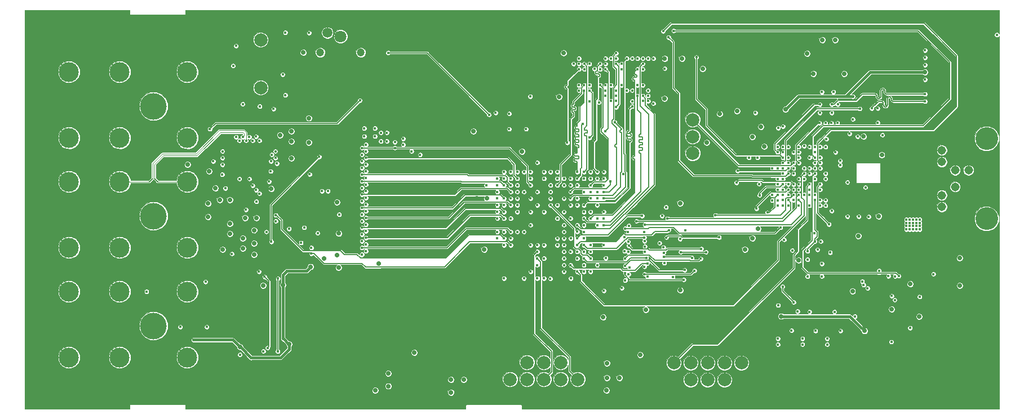
<source format=gbr>
G04 #@! TF.FileFunction,Copper,L5,Inr,Signal*
%FSLAX46Y46*%
G04 Gerber Fmt 4.6, Leading zero omitted, Abs format (unit mm)*
G04 Created by KiCad (PCBNEW 4.0.7-e2-6376~58~ubuntu16.04.1) date Tue Mar 20 12:56:02 2018*
%MOMM*%
%LPD*%
G01*
G04 APERTURE LIST*
%ADD10C,0.125000*%
%ADD11C,2.000000*%
%ADD12C,1.200000*%
%ADD13C,1.500000*%
%ADD14C,1.800000*%
%ADD15C,4.000000*%
%ADD16C,3.000000*%
%ADD17C,3.416000*%
%ADD18C,1.308000*%
%ADD19C,3.048000*%
%ADD20C,0.450000*%
%ADD21C,0.700000*%
%ADD22C,0.390000*%
%ADD23C,0.130000*%
%ADD24C,0.102000*%
G04 APERTURE END LIST*
D10*
D11*
X180470000Y-149540000D03*
X180470000Y-147000000D03*
X183010000Y-147000000D03*
X183010000Y-149540000D03*
X188090000Y-149540000D03*
X190630000Y-149540000D03*
X190630000Y-147000000D03*
X188090000Y-147000000D03*
X185550000Y-147000000D03*
X185550000Y-149540000D03*
D12*
X151950000Y-100400000D03*
X158050000Y-100400000D03*
D13*
X153000000Y-97450000D03*
D14*
X155000000Y-98000000D03*
D13*
X157000000Y-97450000D03*
D15*
X126900000Y-108500000D03*
D16*
X114200000Y-113250000D03*
X121820000Y-113250000D03*
X131980000Y-113250000D03*
X131980000Y-103340000D03*
X121820000Y-103340000D03*
X114200000Y-103340000D03*
D15*
X126905000Y-125000000D03*
D16*
X114205000Y-129750000D03*
X121825000Y-129750000D03*
X131985000Y-129750000D03*
X131985000Y-119840000D03*
X121825000Y-119840000D03*
X114205000Y-119840000D03*
D17*
X252050000Y-113330000D03*
X252050000Y-125370000D03*
D18*
X247340000Y-120600000D03*
X247340000Y-118100000D03*
X249340000Y-118100000D03*
X249340000Y-120600000D03*
X245340000Y-115100000D03*
X245340000Y-116850000D03*
X245340000Y-119350000D03*
X245340000Y-121850000D03*
X245340000Y-123600000D03*
D15*
X126900000Y-141500000D03*
D16*
X114200000Y-146250000D03*
X121820000Y-146250000D03*
X131980000Y-146250000D03*
X131980000Y-136340000D03*
X121820000Y-136340000D03*
X114200000Y-136340000D03*
D11*
X143000000Y-98500000D03*
X143000000Y-105700000D03*
D19*
X251591220Y-132379020D03*
X251591220Y-145520980D03*
D11*
X215230000Y-147060000D03*
X215230000Y-149600000D03*
X212690000Y-149600000D03*
X212690000Y-147060000D03*
X207610000Y-147060000D03*
X205070000Y-147060000D03*
X205070000Y-149600000D03*
X207610000Y-149600000D03*
X210150000Y-149600000D03*
X210150000Y-147060000D03*
X207900000Y-110510000D03*
X207900000Y-113050000D03*
X207900000Y-115550000D03*
D20*
X184550000Y-132350000D03*
X189600000Y-134350000D03*
X183550000Y-129350000D03*
D21*
X154500000Y-130900000D03*
X150200000Y-113900000D03*
X150200000Y-110250000D03*
X209400000Y-102850000D03*
X137272680Y-130017552D03*
X132000000Y-117250000D03*
X182275000Y-115250000D03*
X187825000Y-107050000D03*
D20*
X232269117Y-140080883D03*
X228000000Y-113400000D03*
X143850000Y-127350000D03*
X149050000Y-129000000D03*
X221650000Y-128550000D03*
X228550000Y-130450000D03*
X227150000Y-128800000D03*
X227300000Y-132150000D03*
X227300000Y-134050000D03*
D21*
X174950000Y-112250000D03*
D20*
X176900000Y-120350000D03*
X178300000Y-109450000D03*
X229350000Y-115400000D03*
X217650000Y-116200000D03*
D21*
X236300000Y-115800000D03*
X218650000Y-114550000D03*
X216850000Y-113050000D03*
X231900000Y-136250000D03*
X237800000Y-139000000D03*
X206050000Y-136150000D03*
D20*
X224650000Y-119400000D03*
X224650000Y-121800000D03*
D21*
X145900000Y-112800000D03*
X210000000Y-113950000D03*
X211950000Y-109650000D03*
X206000000Y-123050000D03*
X203650000Y-107300000D03*
X188500000Y-100500000D03*
X203700000Y-101300000D03*
X206300000Y-101300000D03*
X154700000Y-127600000D03*
D20*
X194850000Y-131300000D03*
X191550000Y-126350000D03*
X185550000Y-119350000D03*
X183550000Y-122350000D03*
X179550000Y-134350000D03*
X164400000Y-113350000D03*
X163150000Y-113850000D03*
X180330000Y-109600000D03*
X180330000Y-111900000D03*
X225150000Y-134070000D03*
X150250000Y-97450000D03*
X236400000Y-112800000D03*
X235900000Y-133200000D03*
X140776406Y-124027566D03*
X142800000Y-113650000D03*
X144500000Y-118250000D03*
X225450000Y-116200000D03*
X227850000Y-114600000D03*
X185550000Y-124350000D03*
X191550000Y-130350000D03*
X184550000Y-121350000D03*
X179550000Y-127350000D03*
X188562505Y-129341249D03*
X189550000Y-130350000D03*
X188550000Y-131350000D03*
X192550000Y-133350000D03*
X188550000Y-130350000D03*
X219850000Y-121800000D03*
X188550000Y-127350000D03*
X227050000Y-123400000D03*
X188550000Y-124350000D03*
X192550000Y-122350000D03*
X191550000Y-119350000D03*
X200400000Y-107700000D03*
X197200000Y-105300000D03*
X201992010Y-108055492D03*
X190562505Y-127341249D03*
X194550000Y-129350000D03*
X195600000Y-107700000D03*
X190800000Y-101300000D03*
X196400000Y-107700000D03*
X200400000Y-105300000D03*
X196400000Y-101300000D03*
X200400000Y-101300000D03*
X193550000Y-125350000D03*
X202000000Y-101300000D03*
X183550000Y-118350000D03*
X194550000Y-118350000D03*
X197200000Y-102900000D03*
X178550000Y-123350000D03*
X192407990Y-107760617D03*
X188550000Y-120350000D03*
X189562505Y-128341249D03*
X194800000Y-101300000D03*
X180550000Y-119350000D03*
X198807990Y-107729241D03*
X181550000Y-122350000D03*
X200400000Y-102900000D03*
X198800000Y-101300000D03*
X222250000Y-123400000D03*
D21*
X176600000Y-130000000D03*
X177000000Y-122350000D03*
D20*
X184550000Y-116950000D03*
D21*
X194450000Y-140200000D03*
X200850000Y-139050000D03*
X200000000Y-145850000D03*
X194999541Y-147099483D03*
D20*
X183500000Y-107000000D03*
X185550000Y-129350000D03*
X183550000Y-126350000D03*
X184550000Y-123350000D03*
X183550000Y-124350000D03*
X189550000Y-123350000D03*
X187550000Y-125350000D03*
X188550000Y-122350000D03*
X187550000Y-123350000D03*
X187550000Y-128350000D03*
X186550000Y-122350000D03*
D21*
X147250000Y-144250000D03*
X147600000Y-112250000D03*
X138350000Y-127650000D03*
X140300000Y-128350000D03*
X160700000Y-132150000D03*
X150500000Y-132600000D03*
X143350000Y-135400000D03*
D20*
X229650000Y-111000000D03*
X235700000Y-108800000D03*
X229700000Y-108200000D03*
X231950000Y-107000000D03*
X229600000Y-107000000D03*
D21*
X139900000Y-144700000D03*
X152500000Y-131375000D03*
X154700000Y-132750000D03*
D20*
X132900000Y-143600000D03*
D21*
X240600000Y-135200000D03*
X241900000Y-140100000D03*
X233700000Y-142250000D03*
X221150000Y-140050000D03*
X135250000Y-118250000D03*
X146350000Y-135350000D03*
X221850000Y-108950000D03*
X135100000Y-123100000D03*
X138350000Y-122550000D03*
X142000000Y-130800000D03*
X142000000Y-127100000D03*
D20*
X146951500Y-133232880D03*
D21*
X242800000Y-103350000D03*
X166100000Y-145500000D03*
D20*
X141550000Y-146300000D03*
X140300000Y-108150000D03*
X161950000Y-113750000D03*
X161950000Y-112450000D03*
X160150000Y-113000000D03*
X160150000Y-111800000D03*
X137250000Y-115250000D03*
X139300000Y-113100000D03*
X223850000Y-114600000D03*
X220750000Y-111750000D03*
X221450000Y-114600000D03*
X130925000Y-141650000D03*
X135350000Y-111900000D03*
X157900000Y-107600000D03*
X223050000Y-117800000D03*
X204275000Y-98114021D03*
X138672680Y-130667552D03*
X222250000Y-118600000D03*
X221450000Y-116200000D03*
X144925000Y-108875000D03*
X208450000Y-101100000D03*
D21*
X154450000Y-122900000D03*
X223800000Y-131650000D03*
D20*
X225450000Y-123400000D03*
X223650000Y-139325000D03*
D21*
X194950000Y-151200000D03*
D20*
X150350000Y-118700000D03*
D21*
X147600000Y-116300000D03*
X149400000Y-100400000D03*
D20*
X153103604Y-121215048D03*
D21*
X248000000Y-131300000D03*
X229300000Y-98500000D03*
X227400000Y-98500000D03*
X225100000Y-100550000D03*
X196899541Y-149299483D03*
X194999541Y-149299483D03*
X171586931Y-151496661D03*
X160200000Y-151200000D03*
X171586931Y-149596661D03*
X173486931Y-149596661D03*
X162150000Y-150550000D03*
X162150000Y-148650000D03*
D20*
X244050000Y-133700000D03*
X225450000Y-139375000D03*
X229200000Y-139375000D03*
D21*
X215750000Y-130000000D03*
D20*
X224650000Y-117800000D03*
X224650000Y-114450000D03*
X222850000Y-130150000D03*
X221450000Y-119400000D03*
X219850000Y-117800000D03*
X222250000Y-114600000D03*
X220650000Y-119400000D03*
D21*
X214550000Y-109200000D03*
D20*
X231450000Y-112600000D03*
X217300000Y-109450000D03*
X216350000Y-116200000D03*
X228800000Y-124200000D03*
D21*
X217750000Y-126900000D03*
X216900000Y-128300000D03*
X235850000Y-125000000D03*
X218150000Y-111550000D03*
X232750000Y-127950000D03*
X230650000Y-103600000D03*
D20*
X221450000Y-123400000D03*
X223850000Y-123400000D03*
X225450000Y-121800000D03*
X227850000Y-122600000D03*
X234350000Y-125100000D03*
X232850000Y-125050000D03*
X226250000Y-117000000D03*
D21*
X233575000Y-113025000D03*
D20*
X227850000Y-119400000D03*
X145200000Y-116250000D03*
X184550000Y-134350000D03*
X144650000Y-115750000D03*
X183550000Y-133350000D03*
X145423434Y-117069047D03*
X185550000Y-134350000D03*
X144550000Y-116750000D03*
X186500000Y-134400000D03*
X144250000Y-119800000D03*
X226650000Y-130030000D03*
X143578410Y-134109012D03*
X144030000Y-144800000D03*
X225150000Y-131530000D03*
X226250000Y-121800000D03*
X142740000Y-133350000D03*
X142800000Y-121600000D03*
X226250000Y-128800000D03*
X145600000Y-134370000D03*
X145560000Y-145320000D03*
X225150000Y-130260000D03*
X226250000Y-122600000D03*
X238300000Y-134050000D03*
X227050000Y-116200000D03*
X237300000Y-134000000D03*
X226250000Y-117800000D03*
X238849273Y-133995073D03*
X226250000Y-118600000D03*
X242000000Y-137125000D03*
X225450000Y-114600000D03*
X237800000Y-137000000D03*
X225450000Y-117800000D03*
X238250000Y-137600000D03*
X223062331Y-137942055D03*
X221400000Y-135575000D03*
X225450000Y-118600000D03*
X151800000Y-116075000D03*
X144600000Y-128850000D03*
X203450000Y-97200000D03*
X227050000Y-117000000D03*
X223850000Y-120200000D03*
X197618452Y-128147437D03*
X223807990Y-121000000D03*
X200700000Y-130392010D03*
X223807990Y-121800000D03*
X199450000Y-125750000D03*
X223842010Y-122592291D03*
X200700000Y-126300000D03*
X197650000Y-130250000D03*
X223050000Y-118600000D03*
X206000000Y-128430988D03*
X214480988Y-119950000D03*
X223050000Y-120200000D03*
X197250000Y-135807990D03*
X223050000Y-121000000D03*
X200667794Y-128757990D03*
X211300000Y-124850000D03*
X223050000Y-121800000D03*
X223023979Y-122600000D03*
X221100000Y-126700000D03*
X197750000Y-126850000D03*
X203292354Y-124965980D03*
X214650000Y-118200000D03*
X222250000Y-117800000D03*
X217879473Y-120157173D03*
X222250000Y-120200000D03*
X200650000Y-132600000D03*
X217477193Y-123877193D03*
X208150000Y-133200000D03*
X222250000Y-121000000D03*
X200650000Y-133700000D03*
X211872821Y-128167754D03*
X222250000Y-121800000D03*
X203950000Y-128200000D03*
X204082408Y-125357990D03*
X222250000Y-122600000D03*
X200642001Y-127407990D03*
X206750000Y-127100000D03*
X221450000Y-117800000D03*
X203500000Y-129700000D03*
X221450000Y-118600000D03*
X207777193Y-131277194D03*
X217947329Y-121857058D03*
X203550000Y-131100000D03*
X221450000Y-120200000D03*
X221450000Y-121000000D03*
X194550000Y-136200000D03*
X209197806Y-129897807D03*
X198300000Y-129450000D03*
X221450000Y-121800000D03*
X209900000Y-130400000D03*
X221450000Y-122600000D03*
X206100000Y-130400000D03*
X188550000Y-126350000D03*
X220650000Y-117800000D03*
X220650000Y-120200000D03*
X203650000Y-132050000D03*
X220650000Y-121000000D03*
X197750000Y-134650000D03*
X219118633Y-124457990D03*
X206550000Y-134550000D03*
X220650000Y-121800000D03*
X197750000Y-133550000D03*
X220650000Y-122642010D03*
X206700000Y-133100000D03*
X197750000Y-132450000D03*
X220650000Y-123426021D03*
X209100000Y-131400000D03*
X197750000Y-131350000D03*
X204927193Y-134127193D03*
X219850000Y-122642010D03*
X188550000Y-128350000D03*
X203900000Y-123650000D03*
X226250000Y-115400000D03*
X182870000Y-111900000D03*
X190550000Y-122350000D03*
X227050000Y-114600000D03*
X187550000Y-129350000D03*
X184550000Y-129350000D03*
X185550000Y-131350000D03*
X184550000Y-131350000D03*
X184550000Y-130350000D03*
X220745614Y-138400000D03*
X223850000Y-119400000D03*
X227050000Y-122600000D03*
X225450000Y-120200000D03*
X227850000Y-123400000D03*
X225450000Y-121000000D03*
X177300000Y-109750000D03*
X162150000Y-100450000D03*
X182550000Y-127350000D03*
X188550000Y-133350000D03*
X200300000Y-124942010D03*
X190550000Y-128350000D03*
X203549041Y-130492010D03*
X190550000Y-130350000D03*
X198212530Y-130355012D03*
X192550000Y-130350000D03*
X198293899Y-126429314D03*
X191550000Y-127350000D03*
X190550000Y-129350000D03*
X204300000Y-127100000D03*
X201100000Y-134100000D03*
X193550000Y-132350000D03*
X200620804Y-128198656D03*
X191550000Y-129350000D03*
X198192307Y-127407990D03*
X191550000Y-128350000D03*
X198209302Y-128843799D03*
X192550000Y-129350000D03*
X202900000Y-129050000D03*
X190550000Y-131350000D03*
X186550000Y-123350000D03*
X200703100Y-129557990D03*
X192550000Y-131350000D03*
X200940885Y-131257990D03*
X191550000Y-131350000D03*
X198273998Y-133723617D03*
X188550000Y-132350000D03*
X198389188Y-132715199D03*
X191550000Y-132350000D03*
X201092717Y-132091943D03*
X189550000Y-132350000D03*
X226200000Y-127600000D03*
X226242010Y-119410000D03*
X228360000Y-126210000D03*
X227050000Y-120200000D03*
X232675000Y-113025000D03*
X227050000Y-117800000D03*
X233850000Y-120675000D03*
X227050000Y-121000000D03*
X227850000Y-118600000D03*
X231150000Y-125050000D03*
X231150000Y-119900000D03*
X230070000Y-116675000D03*
X230070000Y-117325000D03*
D21*
X147600000Y-113750000D03*
D20*
X240000000Y-127000000D03*
X240000000Y-126500000D03*
X240000000Y-126000000D03*
X240000000Y-125500000D03*
X240500000Y-125500000D03*
X240500000Y-126000000D03*
X241000000Y-126500000D03*
X240500000Y-126500000D03*
X240500000Y-127000000D03*
X241000000Y-127000000D03*
X241500000Y-127000000D03*
X242000000Y-127000000D03*
X242000000Y-126500000D03*
X242000000Y-126000000D03*
X242000000Y-125500000D03*
X241500000Y-125500000D03*
X241000000Y-125500000D03*
X241000000Y-126000000D03*
X241500000Y-126000000D03*
X241500000Y-126500000D03*
D21*
X136200000Y-120800000D03*
X135100000Y-125100000D03*
X136850000Y-122550000D03*
X138350000Y-126150000D03*
X144600000Y-120900000D03*
X140650000Y-125260000D03*
X142350000Y-125260000D03*
X142000000Y-129100000D03*
X140300000Y-129850000D03*
D20*
X146700000Y-97400000D03*
X134900000Y-141650000D03*
X137200000Y-118750000D03*
X135850000Y-116750000D03*
X139800000Y-113650000D03*
X223050000Y-117000000D03*
X222250000Y-117000000D03*
X142850000Y-108500000D03*
D21*
X226050000Y-103600000D03*
X176650000Y-133150000D03*
X175100000Y-130000000D03*
X175500000Y-122350000D03*
X176900000Y-125800000D03*
X188500000Y-136200000D03*
X197200000Y-137650000D03*
X172336931Y-140996661D03*
X148750000Y-144250000D03*
X154500000Y-129400000D03*
X154450000Y-121400000D03*
X150200000Y-115400000D03*
X150200000Y-111750000D03*
X209400000Y-104350000D03*
D20*
X186025000Y-116950000D03*
D21*
X183775000Y-115250000D03*
X187825000Y-105550000D03*
X217250000Y-130000000D03*
X160700000Y-133650000D03*
X150500000Y-134100000D03*
X141850000Y-135400000D03*
D20*
X250525000Y-109225000D03*
X156400000Y-110900000D03*
X158200000Y-132750000D03*
X158200000Y-135750000D03*
X157650000Y-136250000D03*
X157650000Y-135250000D03*
X229700000Y-109450000D03*
X222300000Y-131650000D03*
X225100000Y-127600000D03*
X231712008Y-139572981D03*
X216350000Y-117792010D03*
X224650000Y-117000000D03*
X224650000Y-115400000D03*
X221750000Y-130150000D03*
X223050000Y-119400000D03*
X218350000Y-117800000D03*
X229100000Y-113400000D03*
D21*
X216050000Y-109200000D03*
X196950000Y-151200000D03*
X141912500Y-117862500D03*
X140187500Y-117862500D03*
X141912500Y-116137500D03*
X140187500Y-116137500D03*
X240600000Y-133700000D03*
X232200000Y-142250000D03*
D20*
X242000000Y-131500000D03*
X241500000Y-131500000D03*
X241000000Y-131500000D03*
X240500000Y-131500000D03*
X240000000Y-131500000D03*
X240000000Y-131000000D03*
X240000000Y-130500000D03*
X240000000Y-130000000D03*
X242000000Y-131000000D03*
X242000000Y-130500000D03*
X241000000Y-130000000D03*
X242000000Y-130000000D03*
X241000000Y-130500000D03*
X240500000Y-130000000D03*
X240500000Y-130500000D03*
X240500000Y-131000000D03*
X241000000Y-131000000D03*
X241500000Y-131000000D03*
X241500000Y-130500000D03*
X241500000Y-130000000D03*
X222950000Y-113450000D03*
D21*
X139900000Y-143200000D03*
X144850000Y-135350000D03*
D20*
X223150000Y-128550000D03*
X218400000Y-109450000D03*
X228400000Y-132150000D03*
X227300000Y-135550000D03*
D21*
X177950000Y-112250000D03*
D20*
X175400000Y-120350000D03*
X184900000Y-110700000D03*
X178300000Y-108350000D03*
X229900000Y-124200000D03*
X218750000Y-116200000D03*
D21*
X219250000Y-126900000D03*
X218400000Y-128300000D03*
X235850000Y-123500000D03*
X223350000Y-108950000D03*
X236300000Y-114300000D03*
X219650000Y-111550000D03*
X216850000Y-114550000D03*
X218650000Y-113050000D03*
X234250000Y-127950000D03*
X246100000Y-131300000D03*
X247050000Y-131300000D03*
X248009820Y-142450120D03*
X231900000Y-134750000D03*
X236300000Y-139000000D03*
X186350000Y-138850000D03*
X173950000Y-132600000D03*
X178000000Y-135900000D03*
X204050000Y-136150000D03*
D20*
X224650000Y-121000000D03*
D21*
X229700000Y-122950000D03*
X142000000Y-132300000D03*
X145900000Y-114300000D03*
D20*
X146951500Y-131297400D03*
X144400000Y-133330000D03*
X144400000Y-130130000D03*
X145200000Y-130930000D03*
X145200000Y-131730000D03*
X145200000Y-132530000D03*
D21*
X152600000Y-123850000D03*
X152500000Y-129550000D03*
X145250000Y-127850000D03*
X242925000Y-109050000D03*
X242800000Y-105550000D03*
X228350000Y-98500000D03*
X225100000Y-98550000D03*
X211950000Y-106650000D03*
X208000000Y-123050000D03*
X205150000Y-107300000D03*
X188500000Y-102000000D03*
X206300000Y-105800000D03*
X203700000Y-105800000D03*
D20*
X188550000Y-121350000D03*
D21*
X152500000Y-132850000D03*
X154700000Y-134250000D03*
X154700000Y-126100000D03*
X197450000Y-140200000D03*
X200850000Y-141050000D03*
X195949541Y-149299483D03*
D20*
X180500000Y-107000000D03*
X194850000Y-132350000D03*
X192550000Y-126350000D03*
X185550000Y-122350000D03*
X186550000Y-119350000D03*
X183550000Y-121350000D03*
X191550000Y-122350000D03*
X179550000Y-126350000D03*
X193550000Y-129350000D03*
X188550000Y-134350000D03*
X183550000Y-127350000D03*
D21*
X166950000Y-113700000D03*
X165650000Y-113700000D03*
X166100000Y-143500000D03*
X173586931Y-151496661D03*
X160200000Y-149200000D03*
X172536931Y-149596661D03*
X162150000Y-149600000D03*
D20*
X227450000Y-148200000D03*
X244400000Y-148200000D03*
X144907990Y-117750000D03*
X182870000Y-109600000D03*
X219750000Y-130260000D03*
X141550000Y-143800000D03*
X224400000Y-141300000D03*
X220700000Y-141300000D03*
X234750000Y-120675000D03*
X219850000Y-123426021D03*
X162150000Y-98550000D03*
X234750000Y-115750000D03*
X232750000Y-126500000D03*
X232750000Y-123350000D03*
X232250000Y-119900000D03*
X234450000Y-114300000D03*
X231950000Y-116000000D03*
X229890000Y-127300000D03*
X241690000Y-138110000D03*
X219850000Y-118617010D03*
X227050000Y-119400000D03*
X228100000Y-141300000D03*
X251175000Y-97275000D03*
X252025000Y-108900000D03*
X185550000Y-130350000D03*
X187550000Y-131350000D03*
X183550000Y-134350000D03*
X181550000Y-133350000D03*
X182550000Y-131350000D03*
X179550000Y-132350000D03*
X135350000Y-110400000D03*
X179550000Y-121350000D03*
X192400000Y-101300000D03*
X182550000Y-120350000D03*
X198000000Y-102100000D03*
X142276406Y-124027566D03*
X195600000Y-102900000D03*
X195600000Y-106900000D03*
X198000000Y-102900000D03*
X201200000Y-102900000D03*
X202000000Y-102900000D03*
X178550000Y-118350000D03*
X225450000Y-119400000D03*
X179550000Y-133350000D03*
X201200000Y-102100000D03*
X181550000Y-131350000D03*
X185550000Y-123350000D03*
X195600000Y-106100000D03*
X190772807Y-107672807D03*
X194550000Y-134350000D03*
X219850000Y-115400000D03*
X194550000Y-123350000D03*
X185550000Y-128350000D03*
X200400000Y-106100000D03*
X187550000Y-122350000D03*
X178550000Y-132350000D03*
X189562505Y-129341249D03*
X188550000Y-123350000D03*
X189550000Y-118350000D03*
X138672680Y-129167552D03*
X190550000Y-121350000D03*
X189550000Y-124350000D03*
X183550000Y-123350000D03*
X183550000Y-131350000D03*
X190550000Y-124350000D03*
X180550000Y-124350000D03*
X184550000Y-125350000D03*
X186550000Y-125350000D03*
X192550000Y-128350000D03*
X183550000Y-125350000D03*
X184550000Y-128350000D03*
X220650000Y-116200000D03*
X193200000Y-106100000D03*
X181550000Y-129350000D03*
X179550000Y-130350000D03*
X184550000Y-126350000D03*
X187550000Y-127350000D03*
X190550000Y-132350000D03*
X186550000Y-124350000D03*
X228650000Y-121000000D03*
X189562505Y-127341249D03*
X185550000Y-126350000D03*
X227850000Y-121000000D03*
X198800000Y-102900000D03*
X227850000Y-115400000D03*
X184550000Y-122350000D03*
X199600000Y-106100000D03*
X193550000Y-131350000D03*
X227850000Y-117000000D03*
X181550000Y-128350000D03*
X187550000Y-133350000D03*
X227850000Y-120200000D03*
D21*
X242925000Y-97450000D03*
D20*
X181550000Y-130350000D03*
X178550000Y-129350000D03*
X195600000Y-102100000D03*
X199600000Y-102100000D03*
X180550000Y-130350000D03*
X223050000Y-114600000D03*
X228650000Y-114600000D03*
X219823978Y-114600000D03*
X223050000Y-123400000D03*
X178550000Y-134350000D03*
X181550000Y-132350000D03*
X226250000Y-121000000D03*
X220650000Y-117000000D03*
X184550000Y-133350000D03*
X183550000Y-130350000D03*
X182550000Y-132350000D03*
X227850000Y-121800000D03*
X193550000Y-120350000D03*
X202000000Y-106100000D03*
X187550000Y-130350000D03*
X198800000Y-105300000D03*
X197200000Y-106100000D03*
X225450000Y-115400000D03*
X184550000Y-124350000D03*
X219850000Y-116200000D03*
X237750000Y-143900000D03*
X240550000Y-141800000D03*
X226350000Y-142250000D03*
X222750000Y-142200000D03*
X224400000Y-143400000D03*
X220700000Y-143400000D03*
X233575000Y-135350000D03*
X224400000Y-144300000D03*
X220700000Y-144300000D03*
X233375000Y-134800000D03*
X150600000Y-130650000D03*
X180550000Y-129350000D03*
X154800000Y-124750000D03*
X179550000Y-129350000D03*
X179550000Y-128350000D03*
X145250000Y-124850000D03*
X140800000Y-113650000D03*
X142300000Y-113025000D03*
X205025000Y-97125000D03*
X226250000Y-116200000D03*
X141300000Y-113100000D03*
X142350000Y-122800000D03*
X139800000Y-119400000D03*
X151550000Y-127550000D03*
X149553604Y-126715868D03*
X147250000Y-126900000D03*
X152203604Y-121215048D03*
X141800000Y-113650000D03*
X140300000Y-113100000D03*
X138850000Y-102400000D03*
X137250000Y-116250000D03*
X139300000Y-99400000D03*
X146300000Y-103700000D03*
X137250000Y-117250000D03*
X146700000Y-106800000D03*
X143400000Y-145300000D03*
X222250000Y-116200000D03*
X221456055Y-111505769D03*
X139875000Y-145825000D03*
X223850000Y-115400000D03*
X158800000Y-124250000D03*
X181550000Y-123350000D03*
X158200000Y-124750000D03*
X179550000Y-123350000D03*
X158800000Y-125250000D03*
X180550000Y-123350000D03*
X158200000Y-125750000D03*
X181550000Y-124350000D03*
X158800000Y-126250000D03*
X178550000Y-124350000D03*
X158200000Y-126750000D03*
X179550000Y-124350000D03*
X178550000Y-125350000D03*
X158800000Y-127250000D03*
X158200000Y-128750000D03*
X181550000Y-127350000D03*
X158800000Y-129250000D03*
X178550000Y-127350000D03*
X158200000Y-129750000D03*
X180550000Y-127350000D03*
X158800000Y-130250000D03*
X180550000Y-128350000D03*
X158550000Y-113000000D03*
X158550000Y-111800000D03*
X161050000Y-112450000D03*
X161050000Y-113750000D03*
X158800000Y-116250000D03*
X181550000Y-119350000D03*
X158800000Y-118250000D03*
X178550000Y-119350000D03*
X158200000Y-116750000D03*
X180550000Y-118350000D03*
X158800000Y-117250000D03*
X179550000Y-118350000D03*
X158200000Y-117750000D03*
X179550000Y-119350000D03*
X158200000Y-118750000D03*
X180550000Y-120350000D03*
X158200000Y-120750000D03*
X182550000Y-121350000D03*
X158800000Y-119250000D03*
X178550000Y-120350000D03*
X179550000Y-120350000D03*
X158200000Y-119750000D03*
X158800000Y-120250000D03*
X181550000Y-120350000D03*
X181550000Y-121350000D03*
X158800000Y-121250000D03*
X158800000Y-123250000D03*
X178550000Y-122350000D03*
X158200000Y-121750000D03*
X180550000Y-121350000D03*
X178550000Y-121350000D03*
X158800000Y-122250000D03*
X158200000Y-122750000D03*
X180550000Y-122350000D03*
X179550000Y-122350000D03*
X158200000Y-123750000D03*
X166950000Y-115750000D03*
X158200000Y-115750000D03*
X181550000Y-118350000D03*
X164400000Y-114250000D03*
X158800000Y-114250000D03*
X183550000Y-119350000D03*
X163150000Y-114750000D03*
X158200000Y-114750000D03*
X183550000Y-120350000D03*
X165650000Y-115250000D03*
X182550000Y-118350000D03*
X158800000Y-115250000D03*
X230100000Y-142250000D03*
X228100000Y-144300000D03*
X234175000Y-135850000D03*
X228100000Y-143400000D03*
X141300000Y-119400000D03*
X137700000Y-120800000D03*
X203700000Y-102800000D03*
X195600000Y-101300000D03*
X226250000Y-114600000D03*
X191550000Y-133350000D03*
X224650000Y-118600000D03*
X190550000Y-133350000D03*
X150600000Y-129750000D03*
X145250000Y-125750000D03*
X195600000Y-105300000D03*
X195500000Y-119800000D03*
X189550000Y-121350000D03*
X196400000Y-108600000D03*
X196400000Y-102100000D03*
X193550000Y-122350000D03*
X198800000Y-106100000D03*
X193550000Y-121350000D03*
X198800000Y-108500000D03*
X191550000Y-123350000D03*
X200400000Y-106900000D03*
X190550000Y-126350000D03*
X200400000Y-102100000D03*
X194550000Y-126350000D03*
X191550000Y-124350000D03*
X201200000Y-106900000D03*
X199600000Y-106900000D03*
X191550000Y-125350000D03*
X201200000Y-106100000D03*
X192550000Y-124350000D03*
X199600000Y-102900000D03*
X192550000Y-125350000D03*
X198000000Y-101300000D03*
X194550000Y-122350000D03*
X196200000Y-110900000D03*
X196400000Y-106900000D03*
X189550000Y-122350000D03*
X196400000Y-100500000D03*
X194550000Y-121350000D03*
X192550000Y-121350000D03*
X198000000Y-106100000D03*
X197450000Y-118650000D03*
X196400000Y-106100000D03*
X190550000Y-123350000D03*
X193550000Y-123350000D03*
X197200000Y-102100000D03*
X201200000Y-101300000D03*
X194550000Y-125350000D03*
X189050000Y-113950000D03*
X190800000Y-102900000D03*
X189550000Y-119350000D03*
X193550000Y-126350000D03*
X201207990Y-107701494D03*
X189550000Y-125350000D03*
X199600000Y-105300000D03*
X190800000Y-106100000D03*
X186550000Y-120350000D03*
X186550000Y-118350000D03*
X190800000Y-102100000D03*
X191600000Y-102100000D03*
X191550000Y-118350000D03*
X199600000Y-101300000D03*
X194550000Y-124350000D03*
X186550000Y-121350000D03*
X190789685Y-105304420D03*
X188550000Y-119350000D03*
X191600000Y-102900000D03*
X187550000Y-119350000D03*
X194800000Y-106900000D03*
X187550000Y-118350000D03*
X194800000Y-106100000D03*
X193150000Y-102850000D03*
X192550000Y-118350000D03*
X192400000Y-105300000D03*
X190550000Y-120350000D03*
X194000000Y-105300000D03*
X192550000Y-120350000D03*
X190550000Y-118350000D03*
X191592010Y-106105948D03*
X191400000Y-111100000D03*
X192400000Y-102100000D03*
X190550000Y-119350000D03*
X185550000Y-118350000D03*
X190000000Y-102100000D03*
X187550000Y-120350000D03*
X191592010Y-105300000D03*
X192400000Y-106100000D03*
X192400000Y-113200000D03*
X189550000Y-120350000D03*
X194000000Y-102900000D03*
X193550000Y-119350000D03*
X194000000Y-102100000D03*
X193550000Y-118350000D03*
X191550000Y-121350000D03*
X193800000Y-107900000D03*
X194750000Y-112250000D03*
X192550000Y-119350000D03*
X194800000Y-102900000D03*
X145200000Y-115250000D03*
X182550000Y-134350000D03*
X194550000Y-119350000D03*
X194800000Y-102100000D03*
X194550000Y-120350000D03*
X194800000Y-105300000D03*
X226950000Y-111000000D03*
X223850000Y-117000000D03*
X231950000Y-110427990D03*
X242800000Y-104450000D03*
X223050000Y-115400000D03*
X227000000Y-109450000D03*
X221450000Y-115400000D03*
X233000000Y-108850000D03*
X221450000Y-117000000D03*
X227296978Y-106327800D03*
X220650000Y-114600000D03*
X227000000Y-108200000D03*
X220650000Y-115400000D03*
X235700000Y-110950000D03*
X253600000Y-97750000D03*
X223850000Y-116200000D03*
X180550000Y-125350000D03*
X158200000Y-127750000D03*
X179550000Y-125350000D03*
X158800000Y-128250000D03*
X158202193Y-130747807D03*
X178550000Y-128350000D03*
D21*
X248000000Y-135440060D03*
D20*
X134700000Y-134850000D03*
X142300000Y-121050000D03*
X125850000Y-136350000D03*
X141800000Y-120400000D03*
X242800000Y-100050000D03*
X229046978Y-106327800D03*
X242800000Y-101150000D03*
X228800000Y-109450000D03*
X242800000Y-102250000D03*
X228750000Y-111000000D03*
X227850000Y-111000000D03*
X228800000Y-108200000D03*
X242800000Y-106650000D03*
X234800000Y-108800000D03*
X242800000Y-107750000D03*
D22*
X141550000Y-146300000D02*
X145750000Y-146300000D01*
X147250000Y-144250000D02*
X147250000Y-145015000D01*
X147250000Y-145015000D02*
X145965000Y-146300000D01*
X145965000Y-146300000D02*
X145750000Y-146300000D01*
X146350000Y-143410000D02*
X146385000Y-143410000D01*
X146385000Y-143410000D02*
X147225000Y-144250000D01*
X147225000Y-144250000D02*
X147250000Y-144250000D01*
X146951500Y-133232880D02*
X149917120Y-133232880D01*
X149917120Y-133232880D02*
X150500000Y-132650000D01*
X150500000Y-132650000D02*
X150500000Y-132600000D01*
X229600000Y-107000000D02*
X224650000Y-107000000D01*
X224650000Y-107000000D02*
X223825000Y-107000000D01*
X231950000Y-107000000D02*
X230900000Y-107000000D01*
X230900000Y-107000000D02*
X229600000Y-107000000D01*
X146350000Y-135350000D02*
X146350000Y-133834380D01*
X146350000Y-133834380D02*
X146951500Y-133232880D01*
X146350000Y-143410000D02*
X146350000Y-135350000D01*
X139900000Y-144700000D02*
X139950000Y-144700000D01*
X139950000Y-144700000D02*
X141550000Y-146300000D01*
X132900000Y-143600000D02*
X138825000Y-143600000D01*
X138825000Y-143600000D02*
X139900000Y-144675000D01*
X139900000Y-144675000D02*
X139900000Y-144700000D01*
X223825000Y-107000000D02*
X221875000Y-108950000D01*
X221875000Y-108950000D02*
X221850000Y-108950000D01*
X242800000Y-103350000D02*
X234550000Y-103350000D01*
X234550000Y-103350000D02*
X230900000Y-107000000D01*
X232910000Y-141485000D02*
X233675000Y-142250000D01*
X232910000Y-141460000D02*
X232910000Y-141485000D01*
X221150000Y-140050000D02*
X231500000Y-140050000D01*
X231500000Y-140050000D02*
X232910000Y-141460000D01*
X233675000Y-142250000D02*
X233700000Y-142250000D01*
D23*
X154475000Y-111025000D02*
X136225000Y-111025000D01*
X136225000Y-111025000D02*
X135350000Y-111900000D01*
X157900000Y-107600000D02*
X154475000Y-111025000D01*
X204975000Y-105750000D02*
X204975000Y-98814021D01*
X204975000Y-98814021D02*
X204275000Y-98114021D01*
X205800000Y-106575000D02*
X204975000Y-105750000D01*
X205800000Y-116650000D02*
X205800000Y-106850000D01*
X205800000Y-106850000D02*
X205800000Y-106575000D01*
X216900000Y-119000000D02*
X216800000Y-118900000D01*
X219652828Y-119000000D02*
X216900000Y-119000000D01*
X208050000Y-118900000D02*
X205800000Y-116650000D01*
X216800000Y-118900000D02*
X208050000Y-118900000D01*
X219661839Y-119009011D02*
X219652828Y-119000000D01*
X220461839Y-119007999D02*
X220460827Y-119009011D01*
X220460827Y-119009011D02*
X219661839Y-119009011D01*
X221842001Y-119007999D02*
X220461839Y-119007999D01*
X222250000Y-118600000D02*
X221842001Y-119007999D01*
X221450000Y-116200000D02*
X221050000Y-115800000D01*
X221050000Y-115800000D02*
X214375000Y-115800000D01*
X214375000Y-115800000D02*
X213625000Y-115050000D01*
X209975000Y-108925000D02*
X208450000Y-107400000D01*
X208450000Y-107400000D02*
X208450000Y-101100000D01*
X209975000Y-111400000D02*
X209975000Y-108925000D01*
X213625000Y-115050000D02*
X209975000Y-111400000D01*
X143803409Y-134334011D02*
X143578410Y-134109012D01*
X144254999Y-134785601D02*
X143803409Y-134334011D01*
X144030000Y-144800000D02*
X144254999Y-144575001D01*
X144254999Y-144575001D02*
X144254999Y-134785601D01*
X226592001Y-127411839D02*
X226592001Y-128027999D01*
X226250000Y-128370000D02*
X226250000Y-128800000D01*
X226250000Y-122600000D02*
X226250000Y-127069838D01*
X226592001Y-128027999D02*
X226250000Y-128370000D01*
X226250000Y-127069838D02*
X226592001Y-127411839D01*
X145560000Y-145320000D02*
X145560000Y-134410000D01*
X145560000Y-134410000D02*
X145600000Y-134370000D01*
X226250000Y-128800000D02*
X225150000Y-129900000D01*
X225150000Y-129900000D02*
X225150000Y-130260000D01*
X238624274Y-133770074D02*
X238849273Y-133995073D01*
X224350000Y-130150000D02*
X224350000Y-132700000D01*
X226250000Y-118600000D02*
X225850000Y-119000000D01*
X238404200Y-133550000D02*
X238624274Y-133770074D01*
X236088161Y-133592001D02*
X236130162Y-133550000D01*
X236130162Y-133550000D02*
X238404200Y-133550000D01*
X225850000Y-127369838D02*
X225807999Y-127411839D01*
X235669838Y-133550000D02*
X235711839Y-133592001D01*
X235711839Y-133592001D02*
X236088161Y-133592001D01*
X225807999Y-127411839D02*
X225807999Y-128692001D01*
X225850000Y-119000000D02*
X225850000Y-127369838D01*
X224350000Y-132700000D02*
X225200000Y-133550000D01*
X225807999Y-128692001D02*
X224350000Y-130150000D01*
X225200000Y-133550000D02*
X235669838Y-133550000D01*
X222837332Y-137717056D02*
X223062331Y-137942055D01*
X221400000Y-135575000D02*
X221400000Y-136279724D01*
X221400000Y-136279724D02*
X222837332Y-137717056D01*
X227050000Y-117000000D02*
X226650000Y-116600000D01*
X226650000Y-116600000D02*
X226650000Y-114000000D01*
X226650000Y-114000000D02*
X226657999Y-114000000D01*
X226657999Y-114000000D02*
X228650000Y-112007999D01*
X228650000Y-112007999D02*
X244042001Y-112007999D01*
X247525000Y-108525000D02*
X247525000Y-100875000D01*
X244042001Y-112007999D02*
X247525000Y-108525000D01*
X247525000Y-100875000D02*
X242650000Y-96000000D01*
X242650000Y-96000000D02*
X204650000Y-96000000D01*
X204650000Y-96000000D02*
X203450000Y-97200000D01*
X144550000Y-128481802D02*
X144550000Y-123325000D01*
X144550000Y-123325000D02*
X151800000Y-116075000D01*
X144600000Y-128850000D02*
X144600000Y-128531802D01*
X144600000Y-128531802D02*
X144550000Y-128481802D01*
X219143774Y-125750000D02*
X219157796Y-125764022D01*
X223582991Y-122024999D02*
X223807990Y-121800000D01*
X223450000Y-123750000D02*
X223450000Y-122157990D01*
X199450000Y-125750000D02*
X219143774Y-125750000D01*
X219157796Y-125764022D02*
X221435978Y-125764022D01*
X221435978Y-125764022D02*
X223450000Y-123750000D01*
X223450000Y-122157990D02*
X223582991Y-122024999D01*
X224067009Y-122817290D02*
X223842010Y-122592291D01*
X224250000Y-123000281D02*
X224067009Y-122817290D01*
X224250000Y-124750000D02*
X224250000Y-123000281D01*
X200700000Y-126300000D02*
X222700000Y-126300000D01*
X222700000Y-126300000D02*
X224250000Y-124750000D01*
X218500000Y-119800000D02*
X218300000Y-119600000D01*
X218300000Y-119600000D02*
X214830988Y-119600000D01*
X214830988Y-119600000D02*
X214480988Y-119950000D01*
X223050000Y-120200000D02*
X222650000Y-119800000D01*
X222650000Y-119800000D02*
X218500000Y-119800000D01*
X221100000Y-124850000D02*
X217150000Y-124850000D01*
X223050000Y-121800000D02*
X222650000Y-122200000D01*
X222050000Y-122200000D02*
X221850000Y-122400000D01*
X217150000Y-124850000D02*
X211300000Y-124850000D01*
X221850000Y-124100000D02*
X221100000Y-124850000D01*
X222650000Y-122200000D02*
X222050000Y-122200000D01*
X221850000Y-122400000D02*
X221850000Y-124100000D01*
X201350000Y-126700000D02*
X201200000Y-126850000D01*
X201200000Y-126850000D02*
X197750000Y-126850000D01*
X205050000Y-126700000D02*
X201350000Y-126700000D01*
X205900000Y-127550000D02*
X205050000Y-126700000D01*
X220250000Y-127550000D02*
X205900000Y-127550000D01*
X221100000Y-126700000D02*
X220250000Y-127550000D01*
X221850000Y-118200000D02*
X214650000Y-118200000D01*
X222250000Y-117800000D02*
X221850000Y-118200000D01*
X217477193Y-123558995D02*
X217477193Y-123877193D01*
X222250000Y-121000000D02*
X221850000Y-121400000D01*
X221850000Y-121400000D02*
X219636188Y-121400000D01*
X219636188Y-121400000D02*
X217477193Y-123558995D01*
X208150000Y-133200000D02*
X207650000Y-133700000D01*
X207650000Y-133700000D02*
X200650000Y-133700000D01*
X211554623Y-128167754D02*
X211872821Y-128167754D01*
X206316928Y-128167754D02*
X211554623Y-128167754D01*
X206124175Y-127975001D02*
X206316928Y-128167754D01*
X204174999Y-127975001D02*
X206124175Y-127975001D01*
X203950000Y-128200000D02*
X204174999Y-127975001D01*
X204082408Y-125357990D02*
X221342010Y-125357990D01*
X221342010Y-125357990D02*
X222650000Y-124050000D01*
X222650000Y-124050000D02*
X222650000Y-123000000D01*
X222650000Y-123000000D02*
X222250000Y-122600000D01*
X207599999Y-131100000D02*
X207777193Y-131277194D01*
X203550000Y-131100000D02*
X207599999Y-131100000D01*
X218886189Y-120600000D02*
X217947329Y-121538860D01*
X218886189Y-120600000D02*
X221050000Y-120600000D01*
X221050000Y-120600000D02*
X221450000Y-120200000D01*
X217947329Y-121538860D02*
X217947329Y-121857058D01*
X209197806Y-129897807D02*
X204102193Y-129897807D01*
X204102193Y-129897807D02*
X203900000Y-130100000D01*
X203900000Y-130100000D02*
X201350000Y-130100000D01*
X201350000Y-130100000D02*
X201200000Y-129950000D01*
X201200000Y-129950000D02*
X198800000Y-129950000D01*
X198800000Y-129950000D02*
X198300000Y-129450000D01*
X209900000Y-130400000D02*
X206100000Y-130400000D01*
X219118633Y-124457990D02*
X219442010Y-124457990D01*
X219442010Y-124457990D02*
X220250000Y-123650000D01*
X220250000Y-123650000D02*
X220250000Y-122200000D01*
X220250000Y-122200000D02*
X220650000Y-121800000D01*
X198431802Y-134550000D02*
X206550000Y-134550000D01*
X198431802Y-134550000D02*
X197750000Y-133868198D01*
X197750000Y-133868198D02*
X197750000Y-133550000D01*
X201400000Y-131650000D02*
X198550000Y-131650000D01*
X198550000Y-131650000D02*
X197750000Y-132450000D01*
X202850000Y-133100000D02*
X201400000Y-131650000D01*
X206700000Y-133100000D02*
X202850000Y-133100000D01*
X202183252Y-131633252D02*
X201400000Y-130850000D01*
X207589032Y-131669195D02*
X207553089Y-131633252D01*
X208830805Y-131669195D02*
X207589032Y-131669195D01*
X209100000Y-131400000D02*
X208830805Y-131669195D01*
X207553089Y-131633252D02*
X202183252Y-131633252D01*
X201400000Y-130850000D02*
X198250000Y-130850000D01*
X197974999Y-131125001D02*
X197750000Y-131350000D01*
X198250000Y-130850000D02*
X197974999Y-131125001D01*
X189400000Y-146200000D02*
X189400000Y-148310000D01*
X189400000Y-148310000D02*
X190630000Y-149540000D01*
X185137001Y-141937001D02*
X189400000Y-146200000D01*
X185067001Y-141937001D02*
X185137001Y-141937001D01*
X184550000Y-131350000D02*
X185067001Y-131867001D01*
X185067001Y-131867001D02*
X185067001Y-141937001D01*
X185550000Y-149540000D02*
X186717001Y-148372999D01*
X186717001Y-148372999D02*
X186717001Y-145367001D01*
X186717001Y-145367001D02*
X184050000Y-142700000D01*
X184050000Y-142700000D02*
X184050000Y-130884002D01*
X184050000Y-130884002D02*
X184032999Y-130867001D01*
X184032999Y-130867001D02*
X184550000Y-130350000D01*
X205070000Y-147060000D02*
X207880000Y-144250000D01*
X207880000Y-144250000D02*
X211650000Y-144250000D01*
X211650000Y-144250000D02*
X223100000Y-132800000D01*
X223100000Y-132800000D02*
X223100000Y-130850000D01*
X223100000Y-130850000D02*
X223650000Y-130300000D01*
X223650000Y-130300000D02*
X223650000Y-127000000D01*
X223650000Y-127000000D02*
X225050000Y-125600000D01*
X225050000Y-125600000D02*
X225050000Y-120600000D01*
X225050000Y-120600000D02*
X225450000Y-120200000D01*
X177300000Y-109750000D02*
X168000000Y-100450000D01*
X168000000Y-100450000D02*
X162150000Y-100450000D01*
X195156225Y-127850000D02*
X198064215Y-124942010D01*
X190550000Y-128350000D02*
X191050000Y-127850000D01*
X191050000Y-127850000D02*
X195156225Y-127850000D01*
X198064215Y-124942010D02*
X199981802Y-124942010D01*
X199981802Y-124942010D02*
X200300000Y-124942010D01*
X191050000Y-128850000D02*
X196350000Y-128850000D01*
X196350000Y-128850000D02*
X197600000Y-127600000D01*
X190550000Y-129350000D02*
X191050000Y-128850000D01*
X197800000Y-127800000D02*
X197600000Y-127600000D01*
X201750000Y-127800000D02*
X197800000Y-127800000D01*
X202225001Y-127324999D02*
X201750000Y-127800000D01*
X204300000Y-127100000D02*
X204075001Y-127324999D01*
X204075001Y-127324999D02*
X202225001Y-127324999D01*
X200620804Y-128198656D02*
X198131506Y-128198656D01*
X198131506Y-128198656D02*
X197480162Y-128850000D01*
X197480162Y-128850000D02*
X197480162Y-128869838D01*
X197480162Y-128869838D02*
X196500000Y-129850000D01*
X196500000Y-129850000D02*
X192050000Y-129850000D01*
X192050000Y-129850000D02*
X191550000Y-129350000D01*
X186550000Y-123350000D02*
X190050000Y-126850000D01*
X190050000Y-126850000D02*
X190050000Y-129600000D01*
X190050000Y-129600000D02*
X190350000Y-129900000D01*
X190350000Y-129900000D02*
X190750000Y-129900000D01*
X190750000Y-129900000D02*
X191100000Y-130250000D01*
X191100000Y-130250000D02*
X191100000Y-130600000D01*
X191100000Y-130600000D02*
X191350000Y-130850000D01*
X191350000Y-130850000D02*
X192050000Y-130850000D01*
X192050000Y-130850000D02*
X192550000Y-131350000D01*
X200622687Y-131257990D02*
X200940885Y-131257990D01*
X198021888Y-131850000D02*
X198613898Y-131257990D01*
X191550000Y-131350000D02*
X192050000Y-131850000D01*
X198613898Y-131257990D02*
X200622687Y-131257990D01*
X192050000Y-131850000D02*
X198021888Y-131850000D01*
X200287846Y-132091943D02*
X200774519Y-132091943D01*
X190050000Y-132850000D02*
X197100000Y-132850000D01*
X197100000Y-132850000D02*
X197400000Y-133150000D01*
X189550000Y-132350000D02*
X190050000Y-132850000D01*
X200774519Y-132091943D02*
X201092717Y-132091943D01*
X197400000Y-133150000D02*
X199229789Y-133150000D01*
X199229789Y-133150000D02*
X200287846Y-132091943D01*
X228360000Y-126210000D02*
X226650000Y-124500000D01*
X226650000Y-124500000D02*
X226650000Y-120600000D01*
X226650000Y-120600000D02*
X227050000Y-120200000D01*
X223050000Y-117000000D02*
X222650000Y-117400000D01*
X222650000Y-117400000D02*
X214790000Y-117400000D01*
X214790000Y-117400000D02*
X207900000Y-110510000D01*
X158767001Y-132667001D02*
X158200000Y-132100000D01*
X151030000Y-130650000D02*
X150600000Y-130650000D01*
X158200000Y-132100000D02*
X152480000Y-132100000D01*
X161015162Y-132600000D02*
X160948161Y-132667001D01*
X174400000Y-128850000D02*
X170650000Y-132600000D01*
X170650000Y-132600000D02*
X161015162Y-132600000D01*
X180050000Y-128850000D02*
X174400000Y-128850000D01*
X160948161Y-132667001D02*
X158767001Y-132667001D01*
X180550000Y-129350000D02*
X180050000Y-128850000D01*
X152480000Y-132100000D02*
X151030000Y-130650000D01*
X149350000Y-130200000D02*
X155000000Y-130200000D01*
X179550000Y-128350000D02*
X179050000Y-127850000D01*
X179050000Y-127850000D02*
X174250000Y-127850000D01*
X174250000Y-127850000D02*
X170800000Y-131300000D01*
X170800000Y-131300000D02*
X158000000Y-131300000D01*
X158000000Y-131300000D02*
X157450000Y-130750000D01*
X157450000Y-130750000D02*
X155550000Y-130750000D01*
X155550000Y-130750000D02*
X155000000Y-130200000D01*
X146150000Y-125650000D02*
X145350000Y-124850000D01*
X146150000Y-127000000D02*
X146150000Y-125650000D01*
X149350000Y-130200000D02*
X146150000Y-127000000D01*
X145350000Y-124850000D02*
X145250000Y-124850000D01*
D10*
X126752500Y-117081834D02*
X126752500Y-119350000D01*
X126250000Y-119840000D02*
X121825000Y-119840000D01*
D23*
X126752500Y-119350000D02*
X126740000Y-119350000D01*
X126740000Y-119350000D02*
X126250000Y-119840000D01*
D10*
X140463166Y-112097500D02*
X136786834Y-112097500D01*
X140800000Y-113650000D02*
X140800000Y-112434334D01*
X128236834Y-115597500D02*
X126752500Y-117081834D01*
X140800000Y-112434334D02*
X140463166Y-112097500D01*
X136786834Y-112097500D02*
X133286834Y-115597500D01*
X133286834Y-115597500D02*
X128236834Y-115597500D01*
D23*
X226250000Y-116200000D02*
X225850000Y-115800000D01*
X225850000Y-115800000D02*
X225850000Y-113000000D01*
X225850000Y-113000000D02*
X227457999Y-111392001D01*
X227457999Y-111392001D02*
X242507999Y-111392001D01*
X242507999Y-111392001D02*
X246525000Y-107375000D01*
X246525000Y-107375000D02*
X246525000Y-101850000D01*
X246525000Y-101850000D02*
X241800000Y-97125000D01*
X241800000Y-97125000D02*
X205025000Y-97125000D01*
D10*
X127550000Y-119840000D02*
X131985000Y-119840000D01*
X127057500Y-117208166D02*
X127057500Y-119350000D01*
D23*
X127060000Y-119350000D02*
X127550000Y-119840000D01*
X127057500Y-119350000D02*
X127060000Y-119350000D01*
D10*
X133413166Y-115902500D02*
X128363166Y-115902500D01*
X128363166Y-115902500D02*
X127057500Y-117208166D01*
X140300000Y-113100000D02*
X140495001Y-112904999D01*
X140495001Y-112904999D02*
X140495001Y-112560667D01*
X136913166Y-112402500D02*
X133413166Y-115902500D01*
X140495001Y-112560667D02*
X140336834Y-112402500D01*
X140336834Y-112402500D02*
X136913166Y-112402500D01*
D23*
X180067001Y-122867001D02*
X173632999Y-122867001D01*
X180550000Y-123350000D02*
X180067001Y-122867001D01*
X159118198Y-125250000D02*
X158800000Y-125250000D01*
X173632999Y-122867001D02*
X171250000Y-125250000D01*
X171250000Y-125250000D02*
X159118198Y-125250000D01*
X179550000Y-124350000D02*
X179050000Y-123850000D01*
X179050000Y-123850000D02*
X173750000Y-123850000D01*
X173750000Y-123850000D02*
X170850000Y-126750000D01*
X170850000Y-126750000D02*
X158900000Y-126750000D01*
X158900000Y-126750000D02*
X158200000Y-126750000D01*
X180550000Y-127350000D02*
X180050000Y-126850000D01*
X180050000Y-126850000D02*
X173850000Y-126850000D01*
X173850000Y-126850000D02*
X170950000Y-129750000D01*
X158900000Y-129750000D02*
X158200000Y-129750000D01*
X170950000Y-129750000D02*
X158900000Y-129750000D01*
X181550000Y-119350000D02*
X181050000Y-118850000D01*
X181050000Y-118850000D02*
X181050000Y-117200000D01*
X181050000Y-117200000D02*
X180100000Y-116250000D01*
X180100000Y-116250000D02*
X159500000Y-116250000D01*
X159500000Y-116250000D02*
X158800000Y-116250000D01*
X180550000Y-120350000D02*
X180050000Y-119850000D01*
X174200000Y-118900000D02*
X174050000Y-118750000D01*
X180050000Y-119850000D02*
X180050000Y-119150000D01*
X180050000Y-119150000D02*
X179800000Y-118900000D01*
X179800000Y-118900000D02*
X174200000Y-118900000D01*
X174050000Y-118750000D02*
X158900000Y-118750000D01*
X158900000Y-118750000D02*
X158200000Y-118750000D01*
X179550000Y-120350000D02*
X179050000Y-119850000D01*
X179050000Y-119850000D02*
X173200000Y-119850000D01*
X158900000Y-119750000D02*
X158200000Y-119750000D01*
X173200000Y-119850000D02*
X173100000Y-119750000D01*
X173100000Y-119750000D02*
X158900000Y-119750000D01*
X180550000Y-121350000D02*
X180050000Y-120850000D01*
X173100000Y-120850000D02*
X172200000Y-121750000D01*
X180050000Y-120850000D02*
X173100000Y-120850000D01*
X158900000Y-121750000D02*
X158200000Y-121750000D01*
X172200000Y-121750000D02*
X158900000Y-121750000D01*
X173717001Y-121832999D02*
X171800000Y-123750000D01*
X158518198Y-123750000D02*
X158200000Y-123750000D01*
X179550000Y-122350000D02*
X179032999Y-121832999D01*
X171800000Y-123750000D02*
X158518198Y-123750000D01*
X179032999Y-121832999D02*
X173717001Y-121832999D01*
X158900000Y-114750000D02*
X158200000Y-114750000D01*
X163150000Y-114750000D02*
X180350000Y-114750000D01*
X158900000Y-114750000D02*
X163150000Y-114750000D01*
X183550000Y-120350000D02*
X183050000Y-119850000D01*
X183050000Y-119850000D02*
X183050000Y-117450000D01*
X183050000Y-117450000D02*
X180350000Y-114750000D01*
X224650000Y-118600000D02*
X224250000Y-119000000D01*
X224250000Y-122200000D02*
X224650000Y-122600000D01*
X220750000Y-128850000D02*
X220750000Y-131600000D01*
X224250000Y-119000000D02*
X224250000Y-122200000D01*
X214000000Y-138350000D02*
X194600000Y-138350000D01*
X224650000Y-122600000D02*
X224650000Y-124950000D01*
X191050000Y-134800000D02*
X191050000Y-133850000D01*
X224650000Y-124950000D02*
X220750000Y-128850000D01*
X220750000Y-131600000D02*
X214000000Y-138350000D01*
X194600000Y-138350000D02*
X191050000Y-134800000D01*
X191050000Y-133850000D02*
X190550000Y-133350000D01*
X189550000Y-121350000D02*
X190050000Y-120850000D01*
X195500000Y-120250000D02*
X195500000Y-119800000D01*
X190050000Y-120850000D02*
X194900000Y-120850000D01*
X194900000Y-120850000D02*
X195500000Y-120250000D01*
X196800000Y-108100000D02*
X196800000Y-108200000D01*
X196800000Y-108200000D02*
X196400000Y-108600000D01*
X196800000Y-102500000D02*
X196800000Y-108100000D01*
X196400000Y-102100000D02*
X196800000Y-102500000D01*
X198335145Y-112115082D02*
X198317274Y-112143523D01*
X198593524Y-113432725D02*
X198617275Y-113456476D01*
X198134917Y-112585145D02*
X198166621Y-112596239D01*
X198800000Y-108500000D02*
X198350000Y-108950000D01*
X198350000Y-108950000D02*
X198350000Y-112050000D01*
X198353761Y-113916621D02*
X198350000Y-113950000D01*
X198350000Y-112050000D02*
X198346239Y-112083378D01*
X198646240Y-112716621D02*
X198650000Y-112750000D01*
X198053760Y-112316621D02*
X198050000Y-112350000D01*
X198233378Y-112196239D02*
X198166621Y-112203760D01*
X198082725Y-112543523D02*
X198106476Y-112567274D01*
X198593524Y-113767274D02*
X198565083Y-113785145D01*
X198346239Y-112083378D02*
X198335145Y-112115082D01*
X198317274Y-112143523D02*
X198293523Y-112167274D01*
X198166621Y-112596239D02*
X198200000Y-112600000D01*
X198053760Y-113116621D02*
X198050000Y-113150000D01*
X198565083Y-112985145D02*
X198533379Y-112996239D01*
X198293523Y-112167274D02*
X198265082Y-112185145D01*
X198593524Y-112632725D02*
X198617275Y-112656476D01*
X198533379Y-112603760D02*
X198565083Y-112614854D01*
X198350000Y-120750000D02*
X196250000Y-122850000D01*
X198533379Y-112996239D02*
X198500000Y-113000000D01*
X198635146Y-113715082D02*
X198617275Y-113743523D01*
X198650000Y-112750000D02*
X198650000Y-112850000D01*
X198265082Y-112185145D02*
X198233378Y-112196239D01*
X198617275Y-112656476D02*
X198635146Y-112684917D01*
X198617275Y-113743523D02*
X198593524Y-113767274D01*
X192050000Y-122850000D02*
X191550000Y-123350000D01*
X198166621Y-112203760D02*
X198134917Y-112214854D01*
X198166621Y-113396239D02*
X198200000Y-113400000D01*
X198082725Y-112256476D02*
X198064854Y-112284917D01*
X198053760Y-112483378D02*
X198064854Y-112515082D01*
X198617275Y-113456476D02*
X198635146Y-113484917D01*
X198650000Y-112850000D02*
X198646240Y-112883378D01*
X198200000Y-112600000D02*
X198500000Y-112600000D01*
X198166621Y-113003760D02*
X198134917Y-113014854D01*
X198134917Y-112214854D02*
X198106476Y-112232725D01*
X198533379Y-113403760D02*
X198565083Y-113414854D01*
X198082725Y-113343523D02*
X198106476Y-113367274D01*
X198106476Y-112232725D02*
X198082725Y-112256476D01*
X198565083Y-112614854D02*
X198593524Y-112632725D01*
X198053760Y-113283378D02*
X198064854Y-113315082D01*
X198064854Y-112284917D02*
X198053760Y-112316621D01*
X198050000Y-112450000D02*
X198053760Y-112483378D01*
X198646240Y-113683378D02*
X198635146Y-113715082D01*
X198050000Y-112350000D02*
X198050000Y-112450000D01*
X198064854Y-112515082D02*
X198082725Y-112543523D01*
X198635146Y-113484917D02*
X198646240Y-113516621D01*
X196250000Y-122850000D02*
X192050000Y-122850000D01*
X198106476Y-112567274D02*
X198134917Y-112585145D01*
X198500000Y-112600000D02*
X198533379Y-112603760D01*
X198635146Y-112684917D02*
X198646240Y-112716621D01*
X198617275Y-112943523D02*
X198593524Y-112967274D01*
X198646240Y-112883378D02*
X198635146Y-112915082D01*
X198565083Y-113785145D02*
X198533379Y-113796239D01*
X198635146Y-112915082D02*
X198617275Y-112943523D01*
X198350000Y-113950000D02*
X198350000Y-120750000D01*
X198500000Y-113400000D02*
X198533379Y-113403760D01*
X198593524Y-112967274D02*
X198565083Y-112985145D01*
X198050000Y-113150000D02*
X198050000Y-113250000D01*
X198500000Y-113000000D02*
X198200000Y-113000000D01*
X198200000Y-113000000D02*
X198166621Y-113003760D01*
X198134917Y-113014854D02*
X198106476Y-113032725D01*
X198106476Y-113032725D02*
X198082725Y-113056476D01*
X198082725Y-113056476D02*
X198064854Y-113084917D01*
X198533379Y-113796239D02*
X198466622Y-113803760D01*
X198064854Y-113084917D02*
X198053760Y-113116621D01*
X198050000Y-113250000D02*
X198053760Y-113283378D01*
X198565083Y-113414854D02*
X198593524Y-113432725D01*
X198064854Y-113315082D02*
X198082725Y-113343523D01*
X198200000Y-113400000D02*
X198500000Y-113400000D01*
X198106476Y-113367274D02*
X198134917Y-113385145D01*
X198134917Y-113385145D02*
X198166621Y-113396239D01*
X198646240Y-113516621D02*
X198650000Y-113550000D01*
X198650000Y-113550000D02*
X198650000Y-113650000D01*
X198650000Y-113650000D02*
X198646240Y-113683378D01*
X198466622Y-113803760D02*
X198434918Y-113814854D01*
X198434918Y-113814854D02*
X198406477Y-113832725D01*
X198406477Y-113832725D02*
X198382726Y-113856476D01*
X198382726Y-113856476D02*
X198364855Y-113884917D01*
X198364855Y-113884917D02*
X198353761Y-113916621D01*
X195478112Y-126900000D02*
X197678112Y-124700000D01*
X202100000Y-120300000D02*
X202100000Y-109650000D01*
X197678112Y-124700000D02*
X197700000Y-124700000D01*
X197700000Y-124700000D02*
X202100000Y-120300000D01*
X190550000Y-126350000D02*
X191100000Y-126900000D01*
X191100000Y-126900000D02*
X195478112Y-126900000D01*
X200800000Y-107300000D02*
X200400000Y-106900000D01*
X202100000Y-109650000D02*
X200800000Y-108350000D01*
X200800000Y-108350000D02*
X200800000Y-107300000D01*
X194550000Y-126350000D02*
X195500000Y-126350000D01*
X195500000Y-126350000D02*
X201250000Y-120600000D01*
X200000000Y-102500000D02*
X200400000Y-102100000D01*
X201250000Y-120600000D02*
X201250000Y-109700000D01*
X201250000Y-109700000D02*
X200000000Y-108450000D01*
X200000000Y-108450000D02*
X200000000Y-102500000D01*
X200100000Y-109550000D02*
X200096402Y-109553598D01*
X200096402Y-109553598D02*
X200096402Y-112581925D01*
X199600000Y-106900000D02*
X199600000Y-109050000D01*
X199600000Y-109050000D02*
X200100000Y-109550000D01*
X199816654Y-112981925D02*
X199827265Y-113012249D01*
X199988454Y-115503597D02*
X200018778Y-115514208D01*
X199924602Y-112697068D02*
X199894278Y-112707679D01*
X199813057Y-112950000D02*
X199816654Y-112981925D01*
X200305722Y-114285791D02*
X200275398Y-114296402D01*
X199816654Y-113788454D02*
X199827265Y-113818778D01*
X199867075Y-112724771D02*
X199844357Y-112747489D01*
X200383346Y-113211545D02*
X200386943Y-113243471D01*
X199844357Y-115154018D02*
X199827265Y-115181221D01*
X199924602Y-114303597D02*
X199894278Y-114314208D01*
X199894278Y-112707679D02*
X199867075Y-112724771D01*
X199956528Y-115100000D02*
X199924602Y-115103597D01*
X200096402Y-112581925D02*
X200085791Y-112612249D01*
X199924602Y-115496402D02*
X199988454Y-115503597D01*
X199844357Y-112747489D02*
X199827265Y-112774692D01*
X200355643Y-113445981D02*
X200332925Y-113468699D01*
X200275398Y-113496402D02*
X200243472Y-113500000D01*
X200085791Y-112612249D02*
X200068699Y-112639452D01*
X200243472Y-113500000D02*
X199956528Y-113500000D01*
X200243472Y-114300000D02*
X199956528Y-114300000D01*
X199813057Y-112836942D02*
X199813057Y-112950000D01*
X199956529Y-113093471D02*
X200100000Y-113093471D01*
X200383346Y-114811545D02*
X200386943Y-114843471D01*
X199827265Y-113012249D02*
X199844357Y-113039452D01*
X200275398Y-113903597D02*
X200305722Y-113914208D01*
X200045981Y-112662170D02*
X200018778Y-112679262D01*
X199816654Y-115211545D02*
X199813057Y-115243471D01*
X199988454Y-112689873D02*
X199924602Y-112697068D01*
X200068699Y-112639452D02*
X200045981Y-112662170D01*
X200018778Y-112679262D02*
X199988454Y-112689873D01*
X199956528Y-113900000D02*
X200243472Y-113900000D01*
X199827265Y-112774692D02*
X199816654Y-112805016D01*
X200372735Y-113418778D02*
X200355643Y-113445981D01*
X199894278Y-113079262D02*
X199924602Y-113089873D01*
X199816654Y-112805016D02*
X199813057Y-112836942D01*
X200332925Y-114268699D02*
X200305722Y-114285791D01*
X199844357Y-113039452D02*
X199867075Y-113062170D01*
X199867075Y-113062170D02*
X199894278Y-113079262D01*
X199924602Y-113089873D02*
X199956529Y-113093471D01*
X199956528Y-113500000D02*
X199924602Y-113503597D01*
X199924602Y-115103597D02*
X199894278Y-115114208D01*
X199894278Y-114685791D02*
X199924602Y-114696402D01*
X199816654Y-113611545D02*
X199813057Y-113643471D01*
X199844357Y-113845981D02*
X199867075Y-113868699D01*
X200275398Y-114703597D02*
X200305722Y-114714208D01*
X200100000Y-113093471D02*
X200100000Y-113100000D01*
X200100000Y-113100000D02*
X200243472Y-113100000D01*
X200243472Y-113100000D02*
X200275398Y-113103597D01*
X200243472Y-114700000D02*
X200275398Y-114703597D01*
X200275398Y-113103597D02*
X200305722Y-113114208D01*
X199867075Y-115468699D02*
X199894278Y-115485791D01*
X200355643Y-113154018D02*
X200372735Y-113181221D01*
X200096402Y-115611545D02*
X200100000Y-115643471D01*
X199844357Y-114354018D02*
X199827265Y-114381221D01*
X200305722Y-113114208D02*
X200332925Y-113131300D01*
X200332925Y-113131300D02*
X200355643Y-113154018D01*
X200355643Y-113954018D02*
X200372735Y-113981221D01*
X200332925Y-115068699D02*
X200305722Y-115085791D01*
X200386943Y-114156529D02*
X200383346Y-114188454D01*
X199924602Y-113896402D02*
X199956528Y-113900000D01*
X200372735Y-113181221D02*
X200383346Y-113211545D01*
X200383346Y-113388454D02*
X200372735Y-113418778D01*
X200068699Y-115554018D02*
X200085791Y-115581221D01*
X200386943Y-113243471D02*
X200386943Y-113356529D01*
X200386943Y-113356529D02*
X200383346Y-113388454D01*
X199867075Y-113531300D02*
X199844357Y-113554018D01*
X200332925Y-113468699D02*
X200305722Y-113485791D01*
X200305722Y-113485791D02*
X200275398Y-113496402D01*
X199924602Y-113503597D02*
X199894278Y-113514208D01*
X200305722Y-113914208D02*
X200332925Y-113931300D01*
X200018778Y-115514208D02*
X200045981Y-115531300D01*
X199894278Y-113514208D02*
X199867075Y-113531300D01*
X199844357Y-113554018D02*
X199827265Y-113581221D01*
X199827265Y-113581221D02*
X199816654Y-113611545D01*
X199813057Y-113643471D02*
X199813057Y-113756529D01*
X199813057Y-113756529D02*
X199816654Y-113788454D01*
X199827265Y-113818778D02*
X199844357Y-113845981D01*
X199867075Y-113868699D02*
X199894278Y-113885791D01*
X199894278Y-113885791D02*
X199924602Y-113896402D01*
X200243472Y-113900000D02*
X200275398Y-113903597D01*
X200332925Y-113931300D02*
X200355643Y-113954018D01*
X199827265Y-115181221D02*
X199816654Y-115211545D01*
X200372735Y-113981221D02*
X200383346Y-114011545D01*
X200372735Y-115018778D02*
X200355643Y-115045981D01*
X200386943Y-114956529D02*
X200383346Y-114988454D01*
X199894278Y-114314208D02*
X199867075Y-114331300D01*
X200383346Y-114011545D02*
X200386943Y-114043471D01*
X200386943Y-114043471D02*
X200386943Y-114156529D01*
X200383346Y-114188454D02*
X200372735Y-114218778D01*
X200372735Y-114218778D02*
X200355643Y-114245981D01*
X200355643Y-114245981D02*
X200332925Y-114268699D01*
X199816654Y-115388454D02*
X199827265Y-115418778D01*
X200275398Y-114296402D02*
X200243472Y-114300000D01*
X199844357Y-114645981D02*
X199867075Y-114668699D01*
X199956528Y-114300000D02*
X199924602Y-114303597D01*
X199867075Y-114331300D02*
X199844357Y-114354018D01*
X199827265Y-114381221D02*
X199816654Y-114411545D01*
X200100000Y-115643471D02*
X200100000Y-121300000D01*
X199816654Y-114411545D02*
X199813057Y-114443471D01*
X199813057Y-114443471D02*
X199813057Y-114556529D01*
X199813057Y-114556529D02*
X199816654Y-114588454D01*
X199816654Y-114588454D02*
X199827265Y-114618778D01*
X199827265Y-114618778D02*
X199844357Y-114645981D01*
X199867075Y-114668699D02*
X199894278Y-114685791D01*
X199924602Y-114696402D02*
X199956528Y-114700000D01*
X199956528Y-114700000D02*
X200243472Y-114700000D01*
X199894278Y-115485791D02*
X199924602Y-115496402D01*
X200275398Y-115096402D02*
X200243472Y-115100000D01*
X200305722Y-114714208D02*
X200332925Y-114731300D01*
X200332925Y-114731300D02*
X200355643Y-114754018D01*
X200355643Y-114754018D02*
X200372735Y-114781221D01*
X200372735Y-114781221D02*
X200383346Y-114811545D01*
X192050000Y-125850000D02*
X191550000Y-125350000D01*
X200386943Y-114843471D02*
X200386943Y-114956529D01*
X200383346Y-114988454D02*
X200372735Y-115018778D01*
X200355643Y-115045981D02*
X200332925Y-115068699D01*
X200305722Y-115085791D02*
X200275398Y-115096402D01*
X200243472Y-115100000D02*
X199956528Y-115100000D01*
X199894278Y-115114208D02*
X199867075Y-115131300D01*
X199867075Y-115131300D02*
X199844357Y-115154018D01*
X199813057Y-115243471D02*
X199813057Y-115356529D01*
X199813057Y-115356529D02*
X199816654Y-115388454D01*
X199827265Y-115418778D02*
X199844357Y-115445981D01*
X199844357Y-115445981D02*
X199867075Y-115468699D01*
X200045981Y-115531300D02*
X200068699Y-115554018D01*
X200085791Y-115581221D02*
X200096402Y-115611545D01*
X200100000Y-121300000D02*
X195550000Y-125850000D01*
X195550000Y-125850000D02*
X192050000Y-125850000D01*
X199485146Y-103834917D02*
X199496240Y-103866621D01*
X199185145Y-104634917D02*
X199196239Y-104666621D01*
X199203761Y-103633378D02*
X199214855Y-103665082D01*
X199600000Y-102900000D02*
X199200000Y-103300000D01*
X199200000Y-103300000D02*
X199200000Y-103600000D01*
X199167274Y-115943523D02*
X199143523Y-115967274D01*
X198903760Y-104433378D02*
X198914854Y-104465082D01*
X199443524Y-103782725D02*
X199467275Y-103806476D01*
X199167274Y-116456476D02*
X199185145Y-116484917D01*
X199415083Y-103764854D02*
X199443524Y-103782725D01*
X199200000Y-103600000D02*
X199203761Y-103633378D01*
X199143523Y-115967274D02*
X199115082Y-115985145D01*
X199284918Y-103735145D02*
X199316622Y-103746239D01*
X199214855Y-103665082D02*
X199232726Y-103693523D01*
X199232726Y-103693523D02*
X199256477Y-103717274D01*
X198932725Y-104493523D02*
X198956476Y-104517274D01*
X199383379Y-103753760D02*
X199415083Y-103764854D01*
X199256477Y-103717274D02*
X199284918Y-103735145D01*
X199115082Y-115985145D02*
X199083378Y-115996239D01*
X199316622Y-103746239D02*
X199383379Y-103753760D01*
X199050000Y-104150000D02*
X199016621Y-104153760D01*
X198932725Y-116056476D02*
X198914854Y-116084917D01*
X199467275Y-103806476D02*
X199485146Y-103834917D01*
X198903760Y-104266621D02*
X198900000Y-104300000D01*
X199383379Y-104146239D02*
X199350000Y-104150000D01*
X199196239Y-115883378D02*
X199185145Y-115915082D01*
X199496240Y-103866621D02*
X199500000Y-103900000D01*
X198914854Y-104234917D02*
X198903760Y-104266621D01*
X199500000Y-103900000D02*
X199500000Y-104000000D01*
X199500000Y-104000000D02*
X199496240Y-104033378D01*
X199496240Y-104033378D02*
X199485146Y-104065082D01*
X199485146Y-104065082D02*
X199467275Y-104093523D01*
X198984917Y-116385145D02*
X199016621Y-116396239D01*
X198984917Y-116014854D02*
X198956476Y-116032725D01*
X198914854Y-116315082D02*
X198932725Y-116343523D01*
X199467275Y-104093523D02*
X199443524Y-104117274D01*
X199443524Y-104117274D02*
X199415083Y-104135145D01*
X199415083Y-104135145D02*
X199383379Y-104146239D01*
X199016621Y-104153760D02*
X198984917Y-104164854D01*
X198984917Y-104164854D02*
X198956476Y-104182725D01*
X199350000Y-104150000D02*
X199050000Y-104150000D01*
X195850000Y-124850000D02*
X193050000Y-124850000D01*
X198956476Y-104182725D02*
X198932725Y-104206476D01*
X198932725Y-104206476D02*
X198914854Y-104234917D01*
X198956476Y-104517274D02*
X198984917Y-104535145D01*
X198900000Y-104300000D02*
X198900000Y-104400000D01*
X198900000Y-104400000D02*
X198903760Y-104433378D01*
X198914854Y-104465082D02*
X198932725Y-104493523D01*
X198984917Y-104535145D02*
X199016621Y-104546239D01*
X198914854Y-116084917D02*
X198903760Y-116116621D01*
X199083378Y-115996239D02*
X199016621Y-116003760D01*
X199143523Y-104582725D02*
X199167274Y-104606476D01*
X199016621Y-104546239D02*
X199083378Y-104553760D01*
X199143523Y-116432725D02*
X199167274Y-116456476D01*
X199083378Y-104553760D02*
X199115082Y-104564854D01*
X199115082Y-104564854D02*
X199143523Y-104582725D01*
X199083378Y-116403760D02*
X199115082Y-116414854D01*
X199167274Y-104606476D02*
X199185145Y-104634917D01*
X199196239Y-104666621D02*
X199200000Y-104700000D01*
X199200000Y-104700000D02*
X199200000Y-115850000D01*
X199200000Y-115850000D02*
X199196239Y-115883378D01*
X199185145Y-115915082D02*
X199167274Y-115943523D01*
X199016621Y-116003760D02*
X198984917Y-116014854D01*
X198956476Y-116032725D02*
X198932725Y-116056476D01*
X198903760Y-116116621D02*
X198900000Y-116150000D01*
X198900000Y-116150000D02*
X198900000Y-116250000D01*
X198900000Y-116250000D02*
X198903760Y-116283378D01*
X198903760Y-116283378D02*
X198914854Y-116315082D01*
X198932725Y-116343523D02*
X198956476Y-116367274D01*
X198956476Y-116367274D02*
X198984917Y-116385145D01*
X199016621Y-116396239D02*
X199083378Y-116403760D01*
X199115082Y-116414854D02*
X199143523Y-116432725D01*
X199185145Y-116484917D02*
X199196239Y-116516621D01*
X199196239Y-116516621D02*
X199200000Y-116550000D01*
X199200000Y-116550000D02*
X199200000Y-121500000D01*
X199200000Y-121500000D02*
X195850000Y-124850000D01*
X193050000Y-124850000D02*
X192550000Y-125350000D01*
X197842001Y-120607999D02*
X196100000Y-122350000D01*
X197842001Y-118461839D02*
X197842001Y-120607999D01*
X196100000Y-122350000D02*
X194868198Y-122350000D01*
X197700000Y-115700000D02*
X197700000Y-118319838D01*
X197600000Y-115600000D02*
X197700000Y-115700000D01*
X194868198Y-122350000D02*
X194550000Y-122350000D01*
X198000000Y-101300000D02*
X197600000Y-101700000D01*
X197700000Y-118319838D02*
X197842001Y-118461839D01*
X197600000Y-101700000D02*
X197600000Y-115600000D01*
X196200000Y-110900000D02*
X197207990Y-111907990D01*
X197207990Y-111907990D02*
X197205310Y-111931770D01*
X197207990Y-118311848D02*
X197057999Y-118461839D01*
X196996935Y-112331770D02*
X197004839Y-112354357D01*
X195850000Y-121850000D02*
X190050000Y-121850000D01*
X197004839Y-112354357D02*
X197017571Y-112374620D01*
X197205310Y-111931770D02*
X197197406Y-111954357D01*
X196994256Y-112121724D02*
X196994256Y-112307990D01*
X197197406Y-111954357D02*
X197184674Y-111974620D01*
X197034492Y-112391541D02*
X197054755Y-112404273D01*
X197184674Y-111974620D02*
X197167753Y-111991541D01*
X197004839Y-112075356D02*
X196996935Y-112097943D01*
X196996935Y-112097943D02*
X196994256Y-112121724D01*
X197124903Y-112417536D02*
X197147490Y-112425440D01*
X197167753Y-111991541D02*
X197147490Y-112004273D01*
X197147490Y-112004273D02*
X197124903Y-112012177D01*
X197054755Y-112025440D02*
X197034492Y-112038172D01*
X197124903Y-112012177D02*
X197077342Y-112017536D01*
X197167753Y-112438172D02*
X197184674Y-112455093D01*
X197077342Y-112017536D02*
X197054755Y-112025440D01*
X197034492Y-112038172D02*
X197017571Y-112055093D01*
X196994256Y-112307990D02*
X196996935Y-112331770D01*
X197197406Y-112475356D02*
X197205310Y-112497943D01*
X197017571Y-112055093D02*
X197004839Y-112075356D01*
X190050000Y-121850000D02*
X189550000Y-122350000D01*
X197077342Y-112412177D02*
X197124903Y-112417536D01*
X197017571Y-112374620D02*
X197034492Y-112391541D01*
X197054755Y-112404273D02*
X197077342Y-112412177D01*
X197184674Y-112455093D02*
X197197406Y-112475356D01*
X197147490Y-112425440D02*
X197167753Y-112438172D01*
X197207990Y-112521724D02*
X197207990Y-118311848D01*
X197205310Y-112497943D02*
X197207990Y-112521724D01*
X197057999Y-118461839D02*
X197057999Y-120642001D01*
X197057999Y-120642001D02*
X195850000Y-121850000D01*
X196400000Y-100500000D02*
X196000000Y-100900000D01*
X196450000Y-120300000D02*
X195400000Y-121350000D01*
X196000000Y-100900000D02*
X196000000Y-102500000D01*
X196389537Y-114617378D02*
X196409787Y-114630102D01*
X196000000Y-102500000D02*
X196450000Y-102950000D01*
X196450000Y-102950000D02*
X196450000Y-105250000D01*
X196450000Y-105250000D02*
X196000000Y-105700000D01*
X196239072Y-114289838D02*
X196236395Y-114313604D01*
X196246971Y-114267264D02*
X196239072Y-114289838D01*
X196000000Y-105700000D02*
X196000000Y-110369838D01*
X196000000Y-110369838D02*
X195757999Y-110611839D01*
X196296857Y-114217378D02*
X196276607Y-114230102D01*
X196389537Y-114196225D02*
X196366963Y-114204124D01*
X195757999Y-110611839D02*
X195757999Y-111038161D01*
X196409787Y-114183501D02*
X196389537Y-114196225D01*
X195757999Y-111038161D02*
X196450000Y-111730162D01*
X196450000Y-111730162D02*
X196450000Y-114100000D01*
X196366963Y-114609479D02*
X196389537Y-114617378D01*
X196450000Y-114100000D02*
X196447322Y-114123765D01*
X196447322Y-114123765D02*
X196439423Y-114146339D01*
X196439423Y-114146339D02*
X196426699Y-114166589D01*
X196426699Y-114166589D02*
X196409787Y-114183501D01*
X196366963Y-114204124D02*
X196319431Y-114209479D01*
X196319431Y-114209479D02*
X196296857Y-114217378D01*
X196239072Y-114523765D02*
X196246971Y-114546339D01*
X196276607Y-114230102D02*
X196259695Y-114247014D01*
X196259695Y-114247014D02*
X196246971Y-114267264D01*
X195400000Y-121350000D02*
X194550000Y-121350000D01*
X196236395Y-114313604D02*
X196236395Y-114500000D01*
X196447322Y-114689838D02*
X196450000Y-114713604D01*
X196236395Y-114500000D02*
X196239072Y-114523765D01*
X196319431Y-114604124D02*
X196366963Y-114609479D01*
X196246971Y-114546339D02*
X196259695Y-114566589D01*
X196259695Y-114566589D02*
X196276607Y-114583501D01*
X196276607Y-114583501D02*
X196296857Y-114596225D01*
X196426699Y-114647014D02*
X196439423Y-114667264D01*
X196296857Y-114596225D02*
X196319431Y-114604124D01*
X196409787Y-114630102D02*
X196426699Y-114647014D01*
X196439423Y-114667264D02*
X196447322Y-114689838D01*
X196450000Y-114713604D02*
X196450000Y-120300000D01*
X188933378Y-105346239D02*
X188866621Y-105353760D01*
X188750000Y-105500000D02*
X188750000Y-105600000D01*
X190800000Y-102900000D02*
X189050000Y-104650000D01*
X189050000Y-104650000D02*
X189050000Y-105200000D01*
X189050000Y-105200000D02*
X189046239Y-105233378D01*
X189046239Y-105233378D02*
X189035145Y-105265082D01*
X188866621Y-105746239D02*
X188933378Y-105753760D01*
X189035145Y-105265082D02*
X189017274Y-105293523D01*
X188782725Y-105406476D02*
X188764854Y-105434917D01*
X189017274Y-105293523D02*
X188993523Y-105317274D01*
X188993523Y-105317274D02*
X188965082Y-105335145D01*
X188965082Y-105335145D02*
X188933378Y-105346239D01*
X189050000Y-107152998D02*
X189050000Y-113950000D01*
X188764854Y-105434917D02*
X188753760Y-105466621D01*
X188866621Y-105353760D02*
X188834917Y-105364854D01*
X188834917Y-105364854D02*
X188806476Y-105382725D01*
X188753760Y-105466621D02*
X188750000Y-105500000D01*
X188806476Y-105382725D02*
X188782725Y-105406476D01*
X189035145Y-105834917D02*
X189046239Y-105866621D01*
X188750000Y-105600000D02*
X188753760Y-105633378D01*
X188753760Y-105633378D02*
X188764854Y-105665082D01*
X188993523Y-105782725D02*
X189017274Y-105806476D01*
X188764854Y-105665082D02*
X188782725Y-105693523D01*
X188782725Y-105693523D02*
X188806476Y-105717274D01*
X188806476Y-105717274D02*
X188834917Y-105735145D01*
X189046239Y-105866621D02*
X189050000Y-105900000D01*
X188834917Y-105735145D02*
X188866621Y-105746239D01*
X188933378Y-105753760D02*
X188965082Y-105764854D01*
X188965082Y-105764854D02*
X188993523Y-105782725D01*
X189017274Y-105806476D02*
X189035145Y-105834917D01*
X189050000Y-105900000D02*
X189050000Y-107152998D01*
X191600000Y-102100000D02*
X192000000Y-102500000D01*
X191618149Y-111813223D02*
X191603357Y-111855495D01*
X191980193Y-113013223D02*
X191994985Y-113055495D01*
X192061127Y-112101253D02*
X192071695Y-112104951D01*
X192000000Y-117900000D02*
X191774999Y-118125001D01*
X192098747Y-112461126D02*
X192095049Y-112471694D01*
X192000000Y-102500000D02*
X192000000Y-111431372D01*
X191598343Y-111900000D02*
X191603357Y-111944504D01*
X191798343Y-112900000D02*
X191800000Y-112900000D01*
X192100000Y-112450000D02*
X192098747Y-112461126D01*
X192000000Y-111431372D02*
X191618149Y-111813223D01*
X191603357Y-111855495D02*
X191598343Y-111900000D01*
X191641976Y-112575302D02*
X191618149Y-112613223D01*
X192050000Y-112500000D02*
X191798343Y-112500000D01*
X191603357Y-111944504D02*
X191618149Y-111986776D01*
X191618149Y-111986776D02*
X191641976Y-112024697D01*
X191711566Y-112880193D02*
X191753838Y-112894985D01*
X191641976Y-112024697D02*
X191673645Y-112056366D01*
X192061127Y-112498746D02*
X192050000Y-112500000D01*
X191673645Y-112056366D02*
X191711566Y-112080193D01*
X191753838Y-112094985D02*
X191798343Y-112100000D01*
X191753838Y-112894985D02*
X191798343Y-112900000D01*
X191753838Y-112505014D02*
X191711566Y-112519806D01*
X191711566Y-112080193D02*
X191753838Y-112094985D01*
X191798343Y-112100000D02*
X192050000Y-112100000D01*
X192050000Y-112100000D02*
X192061127Y-112101253D01*
X191711566Y-112519806D02*
X191673645Y-112543633D01*
X191603357Y-112655495D02*
X191598343Y-112700000D01*
X191618149Y-112786776D02*
X191641976Y-112824697D01*
X192071695Y-112495048D02*
X192061127Y-112498746D01*
X192071695Y-112104951D02*
X192081175Y-112110908D01*
X191994985Y-113055495D02*
X192000000Y-113100000D01*
X192081175Y-112110908D02*
X192089092Y-112118825D01*
X192089092Y-112118825D02*
X192095049Y-112128305D01*
X192095049Y-112128305D02*
X192098747Y-112138873D01*
X191673645Y-112856366D02*
X191711566Y-112880193D01*
X192098747Y-112138873D02*
X192100000Y-112150000D01*
X192100000Y-112150000D02*
X192100000Y-112450000D01*
X192095049Y-112471694D02*
X192089092Y-112481174D01*
X192089092Y-112481174D02*
X192081175Y-112489091D01*
X192081175Y-112489091D02*
X192071695Y-112495048D01*
X191798343Y-112500000D02*
X191753838Y-112505014D01*
X191673645Y-112543633D02*
X191641976Y-112575302D01*
X191618149Y-112613223D02*
X191603357Y-112655495D01*
X191603357Y-112744504D02*
X191618149Y-112786776D01*
X191886776Y-112919806D02*
X191924697Y-112943633D01*
X191598343Y-112700000D02*
X191603357Y-112744504D01*
X191641976Y-112824697D02*
X191673645Y-112856366D01*
X191800000Y-112900000D02*
X191844504Y-112905014D01*
X191844504Y-112905014D02*
X191886776Y-112919806D01*
X191924697Y-112943633D02*
X191956366Y-112975302D01*
X191956366Y-112975302D02*
X191980193Y-113013223D01*
X191774999Y-118125001D02*
X191550000Y-118350000D01*
X192000000Y-113100000D02*
X192000000Y-117900000D01*
X194000000Y-105300000D02*
X194400000Y-105700000D01*
X194400000Y-105700000D02*
X194400000Y-111650000D01*
X194400000Y-111650000D02*
X194150000Y-111900000D01*
X194150000Y-111900000D02*
X194150000Y-112300000D01*
X194150000Y-112300000D02*
X195200000Y-113350000D01*
X193050000Y-119850000D02*
X192550000Y-120350000D01*
X195200000Y-113350000D02*
X195200000Y-119400000D01*
X195200000Y-119400000D02*
X194750000Y-119850000D01*
X194750000Y-119850000D02*
X193050000Y-119850000D01*
X190789856Y-113594424D02*
X190792901Y-113621450D01*
X190312238Y-111864499D02*
X190340006Y-111881946D01*
X191592010Y-106105948D02*
X191592010Y-107907990D01*
X190747174Y-111926496D02*
X190766405Y-111945727D01*
X190271602Y-113182907D02*
X190260770Y-113213861D01*
X190340006Y-111510953D02*
X190312238Y-111528400D01*
X190792901Y-113621450D02*
X190792901Y-113778550D01*
X191592010Y-107907990D02*
X190950000Y-108550000D01*
X190698477Y-112296954D02*
X190671451Y-112300000D01*
X190312238Y-112668049D02*
X190340006Y-112685496D01*
X190618755Y-114712027D02*
X190595728Y-114726496D01*
X190792901Y-113778550D02*
X190789856Y-113805575D01*
X190644425Y-114703045D02*
X190618755Y-114712027D01*
X190546328Y-111382588D02*
X190535496Y-111413542D01*
X190370960Y-114296328D02*
X190403549Y-114300000D01*
X190260770Y-111610311D02*
X190257099Y-111642900D01*
X190370960Y-111500121D02*
X190340006Y-111510953D01*
X190550000Y-111900000D02*
X190671451Y-111900000D01*
X190950000Y-108550000D02*
X190950000Y-110650000D01*
X190271602Y-113417092D02*
X190289049Y-113444860D01*
X190766405Y-111945727D02*
X190780874Y-111968754D01*
X190950000Y-110650000D02*
X190550000Y-111050000D01*
X190724147Y-111912027D02*
X190747174Y-111926496D01*
X190724147Y-115962027D02*
X190747174Y-115976496D01*
X190257099Y-113246450D02*
X190257099Y-113353550D01*
X190257099Y-111750000D02*
X190260770Y-111782588D01*
X190550000Y-114821450D02*
X190550000Y-115350000D01*
X190257099Y-116350000D02*
X190212594Y-116355014D01*
X190550000Y-111050000D02*
X190550000Y-111350000D01*
X190792901Y-114421450D02*
X190792901Y-114578550D01*
X190370960Y-113103671D02*
X190340006Y-113114503D01*
X190550000Y-111350000D02*
X190546328Y-111382588D01*
X190260770Y-112586138D02*
X190271602Y-112617092D01*
X190271602Y-112617092D02*
X190289049Y-112644860D01*
X190289049Y-113444860D02*
X190312238Y-113468049D01*
X190271602Y-111579357D02*
X190260770Y-111610311D01*
X190724147Y-113512027D02*
X190747174Y-113526496D01*
X190260770Y-112413861D02*
X190257099Y-112446450D01*
X190535496Y-111413542D02*
X190518049Y-111441310D01*
X190518049Y-111441310D02*
X190494860Y-111464499D01*
X190724147Y-113887972D02*
X190698477Y-113896954D01*
X190789856Y-113005575D02*
X190780874Y-113031245D01*
X190271602Y-114217092D02*
X190289049Y-114244860D01*
X190671451Y-113500000D02*
X190698477Y-113503045D01*
X190494860Y-111464499D02*
X190467092Y-111481946D01*
X190100732Y-115874697D02*
X190132401Y-115906366D01*
X190260770Y-111782588D02*
X190271602Y-111813542D01*
X190467092Y-111481946D02*
X190436138Y-111492778D01*
X190698477Y-112703045D02*
X190724147Y-112712027D01*
X190436138Y-111492778D02*
X190370960Y-111500121D01*
X190474697Y-116793633D02*
X190506366Y-116825302D01*
X190724147Y-113087972D02*
X190698477Y-113096954D01*
X190312238Y-111528400D02*
X190289049Y-111551589D01*
X190257099Y-112446450D02*
X190257099Y-112553550D01*
X190780874Y-114631245D02*
X190766405Y-114654272D01*
X190057099Y-116550000D02*
X190062113Y-116594504D01*
X190747174Y-113526496D02*
X190766405Y-113545727D01*
X190257099Y-112553550D02*
X190260770Y-112586138D01*
X190289049Y-111551589D02*
X190271602Y-111579357D01*
X190340006Y-114285496D02*
X190370960Y-114296328D01*
X190724147Y-112712027D02*
X190747174Y-112726496D01*
X190780874Y-113031245D02*
X190766405Y-113054272D01*
X190257099Y-111642900D02*
X190257099Y-111750000D01*
X190403550Y-111896450D02*
X190550000Y-111896450D01*
X190550000Y-111896450D02*
X190550000Y-111900000D01*
X190289049Y-112644860D02*
X190312238Y-112668049D01*
X190271602Y-111813542D02*
X190289049Y-111841310D01*
X190595728Y-114726496D02*
X190576497Y-114745727D01*
X190100732Y-115625302D02*
X190076905Y-115663223D01*
X190289049Y-111841310D02*
X190312238Y-111864499D01*
X190212594Y-115555014D02*
X190170322Y-115569806D01*
X190698477Y-111903045D02*
X190724147Y-111912027D01*
X190394504Y-116755014D02*
X190436776Y-116769806D01*
X190403549Y-114300000D02*
X190671451Y-114300000D01*
X190340006Y-111881946D02*
X190370960Y-111892778D01*
X190780874Y-111968754D02*
X190789856Y-111994424D01*
X190132401Y-116393633D02*
X190100732Y-116425302D01*
X190370960Y-111892778D02*
X190403550Y-111896450D01*
X190671451Y-111900000D02*
X190698477Y-111903045D01*
X190789856Y-112205575D02*
X190780874Y-112231245D01*
X190789856Y-111994424D02*
X190792901Y-112021450D01*
X190350000Y-115550000D02*
X190257099Y-115550000D01*
X190766405Y-113545727D02*
X190780874Y-113568754D01*
X190789856Y-114394424D02*
X190792901Y-114421450D01*
X190792901Y-112021450D02*
X190792901Y-112178550D01*
X190698477Y-113096954D02*
X190671451Y-113100000D01*
X190792901Y-112178550D02*
X190789856Y-112205575D01*
X190724147Y-114312027D02*
X190747174Y-114326496D01*
X190370960Y-112696328D02*
X190403549Y-112700000D01*
X190340006Y-112685496D02*
X190370960Y-112696328D01*
X190780874Y-112231245D02*
X190766405Y-112254272D01*
X190780874Y-113568754D02*
X190789856Y-113594424D01*
X190766405Y-112254272D02*
X190747174Y-112273503D01*
X190550000Y-116950000D02*
X190550000Y-118350000D01*
X190792901Y-112821450D02*
X190792901Y-112978550D01*
X190747174Y-112273503D02*
X190724147Y-112287972D01*
X190724147Y-112287972D02*
X190698477Y-112296954D01*
X190671451Y-112700000D02*
X190698477Y-112703045D01*
X190671451Y-112300000D02*
X190403549Y-112300000D01*
X190403549Y-112300000D02*
X190370960Y-112303671D01*
X190724147Y-114687972D02*
X190698477Y-114696954D01*
X190370960Y-112303671D02*
X190340006Y-112314503D01*
X190257099Y-114153550D02*
X190260770Y-114186138D01*
X190340006Y-112314503D02*
X190312238Y-112331950D01*
X190474697Y-115506366D02*
X190436776Y-115530193D01*
X190370960Y-113496328D02*
X190403549Y-113500000D01*
X190312238Y-112331950D02*
X190289049Y-112355139D01*
X190289049Y-112355139D02*
X190271602Y-112382907D01*
X190724147Y-116337972D02*
X190698477Y-116346954D01*
X190271602Y-112382907D02*
X190260770Y-112413861D01*
X190403549Y-112700000D02*
X190671451Y-112700000D01*
X190747174Y-112726496D02*
X190766405Y-112745727D01*
X190766405Y-112745727D02*
X190780874Y-112768754D01*
X190780874Y-112768754D02*
X190789856Y-112794424D01*
X190698477Y-114303045D02*
X190724147Y-114312027D01*
X190789856Y-112794424D02*
X190792901Y-112821450D01*
X190340006Y-113485496D02*
X190370960Y-113496328D01*
X190792901Y-112978550D02*
X190789856Y-113005575D01*
X190766405Y-113054272D02*
X190747174Y-113073503D01*
X190132401Y-115593633D02*
X190100732Y-115625302D01*
X190747174Y-113073503D02*
X190724147Y-113087972D01*
X190550000Y-115350000D02*
X190544985Y-115394504D01*
X190671451Y-113100000D02*
X190403549Y-113100000D01*
X190403549Y-113100000D02*
X190370960Y-113103671D01*
X190312238Y-114268049D02*
X190340006Y-114285496D01*
X190340006Y-113114503D02*
X190312238Y-113131950D01*
X190312238Y-113131950D02*
X190289049Y-113155139D01*
X190289049Y-113155139D02*
X190271602Y-113182907D01*
X190271602Y-113982907D02*
X190260770Y-114013861D01*
X190698477Y-113503045D02*
X190724147Y-113512027D01*
X190260770Y-113213861D02*
X190257099Y-113246450D01*
X190257099Y-113353550D02*
X190260770Y-113386138D01*
X190260770Y-113386138D02*
X190271602Y-113417092D01*
X190747174Y-116323503D02*
X190724147Y-116337972D01*
X190312238Y-113468049D02*
X190340006Y-113485496D01*
X190403549Y-113500000D02*
X190671451Y-113500000D01*
X190766405Y-113854272D02*
X190747174Y-113873503D01*
X190789856Y-113805575D02*
X190780874Y-113831245D01*
X190780874Y-113831245D02*
X190766405Y-113854272D01*
X190766405Y-115995727D02*
X190780874Y-116018754D01*
X190747174Y-113873503D02*
X190724147Y-113887972D01*
X190698477Y-115953045D02*
X190724147Y-115962027D01*
X190257099Y-116750000D02*
X190350000Y-116750000D01*
X190698477Y-113896954D02*
X190671451Y-113900000D01*
X190170322Y-115930193D02*
X190212594Y-115944985D01*
X190671451Y-113900000D02*
X190403549Y-113900000D01*
X190530193Y-115436776D02*
X190506366Y-115474697D01*
X190057099Y-115750000D02*
X190062113Y-115794504D01*
X190403549Y-113900000D02*
X190370960Y-113903671D01*
X190370960Y-113903671D02*
X190340006Y-113914503D01*
X190340006Y-113914503D02*
X190312238Y-113931950D01*
X190257099Y-114046450D02*
X190257099Y-114153550D01*
X190312238Y-113931950D02*
X190289049Y-113955139D01*
X190289049Y-113955139D02*
X190271602Y-113982907D01*
X190260770Y-114013861D02*
X190257099Y-114046450D01*
X190260770Y-114186138D02*
X190271602Y-114217092D01*
X190289049Y-114244860D02*
X190312238Y-114268049D01*
X190671451Y-114300000D02*
X190698477Y-114303045D01*
X190100732Y-116674697D02*
X190132401Y-116706366D01*
X190747174Y-114326496D02*
X190766405Y-114345727D01*
X190100732Y-116425302D02*
X190076905Y-116463223D01*
X190766405Y-114345727D02*
X190780874Y-114368754D01*
X190780874Y-114368754D02*
X190789856Y-114394424D01*
X190792901Y-114578550D02*
X190789856Y-114605575D01*
X190698477Y-116346954D02*
X190671451Y-116350000D01*
X190789856Y-114605575D02*
X190780874Y-114631245D01*
X190766405Y-114654272D02*
X190747174Y-114673503D01*
X190747174Y-114673503D02*
X190724147Y-114687972D01*
X190698477Y-114696954D02*
X190644425Y-114703045D01*
X190170322Y-115569806D02*
X190132401Y-115593633D01*
X190576497Y-114745727D02*
X190562028Y-114768754D01*
X190562028Y-114768754D02*
X190553046Y-114794424D01*
X190553046Y-114794424D02*
X190550000Y-114821450D01*
X190132401Y-116706366D02*
X190170322Y-116730193D01*
X190544985Y-115394504D02*
X190530193Y-115436776D01*
X190506366Y-115474697D02*
X190474697Y-115506366D01*
X190436776Y-115530193D02*
X190394504Y-115544985D01*
X190394504Y-115544985D02*
X190350000Y-115550000D01*
X190257099Y-115550000D02*
X190212594Y-115555014D01*
X190076905Y-115663223D02*
X190062113Y-115705495D01*
X190780874Y-116281245D02*
X190766405Y-116304272D01*
X190212594Y-116744985D02*
X190257099Y-116750000D01*
X190062113Y-115705495D02*
X190057099Y-115750000D01*
X190062113Y-115794504D02*
X190076905Y-115836776D01*
X190076905Y-115836776D02*
X190100732Y-115874697D01*
X190132401Y-115906366D02*
X190170322Y-115930193D01*
X190212594Y-115944985D02*
X190257099Y-115950000D01*
X190257099Y-115950000D02*
X190671451Y-115950000D01*
X190671451Y-116350000D02*
X190257099Y-116350000D01*
X190671451Y-115950000D02*
X190698477Y-115953045D01*
X190747174Y-115976496D02*
X190766405Y-115995727D01*
X190780874Y-116018754D02*
X190789856Y-116044424D01*
X190789856Y-116044424D02*
X190792901Y-116071450D01*
X190792901Y-116071450D02*
X190792901Y-116228550D01*
X190792901Y-116228550D02*
X190789856Y-116255575D01*
X190062113Y-116594504D02*
X190076905Y-116636776D01*
X190789856Y-116255575D02*
X190780874Y-116281245D01*
X190076905Y-116636776D02*
X190100732Y-116674697D01*
X190766405Y-116304272D02*
X190747174Y-116323503D01*
X190212594Y-116355014D02*
X190170322Y-116369806D01*
X190170322Y-116369806D02*
X190132401Y-116393633D01*
X190076905Y-116463223D02*
X190062113Y-116505495D01*
X190170322Y-116730193D02*
X190212594Y-116744985D01*
X190062113Y-116505495D02*
X190057099Y-116550000D01*
X190350000Y-116750000D02*
X190394504Y-116755014D01*
X190436776Y-116769806D02*
X190474697Y-116793633D01*
X190506366Y-116825302D02*
X190530193Y-116863223D01*
X190530193Y-116863223D02*
X190544985Y-116905495D01*
X190544985Y-116905495D02*
X190550000Y-116950000D01*
X191200000Y-111300000D02*
X191400000Y-111100000D01*
X191050000Y-118850000D02*
X191050000Y-117850000D01*
X191200000Y-111300000D02*
X191200000Y-117700000D01*
X191200000Y-117700000D02*
X191050000Y-117850000D01*
X190550000Y-119350000D02*
X191050000Y-118850000D01*
X189550000Y-115750000D02*
X188050000Y-117250000D01*
X190000000Y-109526123D02*
X190000000Y-109950000D01*
X189550000Y-115750000D02*
X189550000Y-110400000D01*
X189550000Y-110400000D02*
X190000000Y-109950000D01*
X191592010Y-105300000D02*
X191200000Y-105692010D01*
X189747753Y-109273877D02*
X189750915Y-109301942D01*
X191200000Y-105692010D02*
X191200000Y-106550000D01*
X190249085Y-108901942D02*
X190239757Y-108928599D01*
X190000000Y-108050000D02*
X189996837Y-108078065D01*
X189873876Y-109000000D02*
X189845810Y-109003162D01*
X191200000Y-106550000D02*
X190000000Y-107750000D01*
X190204761Y-108627516D02*
X190224731Y-108647486D01*
X190000000Y-107750000D02*
X190000000Y-108050000D01*
X189996837Y-108078065D02*
X189987509Y-108104722D01*
X189760243Y-108247523D02*
X189750915Y-108274180D01*
X189952513Y-108148606D02*
X189928599Y-108163632D01*
X189795239Y-108548606D02*
X189819153Y-108563632D01*
X190224731Y-108952513D02*
X190204761Y-108972483D01*
X189819153Y-108188613D02*
X189795239Y-108203639D01*
X189987509Y-108104722D02*
X189972483Y-108128636D01*
X189795239Y-108203639D02*
X189775269Y-108223609D01*
X189972483Y-108128636D02*
X189952513Y-108148606D01*
X189747753Y-108302246D02*
X189747753Y-108450000D01*
X189775269Y-108223609D02*
X189760243Y-108247523D01*
X189775269Y-108528636D02*
X189795239Y-108548606D01*
X189928599Y-108163632D02*
X189901942Y-108172960D01*
X189901942Y-108172960D02*
X189845810Y-108179285D01*
X189845810Y-108179285D02*
X189819153Y-108188613D01*
X189750915Y-108274180D02*
X189747753Y-108302246D01*
X190126124Y-108600000D02*
X190154190Y-108603162D01*
X189928599Y-109412490D02*
X189952513Y-109427516D01*
X190180847Y-108612490D02*
X190204761Y-108627516D01*
X189996837Y-109498057D02*
X190000000Y-109526123D01*
X189760243Y-109328599D02*
X189775269Y-109352513D01*
X189747753Y-108450000D02*
X189750915Y-108478065D01*
X189750915Y-108478065D02*
X189760243Y-108504722D01*
X190180847Y-108987509D02*
X190154190Y-108996837D01*
X189760243Y-108504722D02*
X189775269Y-108528636D01*
X189819153Y-108563632D02*
X189845810Y-108572960D01*
X190204761Y-108972483D02*
X190180847Y-108987509D01*
X190224731Y-108647486D02*
X190239757Y-108671400D01*
X190000000Y-108600000D02*
X190126124Y-108600000D01*
X189845810Y-108572960D02*
X189873877Y-108576123D01*
X190000000Y-108576123D02*
X190000000Y-108600000D01*
X189873877Y-108576123D02*
X190000000Y-108576123D01*
X190154190Y-108996837D02*
X190126124Y-109000000D01*
X190154190Y-108603162D02*
X190180847Y-108612490D01*
X190252247Y-108726123D02*
X190252247Y-108873877D01*
X189750915Y-109098057D02*
X189747753Y-109126123D01*
X190239757Y-108671400D02*
X190249085Y-108698057D01*
X189901942Y-109403162D02*
X189928599Y-109412490D01*
X190249085Y-108698057D02*
X190252247Y-108726123D01*
X190126124Y-109000000D02*
X189873876Y-109000000D01*
X190252247Y-108873877D02*
X190249085Y-108901942D01*
X190239757Y-108928599D02*
X190224731Y-108952513D01*
X189819153Y-109012490D02*
X189795239Y-109027516D01*
X189845810Y-109003162D02*
X189819153Y-109012490D01*
X189795239Y-109027516D02*
X189775269Y-109047486D01*
X189972483Y-109447486D02*
X189987509Y-109471400D01*
X189775269Y-109047486D02*
X189760243Y-109071400D01*
X189760243Y-109071400D02*
X189750915Y-109098057D01*
X189747753Y-109126123D02*
X189747753Y-109273877D01*
X189750915Y-109301942D02*
X189760243Y-109328599D01*
X189987509Y-109471400D02*
X189996837Y-109498057D01*
X189775269Y-109352513D02*
X189795239Y-109372483D01*
X189795239Y-109372483D02*
X189819153Y-109387509D01*
X189819153Y-109387509D02*
X189845810Y-109396837D01*
X189845810Y-109396837D02*
X189901942Y-109403162D01*
X189952513Y-109427516D02*
X189972483Y-109447486D01*
X188050000Y-117250000D02*
X188050000Y-119850000D01*
X188050000Y-119850000D02*
X187550000Y-120350000D01*
X192800000Y-106500000D02*
X192400000Y-106100000D01*
X192800000Y-112800000D02*
X192624999Y-112975001D01*
X192800000Y-106500000D02*
X192800000Y-112800000D01*
X192624999Y-112975001D02*
X192400000Y-113200000D01*
X193600000Y-107300000D02*
X193350000Y-107550000D01*
X193350000Y-107550000D02*
X193350000Y-113496160D01*
X193350000Y-113496160D02*
X193007999Y-113838161D01*
X193750000Y-103600000D02*
X193783379Y-103603760D01*
X194000000Y-102100000D02*
X193600000Y-102500000D01*
X193600000Y-102500000D02*
X193600000Y-103050000D01*
X193314854Y-103284917D02*
X193303760Y-103316621D01*
X193783379Y-103996239D02*
X193716622Y-104003760D01*
X193356476Y-103232725D02*
X193332725Y-103256476D01*
X193603761Y-104116621D02*
X193600000Y-104150000D01*
X193600000Y-103050000D02*
X193596239Y-103083378D01*
X193567274Y-103143523D02*
X193543523Y-103167274D01*
X193303760Y-103483378D02*
X193314854Y-103515082D01*
X193596239Y-103083378D02*
X193585145Y-103115082D01*
X193585145Y-103115082D02*
X193567274Y-103143523D01*
X193384917Y-103214854D02*
X193356476Y-103232725D01*
X193843524Y-103632725D02*
X193867275Y-103656476D01*
X193900000Y-103750000D02*
X193900000Y-103850000D01*
X193543523Y-103167274D02*
X193515082Y-103185145D01*
X193416621Y-103203760D02*
X193384917Y-103214854D01*
X193303760Y-103316621D02*
X193300000Y-103350000D01*
X193885146Y-103684917D02*
X193896240Y-103716621D01*
X193515082Y-103185145D02*
X193483378Y-103196239D01*
X193483378Y-103196239D02*
X193416621Y-103203760D01*
X193614855Y-104084917D02*
X193603761Y-104116621D01*
X193325001Y-118125001D02*
X193550000Y-118350000D01*
X193332725Y-103256476D02*
X193314854Y-103284917D01*
X193007999Y-113838161D02*
X193007999Y-117807999D01*
X193384917Y-103585145D02*
X193416621Y-103596239D01*
X193300000Y-103350000D02*
X193300000Y-103450000D01*
X193783379Y-103603760D02*
X193815083Y-103614854D01*
X193300000Y-103450000D02*
X193303760Y-103483378D01*
X193314854Y-103515082D02*
X193332725Y-103543523D01*
X193656477Y-104032725D02*
X193632726Y-104056476D01*
X193332725Y-103543523D02*
X193356476Y-103567274D01*
X193356476Y-103567274D02*
X193384917Y-103585145D01*
X193416621Y-103596239D02*
X193450000Y-103600000D01*
X193450000Y-103600000D02*
X193750000Y-103600000D01*
X193815083Y-103614854D02*
X193843524Y-103632725D01*
X193867275Y-103656476D02*
X193885146Y-103684917D01*
X193896240Y-103716621D02*
X193900000Y-103750000D01*
X193716622Y-104003760D02*
X193684918Y-104014854D01*
X193900000Y-103850000D02*
X193896240Y-103883378D01*
X193896240Y-103883378D02*
X193885146Y-103915082D01*
X193632726Y-104056476D02*
X193614855Y-104084917D01*
X193885146Y-103915082D02*
X193867275Y-103943523D01*
X193867275Y-103943523D02*
X193843524Y-103967274D01*
X193843524Y-103967274D02*
X193815083Y-103985145D01*
X193815083Y-103985145D02*
X193783379Y-103996239D01*
X193684918Y-104014854D02*
X193656477Y-104032725D01*
X193600000Y-104150000D02*
X193600000Y-107300000D01*
X193007999Y-117807999D02*
X193325001Y-118125001D01*
X194800000Y-102900000D02*
X195200000Y-103300000D01*
X194750000Y-112250000D02*
X195200000Y-111800000D01*
X195200000Y-111050000D02*
X195200000Y-103300000D01*
X195200000Y-111800000D02*
X195200000Y-111050000D01*
X223850000Y-117000000D02*
X223450000Y-116600000D01*
X223450000Y-114350000D02*
X226800000Y-111000000D01*
X223450000Y-116600000D02*
X223450000Y-114350000D01*
X226800000Y-111000000D02*
X226950000Y-111000000D01*
X226550000Y-108850000D02*
X233000000Y-108850000D01*
X221850000Y-113550000D02*
X226550000Y-108850000D01*
X221850000Y-115050000D02*
X221850000Y-113550000D01*
X221850000Y-116600000D02*
X221850000Y-115050000D01*
X221450000Y-117000000D02*
X221850000Y-116600000D01*
X226150000Y-108200000D02*
X227000000Y-108200000D01*
X220650000Y-115400000D02*
X220250000Y-115000000D01*
X220250000Y-115000000D02*
X220250000Y-114100000D01*
X220250000Y-114100000D02*
X226150000Y-108200000D01*
X179550000Y-125350000D02*
X179050000Y-124850000D01*
X179050000Y-124850000D02*
X174450000Y-124850000D01*
X174450000Y-124850000D02*
X171050000Y-128250000D01*
X171050000Y-128250000D02*
X159500000Y-128250000D01*
X159500000Y-128250000D02*
X158800000Y-128250000D01*
X228800000Y-108200000D02*
X229130000Y-108200000D01*
X236862953Y-106584550D02*
X236919834Y-106620291D01*
X235550000Y-106950000D02*
X235550000Y-106996624D01*
X235719834Y-107266914D02*
X235783243Y-107289102D01*
X235542478Y-106883243D02*
X235550000Y-106950000D01*
X236084549Y-107183670D02*
X236120290Y-107126789D01*
X229130000Y-108200000D02*
X229730000Y-107600000D01*
X235520290Y-106819834D02*
X235542478Y-106883243D01*
X236215450Y-105966330D02*
X236262953Y-105918827D01*
X236580165Y-105883086D02*
X236637046Y-105918827D01*
X235579709Y-107126789D02*
X235615450Y-107183670D01*
X229730000Y-107600000D02*
X232450000Y-107600000D01*
X236262953Y-105918827D02*
X236319834Y-105883086D01*
X232450000Y-107600000D02*
X233400000Y-106650000D01*
X236450000Y-105853376D02*
X236516756Y-105860898D01*
X235437046Y-106715450D02*
X235484549Y-106762953D01*
X233400000Y-106650000D02*
X235250000Y-106650000D01*
X235380165Y-106679709D02*
X235437046Y-106715450D01*
X235615450Y-107183670D02*
X235662953Y-107231173D01*
X235250000Y-106650000D02*
X235316756Y-106657521D01*
X235662953Y-107231173D02*
X235719834Y-107266914D01*
X235316756Y-106657521D02*
X235380165Y-106679709D01*
X235484549Y-106762953D02*
X235520290Y-106819834D01*
X236750000Y-106153376D02*
X236750000Y-106350000D01*
X236120290Y-107126789D02*
X236142478Y-107063380D01*
X235550000Y-106996624D02*
X235557521Y-107063380D01*
X236150000Y-106996624D02*
X236150000Y-106153376D01*
X235557521Y-107063380D02*
X235579709Y-107126789D01*
X235783243Y-107289102D02*
X235850000Y-107296624D01*
X235850000Y-107296624D02*
X235916756Y-107289102D01*
X236037046Y-107231173D02*
X236084549Y-107183670D01*
X235916756Y-107289102D02*
X235980165Y-107266914D01*
X235980165Y-107266914D02*
X236037046Y-107231173D01*
X236157521Y-106086620D02*
X236179709Y-106023211D01*
X236142478Y-107063380D02*
X236150000Y-106996624D01*
X236179709Y-106023211D02*
X236215450Y-105966330D01*
X236742478Y-106086620D02*
X236750000Y-106153376D01*
X236150000Y-106153376D02*
X236157521Y-106086620D01*
X236319834Y-105883086D02*
X236383243Y-105860898D01*
X236383243Y-105860898D02*
X236450000Y-105853376D01*
X236516756Y-105860898D02*
X236580165Y-105883086D01*
X236637046Y-105918827D02*
X236684549Y-105966330D01*
X236684549Y-105966330D02*
X236720290Y-106023211D01*
X236720290Y-106023211D02*
X236742478Y-106086620D01*
X236919834Y-106620291D02*
X236983243Y-106642479D01*
X236750000Y-106350000D02*
X236757521Y-106416757D01*
X237405029Y-106650000D02*
X242800000Y-106650000D01*
X236757521Y-106416757D02*
X236779709Y-106480166D01*
X236779709Y-106480166D02*
X236815450Y-106537047D01*
X236815450Y-106537047D02*
X236862953Y-106584550D01*
X236983243Y-106642479D02*
X237050000Y-106650000D01*
X237050000Y-106650000D02*
X237405029Y-106650000D01*
X234800000Y-108800000D02*
X234800000Y-108700000D01*
X237157521Y-107306488D02*
X237179709Y-107243079D01*
X236316756Y-107757521D02*
X236380165Y-107779709D01*
X234800000Y-108700000D02*
X235130000Y-108370000D01*
X236719834Y-108547046D02*
X236783243Y-108569234D01*
X235850000Y-107750000D02*
X236250000Y-107750000D01*
X236615450Y-108463802D02*
X236662953Y-108511305D01*
X235130000Y-108370000D02*
X235230000Y-108370000D01*
X235230000Y-108370000D02*
X235850000Y-107750000D01*
X237150000Y-107373244D02*
X237157521Y-107306488D01*
X236662953Y-108511305D02*
X236719834Y-108547046D01*
X237179709Y-107243079D02*
X237215450Y-107186198D01*
X236250000Y-107750000D02*
X236316756Y-107757521D01*
X237516756Y-107080766D02*
X237580165Y-107102954D01*
X236380165Y-107779709D02*
X236437046Y-107815450D01*
X236437046Y-107815450D02*
X236484549Y-107862953D01*
X236850000Y-108576756D02*
X236916756Y-108569234D01*
X237684549Y-107186198D02*
X237720290Y-107243079D01*
X237084549Y-108463802D02*
X237120290Y-108406921D01*
X236484549Y-107862953D02*
X236520290Y-107919834D01*
X236520290Y-107919834D02*
X236542478Y-107983243D01*
X237757521Y-107516757D02*
X237779709Y-107580166D01*
X236550000Y-108050000D02*
X236550000Y-108276756D01*
X236542478Y-107983243D02*
X236550000Y-108050000D01*
X236550000Y-108276756D02*
X236557521Y-108343512D01*
X237150000Y-108276756D02*
X237150000Y-107373244D01*
X236557521Y-108343512D02*
X236579709Y-108406921D01*
X236916756Y-108569234D02*
X236980165Y-108547046D01*
X236579709Y-108406921D02*
X236615450Y-108463802D01*
X236783243Y-108569234D02*
X236850000Y-108576756D01*
X237779709Y-107580166D02*
X237815450Y-107637047D01*
X237120290Y-108406921D02*
X237142478Y-108343512D01*
X236980165Y-108547046D02*
X237037046Y-108511305D01*
X237037046Y-108511305D02*
X237084549Y-108463802D01*
X237142478Y-108343512D02*
X237150000Y-108276756D01*
X237215450Y-107186198D02*
X237262953Y-107138695D01*
X237262953Y-107138695D02*
X237319834Y-107102954D01*
X237319834Y-107102954D02*
X237383243Y-107080766D01*
X237383243Y-107080766D02*
X237450000Y-107073244D01*
X237450000Y-107073244D02*
X237516756Y-107080766D01*
X237742478Y-107306488D02*
X237750000Y-107373244D01*
X237580165Y-107102954D02*
X237637046Y-107138695D01*
X237637046Y-107138695D02*
X237684549Y-107186198D01*
X237720290Y-107243079D02*
X237742478Y-107306488D01*
X237919834Y-107720291D02*
X237983243Y-107742479D01*
X237750000Y-107373244D02*
X237750000Y-107450000D01*
X237750000Y-107450000D02*
X237757521Y-107516757D01*
X237815450Y-107637047D02*
X237862953Y-107684550D01*
X237862953Y-107684550D02*
X237919834Y-107720291D01*
X237983243Y-107742479D02*
X238050000Y-107750000D01*
X240196694Y-107750000D02*
X242800000Y-107750000D01*
X238050000Y-107750000D02*
X240196694Y-107750000D01*
D24*
G36*
X123282000Y-94500000D02*
X123298594Y-94583425D01*
X123345851Y-94654149D01*
X123416575Y-94701406D01*
X123500000Y-94718000D01*
X131500000Y-94718000D01*
X131583425Y-94701406D01*
X131654149Y-94654149D01*
X131701406Y-94583425D01*
X131718000Y-94500000D01*
X131718000Y-94051000D01*
X253949000Y-94051000D01*
X253949000Y-97604799D01*
X253920639Y-97536160D01*
X253814399Y-97429734D01*
X253675519Y-97372066D01*
X253525141Y-97371935D01*
X253386160Y-97429361D01*
X253279734Y-97535601D01*
X253222066Y-97674481D01*
X253221935Y-97824859D01*
X253279361Y-97963840D01*
X253385601Y-98070266D01*
X253524481Y-98127934D01*
X253674859Y-98128065D01*
X253813840Y-98070639D01*
X253920266Y-97964399D01*
X253949000Y-97895200D01*
X253949000Y-153949000D01*
X182218000Y-153949000D01*
X182218000Y-153500000D01*
X182201406Y-153416575D01*
X182154149Y-153345851D01*
X182083425Y-153298594D01*
X182000000Y-153282000D01*
X174000000Y-153282000D01*
X173916575Y-153298594D01*
X173845851Y-153345851D01*
X173798594Y-153416575D01*
X173782000Y-153500000D01*
X173782000Y-153949000D01*
X131718000Y-153949000D01*
X131718000Y-153500000D01*
X131701406Y-153416575D01*
X131654149Y-153345851D01*
X131583425Y-153298594D01*
X131500000Y-153282000D01*
X123500000Y-153282000D01*
X123416575Y-153298594D01*
X123345851Y-153345851D01*
X123298594Y-153416575D01*
X123282000Y-153500000D01*
X123282000Y-153949000D01*
X107551000Y-153949000D01*
X107551000Y-151299614D01*
X159696913Y-151299614D01*
X159773329Y-151484554D01*
X159914702Y-151626174D01*
X160099508Y-151702912D01*
X160299614Y-151703087D01*
X160484554Y-151626671D01*
X160515003Y-151596275D01*
X171083844Y-151596275D01*
X171160260Y-151781215D01*
X171301633Y-151922835D01*
X171486439Y-151999573D01*
X171686545Y-151999748D01*
X171871485Y-151923332D01*
X172013105Y-151781959D01*
X172089843Y-151597153D01*
X172090018Y-151397047D01*
X172049760Y-151299614D01*
X194446913Y-151299614D01*
X194523329Y-151484554D01*
X194664702Y-151626174D01*
X194849508Y-151702912D01*
X195049614Y-151703087D01*
X195234554Y-151626671D01*
X195376174Y-151485298D01*
X195452912Y-151300492D01*
X195453087Y-151100386D01*
X195376671Y-150915446D01*
X195235298Y-150773826D01*
X195050492Y-150697088D01*
X194850386Y-150696913D01*
X194665446Y-150773329D01*
X194523826Y-150914702D01*
X194447088Y-151099508D01*
X194446913Y-151299614D01*
X172049760Y-151299614D01*
X172013602Y-151212107D01*
X171872229Y-151070487D01*
X171687423Y-150993749D01*
X171487317Y-150993574D01*
X171302377Y-151069990D01*
X171160757Y-151211363D01*
X171084019Y-151396169D01*
X171083844Y-151596275D01*
X160515003Y-151596275D01*
X160626174Y-151485298D01*
X160702912Y-151300492D01*
X160703087Y-151100386D01*
X160626671Y-150915446D01*
X160485298Y-150773826D01*
X160300492Y-150697088D01*
X160100386Y-150696913D01*
X159915446Y-150773329D01*
X159773826Y-150914702D01*
X159697088Y-151099508D01*
X159696913Y-151299614D01*
X107551000Y-151299614D01*
X107551000Y-150649614D01*
X161646913Y-150649614D01*
X161723329Y-150834554D01*
X161864702Y-150976174D01*
X162049508Y-151052912D01*
X162249614Y-151053087D01*
X162434554Y-150976671D01*
X162576174Y-150835298D01*
X162652912Y-150650492D01*
X162653087Y-150450386D01*
X162576671Y-150265446D01*
X162435298Y-150123826D01*
X162250492Y-150047088D01*
X162050386Y-150046913D01*
X161865446Y-150123329D01*
X161723826Y-150264702D01*
X161647088Y-150449508D01*
X161646913Y-150649614D01*
X107551000Y-150649614D01*
X107551000Y-149696275D01*
X171083844Y-149696275D01*
X171160260Y-149881215D01*
X171301633Y-150022835D01*
X171486439Y-150099573D01*
X171686545Y-150099748D01*
X171871485Y-150023332D01*
X172013105Y-149881959D01*
X172089843Y-149697153D01*
X172089843Y-149696275D01*
X172983844Y-149696275D01*
X173060260Y-149881215D01*
X173201633Y-150022835D01*
X173386439Y-150099573D01*
X173586545Y-150099748D01*
X173771485Y-150023332D01*
X173913105Y-149881959D01*
X173960283Y-149768340D01*
X179316800Y-149768340D01*
X179491964Y-150192269D01*
X179816025Y-150516896D01*
X180239648Y-150692800D01*
X180698340Y-150693200D01*
X181122269Y-150518036D01*
X181446896Y-150193975D01*
X181622800Y-149770352D01*
X181622801Y-149768340D01*
X181856800Y-149768340D01*
X182031964Y-150192269D01*
X182356025Y-150516896D01*
X182779648Y-150692800D01*
X183238340Y-150693200D01*
X183662269Y-150518036D01*
X183986896Y-150193975D01*
X184162800Y-149770352D01*
X184163200Y-149311660D01*
X183988036Y-148887731D01*
X183663975Y-148563104D01*
X183240352Y-148387200D01*
X182781660Y-148386800D01*
X182357731Y-148561964D01*
X182033104Y-148886025D01*
X181857200Y-149309648D01*
X181856800Y-149768340D01*
X181622801Y-149768340D01*
X181623200Y-149311660D01*
X181448036Y-148887731D01*
X181123975Y-148563104D01*
X180700352Y-148387200D01*
X180241660Y-148386800D01*
X179817731Y-148561964D01*
X179493104Y-148886025D01*
X179317200Y-149309648D01*
X179316800Y-149768340D01*
X173960283Y-149768340D01*
X173989843Y-149697153D01*
X173990018Y-149497047D01*
X173913602Y-149312107D01*
X173772229Y-149170487D01*
X173587423Y-149093749D01*
X173387317Y-149093574D01*
X173202377Y-149169990D01*
X173060757Y-149311363D01*
X172984019Y-149496169D01*
X172983844Y-149696275D01*
X172089843Y-149696275D01*
X172090018Y-149497047D01*
X172013602Y-149312107D01*
X171872229Y-149170487D01*
X171687423Y-149093749D01*
X171487317Y-149093574D01*
X171302377Y-149169990D01*
X171160757Y-149311363D01*
X171084019Y-149496169D01*
X171083844Y-149696275D01*
X107551000Y-149696275D01*
X107551000Y-148749614D01*
X161646913Y-148749614D01*
X161723329Y-148934554D01*
X161864702Y-149076174D01*
X162049508Y-149152912D01*
X162249614Y-149153087D01*
X162434554Y-149076671D01*
X162576174Y-148935298D01*
X162652912Y-148750492D01*
X162653087Y-148550386D01*
X162576671Y-148365446D01*
X162435298Y-148223826D01*
X162250492Y-148147088D01*
X162050386Y-148146913D01*
X161865446Y-148223329D01*
X161723826Y-148364702D01*
X161647088Y-148549508D01*
X161646913Y-148749614D01*
X107551000Y-148749614D01*
X107551000Y-146577359D01*
X112546714Y-146577359D01*
X112797838Y-147185126D01*
X113262428Y-147650528D01*
X113869756Y-147902712D01*
X114527359Y-147903286D01*
X115135126Y-147652162D01*
X115600528Y-147187572D01*
X115852712Y-146580244D01*
X115852714Y-146577359D01*
X120166714Y-146577359D01*
X120417838Y-147185126D01*
X120882428Y-147650528D01*
X121489756Y-147902712D01*
X122147359Y-147903286D01*
X122755126Y-147652162D01*
X123220528Y-147187572D01*
X123472712Y-146580244D01*
X123472714Y-146577359D01*
X130326714Y-146577359D01*
X130577838Y-147185126D01*
X131042428Y-147650528D01*
X131649756Y-147902712D01*
X132307359Y-147903286D01*
X132915126Y-147652162D01*
X133339688Y-147228340D01*
X181856800Y-147228340D01*
X182031964Y-147652269D01*
X182356025Y-147976896D01*
X182779648Y-148152800D01*
X183238340Y-148153200D01*
X183662269Y-147978036D01*
X183986896Y-147653975D01*
X184162800Y-147230352D01*
X184163200Y-146771660D01*
X183988036Y-146347731D01*
X183663975Y-146023104D01*
X183240352Y-145847200D01*
X182781660Y-145846800D01*
X182357731Y-146021964D01*
X182033104Y-146346025D01*
X181857200Y-146769648D01*
X181856800Y-147228340D01*
X133339688Y-147228340D01*
X133380528Y-147187572D01*
X133632712Y-146580244D01*
X133633286Y-145922641D01*
X133623873Y-145899859D01*
X139496935Y-145899859D01*
X139554361Y-146038840D01*
X139660601Y-146145266D01*
X139799481Y-146202934D01*
X139949859Y-146203065D01*
X140088840Y-146145639D01*
X140195266Y-146039399D01*
X140252934Y-145900519D01*
X140253065Y-145750141D01*
X140195639Y-145611160D01*
X140089399Y-145504734D01*
X139950519Y-145447066D01*
X139800141Y-145446935D01*
X139661160Y-145504361D01*
X139554734Y-145610601D01*
X139497066Y-145749481D01*
X139496935Y-145899859D01*
X133623873Y-145899859D01*
X133382162Y-145314874D01*
X132917572Y-144849472D01*
X132310244Y-144597288D01*
X131652641Y-144596714D01*
X131044874Y-144847838D01*
X130579472Y-145312428D01*
X130327288Y-145919756D01*
X130326714Y-146577359D01*
X123472714Y-146577359D01*
X123473286Y-145922641D01*
X123222162Y-145314874D01*
X122757572Y-144849472D01*
X122150244Y-144597288D01*
X121492641Y-144596714D01*
X120884874Y-144847838D01*
X120419472Y-145312428D01*
X120167288Y-145919756D01*
X120166714Y-146577359D01*
X115852714Y-146577359D01*
X115853286Y-145922641D01*
X115602162Y-145314874D01*
X115137572Y-144849472D01*
X114530244Y-144597288D01*
X113872641Y-144596714D01*
X113264874Y-144847838D01*
X112799472Y-145312428D01*
X112547288Y-145919756D01*
X112546714Y-146577359D01*
X107551000Y-146577359D01*
X107551000Y-143674859D01*
X132521935Y-143674859D01*
X132579361Y-143813840D01*
X132685601Y-143920266D01*
X132824481Y-143977934D01*
X132974859Y-143978065D01*
X133047622Y-143948000D01*
X138680854Y-143948000D01*
X139397031Y-144664177D01*
X139396913Y-144799614D01*
X139473329Y-144984554D01*
X139614702Y-145126174D01*
X139799508Y-145202912D01*
X139960907Y-145203053D01*
X141199553Y-146441699D01*
X141229361Y-146513840D01*
X141335601Y-146620266D01*
X141474481Y-146677934D01*
X141624859Y-146678065D01*
X141697622Y-146648000D01*
X145965000Y-146648000D01*
X146098174Y-146621510D01*
X146211073Y-146546073D01*
X147157532Y-145599614D01*
X165596913Y-145599614D01*
X165673329Y-145784554D01*
X165814702Y-145926174D01*
X165999508Y-146002912D01*
X166199614Y-146003087D01*
X166384554Y-145926671D01*
X166526174Y-145785298D01*
X166602912Y-145600492D01*
X166603087Y-145400386D01*
X166526671Y-145215446D01*
X166385298Y-145073826D01*
X166200492Y-144997088D01*
X166000386Y-144996913D01*
X165815446Y-145073329D01*
X165673826Y-145214702D01*
X165597088Y-145399508D01*
X165596913Y-145599614D01*
X147157532Y-145599614D01*
X147496073Y-145261073D01*
X147571510Y-145148174D01*
X147583845Y-145086160D01*
X147598000Y-145015000D01*
X147598000Y-144613336D01*
X147676174Y-144535298D01*
X147752912Y-144350492D01*
X147753087Y-144150386D01*
X147676671Y-143965446D01*
X147535298Y-143823826D01*
X147350492Y-143747088D01*
X147214115Y-143746969D01*
X146698000Y-143230854D01*
X146698000Y-135713336D01*
X146776174Y-135635298D01*
X146852912Y-135450492D01*
X146853087Y-135250386D01*
X146776671Y-135065446D01*
X146698000Y-134986638D01*
X146698000Y-134424859D01*
X179171935Y-134424859D01*
X179229361Y-134563840D01*
X179335601Y-134670266D01*
X179474481Y-134727934D01*
X179624859Y-134728065D01*
X179763840Y-134670639D01*
X179870266Y-134564399D01*
X179927934Y-134425519D01*
X179927934Y-134424859D01*
X182171935Y-134424859D01*
X182229361Y-134563840D01*
X182335601Y-134670266D01*
X182474481Y-134727934D01*
X182624859Y-134728065D01*
X182763840Y-134670639D01*
X182870266Y-134564399D01*
X182927934Y-134425519D01*
X182928065Y-134275141D01*
X182870639Y-134136160D01*
X182764399Y-134029734D01*
X182625519Y-133972066D01*
X182475141Y-133971935D01*
X182336160Y-134029361D01*
X182229734Y-134135601D01*
X182172066Y-134274481D01*
X182171935Y-134424859D01*
X179927934Y-134424859D01*
X179928065Y-134275141D01*
X179870639Y-134136160D01*
X179764399Y-134029734D01*
X179625519Y-133972066D01*
X179475141Y-133971935D01*
X179336160Y-134029361D01*
X179229734Y-134135601D01*
X179172066Y-134274481D01*
X179171935Y-134424859D01*
X146698000Y-134424859D01*
X146698000Y-133978526D01*
X147093199Y-133583327D01*
X147099122Y-133580880D01*
X149917120Y-133580880D01*
X150050294Y-133554390D01*
X150163193Y-133478953D01*
X150217287Y-133424859D01*
X183171935Y-133424859D01*
X183229361Y-133563840D01*
X183335601Y-133670266D01*
X183474481Y-133727934D01*
X183624859Y-133728065D01*
X183763840Y-133670639D01*
X183832000Y-133602598D01*
X183832000Y-142700000D01*
X183848594Y-142783425D01*
X183895851Y-142854149D01*
X186499001Y-145457299D01*
X186499001Y-146318645D01*
X186203975Y-146023104D01*
X185780352Y-145847200D01*
X185321660Y-145846800D01*
X184897731Y-146021964D01*
X184573104Y-146346025D01*
X184397200Y-146769648D01*
X184396800Y-147228340D01*
X184571964Y-147652269D01*
X184896025Y-147976896D01*
X185319648Y-148152800D01*
X185778340Y-148153200D01*
X186202269Y-147978036D01*
X186499001Y-147681821D01*
X186499001Y-148282700D01*
X186211280Y-148570422D01*
X186203975Y-148563104D01*
X185780352Y-148387200D01*
X185321660Y-148386800D01*
X184897731Y-148561964D01*
X184573104Y-148886025D01*
X184397200Y-149309648D01*
X184396800Y-149768340D01*
X184571964Y-150192269D01*
X184896025Y-150516896D01*
X185319648Y-150692800D01*
X185778340Y-150693200D01*
X186202269Y-150518036D01*
X186526896Y-150193975D01*
X186702800Y-149770352D01*
X186702801Y-149768340D01*
X186936800Y-149768340D01*
X187111964Y-150192269D01*
X187436025Y-150516896D01*
X187859648Y-150692800D01*
X188318340Y-150693200D01*
X188742269Y-150518036D01*
X189066896Y-150193975D01*
X189242800Y-149770352D01*
X189243200Y-149311660D01*
X189068036Y-148887731D01*
X188743975Y-148563104D01*
X188320352Y-148387200D01*
X187861660Y-148386800D01*
X187437731Y-148561964D01*
X187113104Y-148886025D01*
X186937200Y-149309648D01*
X186936800Y-149768340D01*
X186702801Y-149768340D01*
X186703200Y-149311660D01*
X186528036Y-148887731D01*
X186519309Y-148878989D01*
X186871151Y-148527148D01*
X186918407Y-148456424D01*
X186935001Y-148372999D01*
X186935001Y-145367001D01*
X186918407Y-145283576D01*
X186871150Y-145212852D01*
X184268000Y-142609702D01*
X184268000Y-134602547D01*
X184335601Y-134670266D01*
X184474481Y-134727934D01*
X184624859Y-134728065D01*
X184763840Y-134670639D01*
X184849001Y-134585627D01*
X184849001Y-141937001D01*
X184865595Y-142020426D01*
X184912852Y-142091150D01*
X184983576Y-142138407D01*
X185041663Y-142149961D01*
X189182000Y-146290298D01*
X189182000Y-146623545D01*
X189068036Y-146347731D01*
X188743975Y-146023104D01*
X188320352Y-145847200D01*
X187861660Y-145846800D01*
X187437731Y-146021964D01*
X187113104Y-146346025D01*
X186937200Y-146769648D01*
X186936800Y-147228340D01*
X187111964Y-147652269D01*
X187436025Y-147976896D01*
X187859648Y-148152800D01*
X188318340Y-148153200D01*
X188742269Y-147978036D01*
X189066896Y-147653975D01*
X189182000Y-147376774D01*
X189182000Y-148310000D01*
X189198594Y-148393425D01*
X189245851Y-148464149D01*
X189660422Y-148878720D01*
X189653104Y-148886025D01*
X189477200Y-149309648D01*
X189476800Y-149768340D01*
X189651964Y-150192269D01*
X189976025Y-150516896D01*
X190399648Y-150692800D01*
X190858340Y-150693200D01*
X191282269Y-150518036D01*
X191606896Y-150193975D01*
X191758721Y-149828340D01*
X206456800Y-149828340D01*
X206631964Y-150252269D01*
X206956025Y-150576896D01*
X207379648Y-150752800D01*
X207838340Y-150753200D01*
X208262269Y-150578036D01*
X208586896Y-150253975D01*
X208762800Y-149830352D01*
X208762801Y-149828340D01*
X208996800Y-149828340D01*
X209171964Y-150252269D01*
X209496025Y-150576896D01*
X209919648Y-150752800D01*
X210378340Y-150753200D01*
X210802269Y-150578036D01*
X211126896Y-150253975D01*
X211302800Y-149830352D01*
X211302801Y-149828340D01*
X211536800Y-149828340D01*
X211711964Y-150252269D01*
X212036025Y-150576896D01*
X212459648Y-150752800D01*
X212918340Y-150753200D01*
X213342269Y-150578036D01*
X213666896Y-150253975D01*
X213842800Y-149830352D01*
X213843200Y-149371660D01*
X213668036Y-148947731D01*
X213343975Y-148623104D01*
X212920352Y-148447200D01*
X212461660Y-148446800D01*
X212037731Y-148621964D01*
X211713104Y-148946025D01*
X211537200Y-149369648D01*
X211536800Y-149828340D01*
X211302801Y-149828340D01*
X211303200Y-149371660D01*
X211128036Y-148947731D01*
X210803975Y-148623104D01*
X210380352Y-148447200D01*
X209921660Y-148446800D01*
X209497731Y-148621964D01*
X209173104Y-148946025D01*
X208997200Y-149369648D01*
X208996800Y-149828340D01*
X208762801Y-149828340D01*
X208763200Y-149371660D01*
X208588036Y-148947731D01*
X208263975Y-148623104D01*
X207840352Y-148447200D01*
X207381660Y-148446800D01*
X206957731Y-148621964D01*
X206633104Y-148946025D01*
X206457200Y-149369648D01*
X206456800Y-149828340D01*
X191758721Y-149828340D01*
X191782800Y-149770352D01*
X191783123Y-149399097D01*
X194496454Y-149399097D01*
X194572870Y-149584037D01*
X194714243Y-149725657D01*
X194899049Y-149802395D01*
X195099155Y-149802570D01*
X195284095Y-149726154D01*
X195425715Y-149584781D01*
X195502453Y-149399975D01*
X195502453Y-149399097D01*
X196396454Y-149399097D01*
X196472870Y-149584037D01*
X196614243Y-149725657D01*
X196799049Y-149802395D01*
X196999155Y-149802570D01*
X197184095Y-149726154D01*
X197325715Y-149584781D01*
X197402453Y-149399975D01*
X197402628Y-149199869D01*
X197326212Y-149014929D01*
X197184839Y-148873309D01*
X197000033Y-148796571D01*
X196799927Y-148796396D01*
X196614987Y-148872812D01*
X196473367Y-149014185D01*
X196396629Y-149198991D01*
X196396454Y-149399097D01*
X195502453Y-149399097D01*
X195502628Y-149199869D01*
X195426212Y-149014929D01*
X195284839Y-148873309D01*
X195100033Y-148796571D01*
X194899927Y-148796396D01*
X194714987Y-148872812D01*
X194573367Y-149014185D01*
X194496629Y-149198991D01*
X194496454Y-149399097D01*
X191783123Y-149399097D01*
X191783200Y-149311660D01*
X191608036Y-148887731D01*
X191283975Y-148563104D01*
X190860352Y-148387200D01*
X190401660Y-148386800D01*
X189977731Y-148561964D01*
X189968989Y-148570691D01*
X189618000Y-148219702D01*
X189618000Y-147199097D01*
X194496454Y-147199097D01*
X194572870Y-147384037D01*
X194714243Y-147525657D01*
X194899049Y-147602395D01*
X195099155Y-147602570D01*
X195284095Y-147526154D01*
X195425715Y-147384781D01*
X195502453Y-147199975D01*
X195502628Y-146999869D01*
X195426212Y-146814929D01*
X195284839Y-146673309D01*
X195100033Y-146596571D01*
X194899927Y-146596396D01*
X194714987Y-146672812D01*
X194573367Y-146814185D01*
X194496629Y-146998991D01*
X194496454Y-147199097D01*
X189618000Y-147199097D01*
X189618000Y-146200000D01*
X189601406Y-146116575D01*
X189554149Y-146045851D01*
X189457912Y-145949614D01*
X199496913Y-145949614D01*
X199573329Y-146134554D01*
X199714702Y-146276174D01*
X199899508Y-146352912D01*
X200099614Y-146353087D01*
X200284554Y-146276671D01*
X200426174Y-146135298D01*
X200502912Y-145950492D01*
X200503087Y-145750386D01*
X200426671Y-145565446D01*
X200285298Y-145423826D01*
X200100492Y-145347088D01*
X199900386Y-145346913D01*
X199715446Y-145423329D01*
X199573826Y-145564702D01*
X199497088Y-145749508D01*
X199496913Y-145949614D01*
X189457912Y-145949614D01*
X185291150Y-141782852D01*
X185285001Y-141778743D01*
X185285001Y-140299614D01*
X193946913Y-140299614D01*
X194023329Y-140484554D01*
X194164702Y-140626174D01*
X194349508Y-140702912D01*
X194549614Y-140703087D01*
X194734554Y-140626671D01*
X194876174Y-140485298D01*
X194952912Y-140300492D01*
X194953087Y-140100386D01*
X194876671Y-139915446D01*
X194735298Y-139773826D01*
X194550492Y-139697088D01*
X194350386Y-139696913D01*
X194165446Y-139773329D01*
X194023826Y-139914702D01*
X193947088Y-140099508D01*
X193946913Y-140299614D01*
X185285001Y-140299614D01*
X185285001Y-134619577D01*
X185335601Y-134670266D01*
X185474481Y-134727934D01*
X185624859Y-134728065D01*
X185763840Y-134670639D01*
X185870266Y-134564399D01*
X185907446Y-134474859D01*
X186121935Y-134474859D01*
X186179361Y-134613840D01*
X186285601Y-134720266D01*
X186424481Y-134777934D01*
X186574859Y-134778065D01*
X186713840Y-134720639D01*
X186820266Y-134614399D01*
X186877934Y-134475519D01*
X186877978Y-134424859D01*
X189221935Y-134424859D01*
X189279361Y-134563840D01*
X189385601Y-134670266D01*
X189524481Y-134727934D01*
X189674859Y-134728065D01*
X189813840Y-134670639D01*
X189920266Y-134564399D01*
X189977934Y-134425519D01*
X189978065Y-134275141D01*
X189920639Y-134136160D01*
X189814399Y-134029734D01*
X189675519Y-133972066D01*
X189525141Y-133971935D01*
X189386160Y-134029361D01*
X189279734Y-134135601D01*
X189222066Y-134274481D01*
X189221935Y-134424859D01*
X186877978Y-134424859D01*
X186878065Y-134325141D01*
X186820639Y-134186160D01*
X186714399Y-134079734D01*
X186575519Y-134022066D01*
X186425141Y-134021935D01*
X186286160Y-134079361D01*
X186179734Y-134185601D01*
X186122066Y-134324481D01*
X186121935Y-134474859D01*
X185907446Y-134474859D01*
X185927934Y-134425519D01*
X185928065Y-134275141D01*
X185870639Y-134136160D01*
X185764399Y-134029734D01*
X185625519Y-133972066D01*
X185475141Y-133971935D01*
X185336160Y-134029361D01*
X185285001Y-134080431D01*
X185285001Y-133424859D01*
X188171935Y-133424859D01*
X188229361Y-133563840D01*
X188335601Y-133670266D01*
X188474481Y-133727934D01*
X188624859Y-133728065D01*
X188763840Y-133670639D01*
X188870266Y-133564399D01*
X188927934Y-133425519D01*
X188928065Y-133275141D01*
X188870639Y-133136160D01*
X188764399Y-133029734D01*
X188625519Y-132972066D01*
X188475141Y-132971935D01*
X188336160Y-133029361D01*
X188229734Y-133135601D01*
X188172066Y-133274481D01*
X188171935Y-133424859D01*
X185285001Y-133424859D01*
X185285001Y-132424859D01*
X188171935Y-132424859D01*
X188229361Y-132563840D01*
X188335601Y-132670266D01*
X188474481Y-132727934D01*
X188624859Y-132728065D01*
X188763840Y-132670639D01*
X188870266Y-132564399D01*
X188927934Y-132425519D01*
X188928065Y-132275141D01*
X188870639Y-132136160D01*
X188764399Y-132029734D01*
X188625519Y-131972066D01*
X188475141Y-131971935D01*
X188336160Y-132029361D01*
X188229734Y-132135601D01*
X188172066Y-132274481D01*
X188171935Y-132424859D01*
X185285001Y-132424859D01*
X185285001Y-131867001D01*
X185268407Y-131783576D01*
X185221150Y-131712852D01*
X184933157Y-131424859D01*
X185171935Y-131424859D01*
X185229361Y-131563840D01*
X185335601Y-131670266D01*
X185474481Y-131727934D01*
X185624859Y-131728065D01*
X185763840Y-131670639D01*
X185870266Y-131564399D01*
X185927934Y-131425519D01*
X185927934Y-131424859D01*
X188171935Y-131424859D01*
X188229361Y-131563840D01*
X188335601Y-131670266D01*
X188474481Y-131727934D01*
X188624859Y-131728065D01*
X188763840Y-131670639D01*
X188870266Y-131564399D01*
X188927934Y-131425519D01*
X188927934Y-131424859D01*
X190171935Y-131424859D01*
X190229361Y-131563840D01*
X190335601Y-131670266D01*
X190474481Y-131727934D01*
X190624859Y-131728065D01*
X190763840Y-131670639D01*
X190870266Y-131564399D01*
X190927934Y-131425519D01*
X190928065Y-131275141D01*
X190870639Y-131136160D01*
X190764399Y-131029734D01*
X190625519Y-130972066D01*
X190475141Y-130971935D01*
X190336160Y-131029361D01*
X190229734Y-131135601D01*
X190172066Y-131274481D01*
X190171935Y-131424859D01*
X188927934Y-131424859D01*
X188928065Y-131275141D01*
X188870639Y-131136160D01*
X188764399Y-131029734D01*
X188625519Y-130972066D01*
X188475141Y-130971935D01*
X188336160Y-131029361D01*
X188229734Y-131135601D01*
X188172066Y-131274481D01*
X188171935Y-131424859D01*
X185927934Y-131424859D01*
X185928065Y-131275141D01*
X185870639Y-131136160D01*
X185764399Y-131029734D01*
X185625519Y-130972066D01*
X185475141Y-130971935D01*
X185336160Y-131029361D01*
X185229734Y-131135601D01*
X185172066Y-131274481D01*
X185171935Y-131424859D01*
X184933157Y-131424859D01*
X184927939Y-131419641D01*
X184928065Y-131275141D01*
X184870639Y-131136160D01*
X184764399Y-131029734D01*
X184625519Y-130972066D01*
X184475141Y-130971935D01*
X184336160Y-131029361D01*
X184268000Y-131097402D01*
X184268000Y-130940298D01*
X184480359Y-130727939D01*
X184624859Y-130728065D01*
X184763840Y-130670639D01*
X184870266Y-130564399D01*
X184927934Y-130425519D01*
X184927934Y-130424859D01*
X188171935Y-130424859D01*
X188229361Y-130563840D01*
X188335601Y-130670266D01*
X188474481Y-130727934D01*
X188624859Y-130728065D01*
X188763840Y-130670639D01*
X188870266Y-130564399D01*
X188927934Y-130425519D01*
X188927934Y-130424859D01*
X189171935Y-130424859D01*
X189229361Y-130563840D01*
X189335601Y-130670266D01*
X189474481Y-130727934D01*
X189624859Y-130728065D01*
X189763840Y-130670639D01*
X189870266Y-130564399D01*
X189927934Y-130425519D01*
X189928065Y-130275141D01*
X189870639Y-130136160D01*
X189764399Y-130029734D01*
X189625519Y-129972066D01*
X189475141Y-129971935D01*
X189336160Y-130029361D01*
X189229734Y-130135601D01*
X189172066Y-130274481D01*
X189171935Y-130424859D01*
X188927934Y-130424859D01*
X188928065Y-130275141D01*
X188870639Y-130136160D01*
X188764399Y-130029734D01*
X188625519Y-129972066D01*
X188475141Y-129971935D01*
X188336160Y-130029361D01*
X188229734Y-130135601D01*
X188172066Y-130274481D01*
X188171935Y-130424859D01*
X184927934Y-130424859D01*
X184928065Y-130275141D01*
X184870639Y-130136160D01*
X184764399Y-130029734D01*
X184625519Y-129972066D01*
X184475141Y-129971935D01*
X184336160Y-130029361D01*
X184229734Y-130135601D01*
X184172066Y-130274481D01*
X184171939Y-130419763D01*
X183878850Y-130712852D01*
X183831593Y-130783576D01*
X183814999Y-130867001D01*
X183831593Y-130950426D01*
X183832000Y-130951035D01*
X183832000Y-133097453D01*
X183764399Y-133029734D01*
X183625519Y-132972066D01*
X183475141Y-132971935D01*
X183336160Y-133029361D01*
X183229734Y-133135601D01*
X183172066Y-133274481D01*
X183171935Y-133424859D01*
X150217287Y-133424859D01*
X150539112Y-133103034D01*
X150599614Y-133103087D01*
X150784554Y-133026671D01*
X150926174Y-132885298D01*
X151002912Y-132700492D01*
X151003087Y-132500386D01*
X150926671Y-132315446D01*
X150785298Y-132173826D01*
X150600492Y-132097088D01*
X150400386Y-132096913D01*
X150215446Y-132173329D01*
X150073826Y-132314702D01*
X149997088Y-132499508D01*
X149996947Y-132660907D01*
X149772974Y-132884880D01*
X147099108Y-132884880D01*
X147027019Y-132854946D01*
X146876641Y-132854815D01*
X146737660Y-132912241D01*
X146631234Y-133018481D01*
X146601042Y-133091192D01*
X146103927Y-133588307D01*
X146028490Y-133701206D01*
X146002000Y-133834380D01*
X146002000Y-134986664D01*
X145923826Y-135064702D01*
X145847088Y-135249508D01*
X145846913Y-135449614D01*
X145923329Y-135634554D01*
X146002000Y-135713362D01*
X146002000Y-143410000D01*
X146028490Y-143543174D01*
X146103927Y-143656073D01*
X146209406Y-143726552D01*
X146746988Y-144264134D01*
X146746913Y-144349614D01*
X146823329Y-144534554D01*
X146902000Y-144613362D01*
X146902000Y-144870854D01*
X145820854Y-145952000D01*
X141697608Y-145952000D01*
X141691688Y-145949542D01*
X141117005Y-145374859D01*
X143021935Y-145374859D01*
X143079361Y-145513840D01*
X143185601Y-145620266D01*
X143324481Y-145677934D01*
X143474859Y-145678065D01*
X143613840Y-145620639D01*
X143720266Y-145514399D01*
X143769903Y-145394859D01*
X145181935Y-145394859D01*
X145239361Y-145533840D01*
X145345601Y-145640266D01*
X145484481Y-145697934D01*
X145634859Y-145698065D01*
X145773840Y-145640639D01*
X145880266Y-145534399D01*
X145937934Y-145395519D01*
X145938065Y-145245141D01*
X145880639Y-145106160D01*
X145778000Y-145003341D01*
X145778000Y-134705448D01*
X145813840Y-134690639D01*
X145920266Y-134584399D01*
X145977934Y-134445519D01*
X145978065Y-134295141D01*
X145920639Y-134156160D01*
X145814399Y-134049734D01*
X145675519Y-133992066D01*
X145525141Y-133991935D01*
X145386160Y-134049361D01*
X145279734Y-134155601D01*
X145222066Y-134294481D01*
X145221935Y-134444859D01*
X145279361Y-134583840D01*
X145342000Y-134646589D01*
X145342000Y-145003514D01*
X145239734Y-145105601D01*
X145182066Y-145244481D01*
X145181935Y-145394859D01*
X143769903Y-145394859D01*
X143777934Y-145375519D01*
X143778065Y-145225141D01*
X143720639Y-145086160D01*
X143614399Y-144979734D01*
X143475519Y-144922066D01*
X143325141Y-144921935D01*
X143186160Y-144979361D01*
X143079734Y-145085601D01*
X143022066Y-145224481D01*
X143021935Y-145374859D01*
X141117005Y-145374859D01*
X140403034Y-144660888D01*
X140403087Y-144600386D01*
X140326671Y-144415446D01*
X140185298Y-144273826D01*
X140000492Y-144197088D01*
X139914158Y-144197012D01*
X139071073Y-143353927D01*
X138958174Y-143278490D01*
X138825000Y-143252000D01*
X133047608Y-143252000D01*
X132975519Y-143222066D01*
X132825141Y-143221935D01*
X132686160Y-143279361D01*
X132579734Y-143385601D01*
X132522066Y-143524481D01*
X132521935Y-143674859D01*
X107551000Y-143674859D01*
X107551000Y-141926379D01*
X124746627Y-141926379D01*
X125073711Y-142717983D01*
X125678831Y-143324160D01*
X126469863Y-143652626D01*
X127326379Y-143653373D01*
X128117983Y-143326289D01*
X128724160Y-142721169D01*
X129052626Y-141930137D01*
X129052805Y-141724859D01*
X130546935Y-141724859D01*
X130604361Y-141863840D01*
X130710601Y-141970266D01*
X130849481Y-142027934D01*
X130999859Y-142028065D01*
X131138840Y-141970639D01*
X131245266Y-141864399D01*
X131302934Y-141725519D01*
X131302934Y-141724859D01*
X134521935Y-141724859D01*
X134579361Y-141863840D01*
X134685601Y-141970266D01*
X134824481Y-142027934D01*
X134974859Y-142028065D01*
X135113840Y-141970639D01*
X135220266Y-141864399D01*
X135277934Y-141725519D01*
X135278065Y-141575141D01*
X135220639Y-141436160D01*
X135114399Y-141329734D01*
X134975519Y-141272066D01*
X134825141Y-141271935D01*
X134686160Y-141329361D01*
X134579734Y-141435601D01*
X134522066Y-141574481D01*
X134521935Y-141724859D01*
X131302934Y-141724859D01*
X131303065Y-141575141D01*
X131245639Y-141436160D01*
X131139399Y-141329734D01*
X131000519Y-141272066D01*
X130850141Y-141271935D01*
X130711160Y-141329361D01*
X130604734Y-141435601D01*
X130547066Y-141574481D01*
X130546935Y-141724859D01*
X129052805Y-141724859D01*
X129053373Y-141073621D01*
X128726289Y-140282017D01*
X128121169Y-139675840D01*
X127330137Y-139347374D01*
X126473621Y-139346627D01*
X125682017Y-139673711D01*
X125075840Y-140278831D01*
X124747374Y-141069863D01*
X124746627Y-141926379D01*
X107551000Y-141926379D01*
X107551000Y-136667359D01*
X112546714Y-136667359D01*
X112797838Y-137275126D01*
X113262428Y-137740528D01*
X113869756Y-137992712D01*
X114527359Y-137993286D01*
X115135126Y-137742162D01*
X115600528Y-137277572D01*
X115852712Y-136670244D01*
X115852714Y-136667359D01*
X120166714Y-136667359D01*
X120417838Y-137275126D01*
X120882428Y-137740528D01*
X121489756Y-137992712D01*
X122147359Y-137993286D01*
X122755126Y-137742162D01*
X123220528Y-137277572D01*
X123472712Y-136670244D01*
X123472926Y-136424859D01*
X125471935Y-136424859D01*
X125529361Y-136563840D01*
X125635601Y-136670266D01*
X125774481Y-136727934D01*
X125924859Y-136728065D01*
X126063840Y-136670639D01*
X126067125Y-136667359D01*
X130326714Y-136667359D01*
X130577838Y-137275126D01*
X131042428Y-137740528D01*
X131649756Y-137992712D01*
X132307359Y-137993286D01*
X132915126Y-137742162D01*
X133380528Y-137277572D01*
X133632712Y-136670244D01*
X133633286Y-136012641D01*
X133421308Y-135499614D01*
X142846913Y-135499614D01*
X142923329Y-135684554D01*
X143064702Y-135826174D01*
X143249508Y-135902912D01*
X143449614Y-135903087D01*
X143634554Y-135826671D01*
X143776174Y-135685298D01*
X143852912Y-135500492D01*
X143853087Y-135300386D01*
X143776671Y-135115446D01*
X143635298Y-134973826D01*
X143450492Y-134897088D01*
X143250386Y-134896913D01*
X143065446Y-134973329D01*
X142923826Y-135114702D01*
X142847088Y-135299508D01*
X142846913Y-135499614D01*
X133421308Y-135499614D01*
X133382162Y-135404874D01*
X132917572Y-134939472D01*
X132882380Y-134924859D01*
X134321935Y-134924859D01*
X134379361Y-135063840D01*
X134485601Y-135170266D01*
X134624481Y-135227934D01*
X134774859Y-135228065D01*
X134913840Y-135170639D01*
X135020266Y-135064399D01*
X135077934Y-134925519D01*
X135078065Y-134775141D01*
X135020639Y-134636160D01*
X134914399Y-134529734D01*
X134775519Y-134472066D01*
X134625141Y-134471935D01*
X134486160Y-134529361D01*
X134379734Y-134635601D01*
X134322066Y-134774481D01*
X134321935Y-134924859D01*
X132882380Y-134924859D01*
X132310244Y-134687288D01*
X131652641Y-134686714D01*
X131044874Y-134937838D01*
X130579472Y-135402428D01*
X130327288Y-136009756D01*
X130326714Y-136667359D01*
X126067125Y-136667359D01*
X126170266Y-136564399D01*
X126227934Y-136425519D01*
X126228065Y-136275141D01*
X126170639Y-136136160D01*
X126064399Y-136029734D01*
X125925519Y-135972066D01*
X125775141Y-135971935D01*
X125636160Y-136029361D01*
X125529734Y-136135601D01*
X125472066Y-136274481D01*
X125471935Y-136424859D01*
X123472926Y-136424859D01*
X123473286Y-136012641D01*
X123222162Y-135404874D01*
X122757572Y-134939472D01*
X122150244Y-134687288D01*
X121492641Y-134686714D01*
X120884874Y-134937838D01*
X120419472Y-135402428D01*
X120167288Y-136009756D01*
X120166714Y-136667359D01*
X115852714Y-136667359D01*
X115853286Y-136012641D01*
X115602162Y-135404874D01*
X115137572Y-134939472D01*
X114530244Y-134687288D01*
X113872641Y-134686714D01*
X113264874Y-134937838D01*
X112799472Y-135402428D01*
X112547288Y-136009756D01*
X112546714Y-136667359D01*
X107551000Y-136667359D01*
X107551000Y-134183871D01*
X143200345Y-134183871D01*
X143257771Y-134322852D01*
X143364011Y-134429278D01*
X143502891Y-134486946D01*
X143648172Y-134487073D01*
X143649260Y-134488161D01*
X143649263Y-134488163D01*
X144036999Y-134875899D01*
X144036999Y-144422006D01*
X143955141Y-144421935D01*
X143816160Y-144479361D01*
X143709734Y-144585601D01*
X143652066Y-144724481D01*
X143651935Y-144874859D01*
X143709361Y-145013840D01*
X143815601Y-145120266D01*
X143954481Y-145177934D01*
X144104859Y-145178065D01*
X144243840Y-145120639D01*
X144350266Y-145014399D01*
X144407934Y-144875519D01*
X144408061Y-144730238D01*
X144409149Y-144729150D01*
X144456405Y-144658426D01*
X144472999Y-144575001D01*
X144472999Y-134785601D01*
X144456405Y-134702176D01*
X144409148Y-134631452D01*
X143957561Y-134179865D01*
X143957559Y-134179862D01*
X143956349Y-134178652D01*
X143956475Y-134034153D01*
X143899049Y-133895172D01*
X143792809Y-133788746D01*
X143653929Y-133731078D01*
X143503551Y-133730947D01*
X143364570Y-133788373D01*
X143258144Y-133894613D01*
X143200476Y-134033493D01*
X143200345Y-134183871D01*
X107551000Y-134183871D01*
X107551000Y-133424859D01*
X142361935Y-133424859D01*
X142419361Y-133563840D01*
X142525601Y-133670266D01*
X142664481Y-133727934D01*
X142814859Y-133728065D01*
X142953840Y-133670639D01*
X143060266Y-133564399D01*
X143117934Y-133425519D01*
X143118065Y-133275141D01*
X143060639Y-133136160D01*
X142954399Y-133029734D01*
X142815519Y-132972066D01*
X142665141Y-132971935D01*
X142526160Y-133029361D01*
X142419734Y-133135601D01*
X142362066Y-133274481D01*
X142361935Y-133424859D01*
X107551000Y-133424859D01*
X107551000Y-130077359D01*
X112551714Y-130077359D01*
X112802838Y-130685126D01*
X113267428Y-131150528D01*
X113874756Y-131402712D01*
X114532359Y-131403286D01*
X115140126Y-131152162D01*
X115605528Y-130687572D01*
X115857712Y-130080244D01*
X115857714Y-130077359D01*
X120171714Y-130077359D01*
X120422838Y-130685126D01*
X120887428Y-131150528D01*
X121494756Y-131402712D01*
X122152359Y-131403286D01*
X122760126Y-131152162D01*
X123225528Y-130687572D01*
X123477712Y-130080244D01*
X123477714Y-130077359D01*
X130331714Y-130077359D01*
X130582838Y-130685126D01*
X131047428Y-131150528D01*
X131654756Y-131402712D01*
X132312359Y-131403286D01*
X132920126Y-131152162D01*
X133330593Y-130742411D01*
X138294615Y-130742411D01*
X138352041Y-130881392D01*
X138458281Y-130987818D01*
X138597161Y-131045486D01*
X138747539Y-131045617D01*
X138886520Y-130988191D01*
X138975252Y-130899614D01*
X141496913Y-130899614D01*
X141573329Y-131084554D01*
X141714702Y-131226174D01*
X141899508Y-131302912D01*
X142099614Y-131303087D01*
X142284554Y-131226671D01*
X142426174Y-131085298D01*
X142502912Y-130900492D01*
X142503087Y-130700386D01*
X142426671Y-130515446D01*
X142285298Y-130373826D01*
X142100492Y-130297088D01*
X141900386Y-130296913D01*
X141715446Y-130373329D01*
X141573826Y-130514702D01*
X141497088Y-130699508D01*
X141496913Y-130899614D01*
X138975252Y-130899614D01*
X138992946Y-130881951D01*
X139050614Y-130743071D01*
X139050745Y-130592693D01*
X138993319Y-130453712D01*
X138887079Y-130347286D01*
X138748199Y-130289618D01*
X138597821Y-130289487D01*
X138458840Y-130346913D01*
X138352414Y-130453153D01*
X138294746Y-130592033D01*
X138294615Y-130742411D01*
X133330593Y-130742411D01*
X133385528Y-130687572D01*
X133622380Y-130117166D01*
X136769593Y-130117166D01*
X136846009Y-130302106D01*
X136987382Y-130443726D01*
X137172188Y-130520464D01*
X137372294Y-130520639D01*
X137557234Y-130444223D01*
X137698854Y-130302850D01*
X137775592Y-130118044D01*
X137775739Y-129949614D01*
X139796913Y-129949614D01*
X139873329Y-130134554D01*
X140014702Y-130276174D01*
X140199508Y-130352912D01*
X140399614Y-130353087D01*
X140584554Y-130276671D01*
X140726174Y-130135298D01*
X140802912Y-129950492D01*
X140803087Y-129750386D01*
X140726671Y-129565446D01*
X140585298Y-129423826D01*
X140400492Y-129347088D01*
X140200386Y-129346913D01*
X140015446Y-129423329D01*
X139873826Y-129564702D01*
X139797088Y-129749508D01*
X139796913Y-129949614D01*
X137775739Y-129949614D01*
X137775767Y-129917938D01*
X137699351Y-129732998D01*
X137557978Y-129591378D01*
X137373172Y-129514640D01*
X137173066Y-129514465D01*
X136988126Y-129590881D01*
X136846506Y-129732254D01*
X136769768Y-129917060D01*
X136769593Y-130117166D01*
X133622380Y-130117166D01*
X133637712Y-130080244D01*
X133638286Y-129422641D01*
X133546134Y-129199614D01*
X141496913Y-129199614D01*
X141573329Y-129384554D01*
X141714702Y-129526174D01*
X141899508Y-129602912D01*
X142099614Y-129603087D01*
X142284554Y-129526671D01*
X142426174Y-129385298D01*
X142502912Y-129200492D01*
X142503087Y-129000386D01*
X142471880Y-128924859D01*
X144221935Y-128924859D01*
X144279361Y-129063840D01*
X144385601Y-129170266D01*
X144524481Y-129227934D01*
X144674859Y-129228065D01*
X144813840Y-129170639D01*
X144920266Y-129064399D01*
X144977934Y-128925519D01*
X144978065Y-128775141D01*
X144920639Y-128636160D01*
X144818000Y-128533341D01*
X144818000Y-128531802D01*
X144801406Y-128448377D01*
X144785692Y-128424859D01*
X144768000Y-128398381D01*
X144768000Y-125824859D01*
X144871935Y-125824859D01*
X144929361Y-125963840D01*
X145035601Y-126070266D01*
X145174481Y-126127934D01*
X145324859Y-126128065D01*
X145463840Y-126070639D01*
X145570266Y-125964399D01*
X145627934Y-125825519D01*
X145628065Y-125675141D01*
X145570639Y-125536160D01*
X145464399Y-125429734D01*
X145325519Y-125372066D01*
X145175141Y-125371935D01*
X145036160Y-125429361D01*
X144929734Y-125535601D01*
X144872066Y-125674481D01*
X144871935Y-125824859D01*
X144768000Y-125824859D01*
X144768000Y-124924859D01*
X144871935Y-124924859D01*
X144929361Y-125063840D01*
X145035601Y-125170266D01*
X145174481Y-125227934D01*
X145324859Y-125228065D01*
X145392018Y-125200316D01*
X145932000Y-125740298D01*
X145932000Y-127000000D01*
X145948594Y-127083425D01*
X145995851Y-127154149D01*
X149195850Y-130354149D01*
X149227267Y-130375141D01*
X149266575Y-130401406D01*
X149350000Y-130418000D01*
X150297366Y-130418000D01*
X150279734Y-130435601D01*
X150222066Y-130574481D01*
X150221935Y-130724859D01*
X150279361Y-130863840D01*
X150385601Y-130970266D01*
X150524481Y-131027934D01*
X150674859Y-131028065D01*
X150813840Y-130970639D01*
X150916659Y-130868000D01*
X150939702Y-130868000D01*
X152325851Y-132254150D01*
X152396575Y-132301406D01*
X152480000Y-132318000D01*
X154428343Y-132318000D01*
X154415446Y-132323329D01*
X154273826Y-132464702D01*
X154197088Y-132649508D01*
X154196913Y-132849614D01*
X154273329Y-133034554D01*
X154414702Y-133176174D01*
X154599508Y-133252912D01*
X154799614Y-133253087D01*
X154984554Y-133176671D01*
X155126174Y-133035298D01*
X155202912Y-132850492D01*
X155203087Y-132650386D01*
X155126671Y-132465446D01*
X154985298Y-132323826D01*
X154971267Y-132318000D01*
X158109702Y-132318000D01*
X158612852Y-132821151D01*
X158683576Y-132868407D01*
X158767001Y-132885001D01*
X160948161Y-132885001D01*
X161031586Y-132868407D01*
X161102310Y-132821150D01*
X161105460Y-132818000D01*
X170650000Y-132818000D01*
X170733425Y-132801406D01*
X170804149Y-132754149D01*
X173458684Y-130099614D01*
X176096913Y-130099614D01*
X176173329Y-130284554D01*
X176314702Y-130426174D01*
X176499508Y-130502912D01*
X176699614Y-130503087D01*
X176884554Y-130426671D01*
X177026174Y-130285298D01*
X177102912Y-130100492D01*
X177103087Y-129900386D01*
X177026671Y-129715446D01*
X176885298Y-129573826D01*
X176700492Y-129497088D01*
X176500386Y-129496913D01*
X176315446Y-129573329D01*
X176173826Y-129714702D01*
X176097088Y-129899508D01*
X176096913Y-130099614D01*
X173458684Y-130099614D01*
X174490298Y-129068000D01*
X179297453Y-129068000D01*
X179229734Y-129135601D01*
X179172066Y-129274481D01*
X179171935Y-129424859D01*
X179229361Y-129563840D01*
X179335601Y-129670266D01*
X179474481Y-129727934D01*
X179624859Y-129728065D01*
X179763840Y-129670639D01*
X179870266Y-129564399D01*
X179927934Y-129425519D01*
X179928065Y-129275141D01*
X179870639Y-129136160D01*
X179802598Y-129068000D01*
X179959702Y-129068000D01*
X180172061Y-129280359D01*
X180171935Y-129424859D01*
X180229361Y-129563840D01*
X180335601Y-129670266D01*
X180474481Y-129727934D01*
X180624859Y-129728065D01*
X180763840Y-129670639D01*
X180870266Y-129564399D01*
X180927934Y-129425519D01*
X180927934Y-129424859D01*
X183171935Y-129424859D01*
X183229361Y-129563840D01*
X183335601Y-129670266D01*
X183474481Y-129727934D01*
X183624859Y-129728065D01*
X183763840Y-129670639D01*
X183870266Y-129564399D01*
X183927934Y-129425519D01*
X183927934Y-129424859D01*
X184171935Y-129424859D01*
X184229361Y-129563840D01*
X184335601Y-129670266D01*
X184474481Y-129727934D01*
X184624859Y-129728065D01*
X184763840Y-129670639D01*
X184870266Y-129564399D01*
X184927934Y-129425519D01*
X184927934Y-129424859D01*
X185171935Y-129424859D01*
X185229361Y-129563840D01*
X185335601Y-129670266D01*
X185474481Y-129727934D01*
X185624859Y-129728065D01*
X185763840Y-129670639D01*
X185870266Y-129564399D01*
X185927934Y-129425519D01*
X185927934Y-129424859D01*
X187171935Y-129424859D01*
X187229361Y-129563840D01*
X187335601Y-129670266D01*
X187474481Y-129727934D01*
X187624859Y-129728065D01*
X187763840Y-129670639D01*
X187870266Y-129564399D01*
X187927934Y-129425519D01*
X187927942Y-129416108D01*
X188184440Y-129416108D01*
X188241866Y-129555089D01*
X188348106Y-129661515D01*
X188486986Y-129719183D01*
X188637364Y-129719314D01*
X188776345Y-129661888D01*
X188882771Y-129555648D01*
X188940439Y-129416768D01*
X188940570Y-129266390D01*
X188883144Y-129127409D01*
X188776904Y-129020983D01*
X188638024Y-128963315D01*
X188487646Y-128963184D01*
X188348665Y-129020610D01*
X188242239Y-129126850D01*
X188184571Y-129265730D01*
X188184440Y-129416108D01*
X187927942Y-129416108D01*
X187928065Y-129275141D01*
X187870639Y-129136160D01*
X187764399Y-129029734D01*
X187625519Y-128972066D01*
X187475141Y-128971935D01*
X187336160Y-129029361D01*
X187229734Y-129135601D01*
X187172066Y-129274481D01*
X187171935Y-129424859D01*
X185927934Y-129424859D01*
X185928065Y-129275141D01*
X185870639Y-129136160D01*
X185764399Y-129029734D01*
X185625519Y-128972066D01*
X185475141Y-128971935D01*
X185336160Y-129029361D01*
X185229734Y-129135601D01*
X185172066Y-129274481D01*
X185171935Y-129424859D01*
X184927934Y-129424859D01*
X184928065Y-129275141D01*
X184870639Y-129136160D01*
X184764399Y-129029734D01*
X184625519Y-128972066D01*
X184475141Y-128971935D01*
X184336160Y-129029361D01*
X184229734Y-129135601D01*
X184172066Y-129274481D01*
X184171935Y-129424859D01*
X183927934Y-129424859D01*
X183928065Y-129275141D01*
X183870639Y-129136160D01*
X183764399Y-129029734D01*
X183625519Y-128972066D01*
X183475141Y-128971935D01*
X183336160Y-129029361D01*
X183229734Y-129135601D01*
X183172066Y-129274481D01*
X183171935Y-129424859D01*
X180927934Y-129424859D01*
X180928065Y-129275141D01*
X180870639Y-129136160D01*
X180764399Y-129029734D01*
X180625519Y-128972066D01*
X180480237Y-128971939D01*
X180204149Y-128695851D01*
X180133425Y-128648594D01*
X180050000Y-128632000D01*
X179802547Y-128632000D01*
X179870266Y-128564399D01*
X179927934Y-128425519D01*
X179927934Y-128424859D01*
X180171935Y-128424859D01*
X180229361Y-128563840D01*
X180335601Y-128670266D01*
X180474481Y-128727934D01*
X180624859Y-128728065D01*
X180763840Y-128670639D01*
X180870266Y-128564399D01*
X180927934Y-128425519D01*
X180927934Y-128424859D01*
X187171935Y-128424859D01*
X187229361Y-128563840D01*
X187335601Y-128670266D01*
X187474481Y-128727934D01*
X187624859Y-128728065D01*
X187763840Y-128670639D01*
X187870266Y-128564399D01*
X187927934Y-128425519D01*
X187927934Y-128424859D01*
X188171935Y-128424859D01*
X188229361Y-128563840D01*
X188335601Y-128670266D01*
X188474481Y-128727934D01*
X188624859Y-128728065D01*
X188763840Y-128670639D01*
X188870266Y-128564399D01*
X188927934Y-128425519D01*
X188928065Y-128275141D01*
X188870639Y-128136160D01*
X188764399Y-128029734D01*
X188625519Y-127972066D01*
X188475141Y-127971935D01*
X188336160Y-128029361D01*
X188229734Y-128135601D01*
X188172066Y-128274481D01*
X188171935Y-128424859D01*
X187927934Y-128424859D01*
X187928065Y-128275141D01*
X187870639Y-128136160D01*
X187764399Y-128029734D01*
X187625519Y-127972066D01*
X187475141Y-127971935D01*
X187336160Y-128029361D01*
X187229734Y-128135601D01*
X187172066Y-128274481D01*
X187171935Y-128424859D01*
X180927934Y-128424859D01*
X180928065Y-128275141D01*
X180870639Y-128136160D01*
X180764399Y-128029734D01*
X180625519Y-127972066D01*
X180475141Y-127971935D01*
X180336160Y-128029361D01*
X180229734Y-128135601D01*
X180172066Y-128274481D01*
X180171935Y-128424859D01*
X179927934Y-128424859D01*
X179928065Y-128275141D01*
X179870639Y-128136160D01*
X179764399Y-128029734D01*
X179625519Y-127972066D01*
X179480237Y-127971939D01*
X179204149Y-127695851D01*
X179133425Y-127648594D01*
X179050000Y-127632000D01*
X178802547Y-127632000D01*
X178870266Y-127564399D01*
X178927934Y-127425519D01*
X178928065Y-127275141D01*
X178870639Y-127136160D01*
X178802598Y-127068000D01*
X179297453Y-127068000D01*
X179229734Y-127135601D01*
X179172066Y-127274481D01*
X179171935Y-127424859D01*
X179229361Y-127563840D01*
X179335601Y-127670266D01*
X179474481Y-127727934D01*
X179624859Y-127728065D01*
X179763840Y-127670639D01*
X179870266Y-127564399D01*
X179927934Y-127425519D01*
X179928065Y-127275141D01*
X179870639Y-127136160D01*
X179802598Y-127068000D01*
X179959702Y-127068000D01*
X180172061Y-127280359D01*
X180171935Y-127424859D01*
X180229361Y-127563840D01*
X180335601Y-127670266D01*
X180474481Y-127727934D01*
X180624859Y-127728065D01*
X180763840Y-127670639D01*
X180870266Y-127564399D01*
X180927934Y-127425519D01*
X180927934Y-127424859D01*
X181171935Y-127424859D01*
X181229361Y-127563840D01*
X181335601Y-127670266D01*
X181474481Y-127727934D01*
X181624859Y-127728065D01*
X181763840Y-127670639D01*
X181870266Y-127564399D01*
X181927934Y-127425519D01*
X181927934Y-127424859D01*
X182171935Y-127424859D01*
X182229361Y-127563840D01*
X182335601Y-127670266D01*
X182474481Y-127727934D01*
X182624859Y-127728065D01*
X182763840Y-127670639D01*
X182870266Y-127564399D01*
X182927934Y-127425519D01*
X182927934Y-127424859D01*
X188171935Y-127424859D01*
X188229361Y-127563840D01*
X188335601Y-127670266D01*
X188474481Y-127727934D01*
X188624859Y-127728065D01*
X188763840Y-127670639D01*
X188870266Y-127564399D01*
X188927934Y-127425519D01*
X188928065Y-127275141D01*
X188870639Y-127136160D01*
X188764399Y-127029734D01*
X188625519Y-126972066D01*
X188475141Y-126971935D01*
X188336160Y-127029361D01*
X188229734Y-127135601D01*
X188172066Y-127274481D01*
X188171935Y-127424859D01*
X182927934Y-127424859D01*
X182928065Y-127275141D01*
X182870639Y-127136160D01*
X182764399Y-127029734D01*
X182625519Y-126972066D01*
X182475141Y-126971935D01*
X182336160Y-127029361D01*
X182229734Y-127135601D01*
X182172066Y-127274481D01*
X182171935Y-127424859D01*
X181927934Y-127424859D01*
X181928065Y-127275141D01*
X181870639Y-127136160D01*
X181764399Y-127029734D01*
X181625519Y-126972066D01*
X181475141Y-126971935D01*
X181336160Y-127029361D01*
X181229734Y-127135601D01*
X181172066Y-127274481D01*
X181171935Y-127424859D01*
X180927934Y-127424859D01*
X180928065Y-127275141D01*
X180870639Y-127136160D01*
X180764399Y-127029734D01*
X180625519Y-126972066D01*
X180480237Y-126971939D01*
X180204149Y-126695851D01*
X180133425Y-126648594D01*
X180050000Y-126632000D01*
X173850000Y-126632000D01*
X173766575Y-126648594D01*
X173695850Y-126695851D01*
X170859702Y-129532000D01*
X159052547Y-129532000D01*
X159120266Y-129464399D01*
X159177934Y-129325519D01*
X159178065Y-129175141D01*
X159120639Y-129036160D01*
X159014399Y-128929734D01*
X158875519Y-128872066D01*
X158725141Y-128871935D01*
X158586160Y-128929361D01*
X158479734Y-129035601D01*
X158422066Y-129174481D01*
X158421935Y-129324859D01*
X158479361Y-129463840D01*
X158547402Y-129532000D01*
X158516486Y-129532000D01*
X158414399Y-129429734D01*
X158275519Y-129372066D01*
X158125141Y-129371935D01*
X157986160Y-129429361D01*
X157879734Y-129535601D01*
X157822066Y-129674481D01*
X157821935Y-129824859D01*
X157879361Y-129963840D01*
X157985601Y-130070266D01*
X158124481Y-130127934D01*
X158274859Y-130128065D01*
X158413840Y-130070639D01*
X158516659Y-129968000D01*
X158547453Y-129968000D01*
X158479734Y-130035601D01*
X158422066Y-130174481D01*
X158421935Y-130324859D01*
X158479361Y-130463840D01*
X158585601Y-130570266D01*
X158724481Y-130627934D01*
X158874859Y-130628065D01*
X159013840Y-130570639D01*
X159120266Y-130464399D01*
X159177934Y-130325519D01*
X159178065Y-130175141D01*
X159120639Y-130036160D01*
X159052598Y-129968000D01*
X170950000Y-129968000D01*
X171033425Y-129951406D01*
X171104149Y-129904149D01*
X173940299Y-127068000D01*
X178297453Y-127068000D01*
X178229734Y-127135601D01*
X178172066Y-127274481D01*
X178171935Y-127424859D01*
X178229361Y-127563840D01*
X178297402Y-127632000D01*
X174250000Y-127632000D01*
X174166575Y-127648594D01*
X174095851Y-127695851D01*
X170709702Y-131082000D01*
X158383230Y-131082000D01*
X158416033Y-131068446D01*
X158522459Y-130962206D01*
X158580127Y-130823326D01*
X158580258Y-130672948D01*
X158522832Y-130533967D01*
X158416592Y-130427541D01*
X158277712Y-130369873D01*
X158127334Y-130369742D01*
X157988353Y-130427168D01*
X157881927Y-130533408D01*
X157824259Y-130672288D01*
X157824134Y-130815836D01*
X157604149Y-130595851D01*
X157533425Y-130548594D01*
X157450000Y-130532000D01*
X155640299Y-130532000D01*
X155154149Y-130045851D01*
X155083425Y-129998594D01*
X155000000Y-129982000D01*
X150902634Y-129982000D01*
X150920266Y-129964399D01*
X150977934Y-129825519D01*
X150978065Y-129675141D01*
X150920639Y-129536160D01*
X150814399Y-129429734D01*
X150675519Y-129372066D01*
X150525141Y-129371935D01*
X150386160Y-129429361D01*
X150279734Y-129535601D01*
X150222066Y-129674481D01*
X150221935Y-129824859D01*
X150279361Y-129963840D01*
X150297489Y-129982000D01*
X149440299Y-129982000D01*
X148533158Y-129074859D01*
X148671935Y-129074859D01*
X148729361Y-129213840D01*
X148835601Y-129320266D01*
X148974481Y-129377934D01*
X149124859Y-129378065D01*
X149263840Y-129320639D01*
X149370266Y-129214399D01*
X149427934Y-129075519D01*
X149428065Y-128925141D01*
X149386630Y-128824859D01*
X157821935Y-128824859D01*
X157879361Y-128963840D01*
X157985601Y-129070266D01*
X158124481Y-129127934D01*
X158274859Y-129128065D01*
X158413840Y-129070639D01*
X158520266Y-128964399D01*
X158577934Y-128825519D01*
X158578065Y-128675141D01*
X158520639Y-128536160D01*
X158414399Y-128429734D01*
X158275519Y-128372066D01*
X158125141Y-128371935D01*
X157986160Y-128429361D01*
X157879734Y-128535601D01*
X157822066Y-128674481D01*
X157821935Y-128824859D01*
X149386630Y-128824859D01*
X149370639Y-128786160D01*
X149264399Y-128679734D01*
X149125519Y-128622066D01*
X148975141Y-128621935D01*
X148836160Y-128679361D01*
X148729734Y-128785601D01*
X148672066Y-128924481D01*
X148671935Y-129074859D01*
X148533158Y-129074859D01*
X147083158Y-127624859D01*
X151171935Y-127624859D01*
X151229361Y-127763840D01*
X151335601Y-127870266D01*
X151474481Y-127927934D01*
X151624859Y-127928065D01*
X151763840Y-127870639D01*
X151870266Y-127764399D01*
X151897167Y-127699614D01*
X154196913Y-127699614D01*
X154273329Y-127884554D01*
X154414702Y-128026174D01*
X154599508Y-128102912D01*
X154799614Y-128103087D01*
X154984554Y-128026671D01*
X155126174Y-127885298D01*
X155151270Y-127824859D01*
X157821935Y-127824859D01*
X157879361Y-127963840D01*
X157985601Y-128070266D01*
X158124481Y-128127934D01*
X158274859Y-128128065D01*
X158413840Y-128070639D01*
X158520266Y-127964399D01*
X158577934Y-127825519D01*
X158578065Y-127675141D01*
X158520639Y-127536160D01*
X158414399Y-127429734D01*
X158275519Y-127372066D01*
X158125141Y-127371935D01*
X157986160Y-127429361D01*
X157879734Y-127535601D01*
X157822066Y-127674481D01*
X157821935Y-127824859D01*
X155151270Y-127824859D01*
X155202912Y-127700492D01*
X155203087Y-127500386D01*
X155126671Y-127315446D01*
X154985298Y-127173826D01*
X154800492Y-127097088D01*
X154600386Y-127096913D01*
X154415446Y-127173329D01*
X154273826Y-127314702D01*
X154197088Y-127499508D01*
X154196913Y-127699614D01*
X151897167Y-127699614D01*
X151927934Y-127625519D01*
X151928065Y-127475141D01*
X151870639Y-127336160D01*
X151764399Y-127229734D01*
X151625519Y-127172066D01*
X151475141Y-127171935D01*
X151336160Y-127229361D01*
X151229734Y-127335601D01*
X151172066Y-127474481D01*
X151171935Y-127624859D01*
X147083158Y-127624859D01*
X146433158Y-126974859D01*
X146871935Y-126974859D01*
X146929361Y-127113840D01*
X147035601Y-127220266D01*
X147174481Y-127277934D01*
X147324859Y-127278065D01*
X147463840Y-127220639D01*
X147570266Y-127114399D01*
X147627934Y-126975519D01*
X147628065Y-126825141D01*
X147613846Y-126790727D01*
X149175539Y-126790727D01*
X149232965Y-126929708D01*
X149339205Y-127036134D01*
X149478085Y-127093802D01*
X149628463Y-127093933D01*
X149767444Y-127036507D01*
X149873870Y-126930267D01*
X149931538Y-126791387D01*
X149931669Y-126641009D01*
X149874243Y-126502028D01*
X149768003Y-126395602D01*
X149629123Y-126337934D01*
X149478745Y-126337803D01*
X149339764Y-126395229D01*
X149233338Y-126501469D01*
X149175670Y-126640349D01*
X149175539Y-126790727D01*
X147613846Y-126790727D01*
X147570639Y-126686160D01*
X147464399Y-126579734D01*
X147325519Y-126522066D01*
X147175141Y-126521935D01*
X147036160Y-126579361D01*
X146929734Y-126685601D01*
X146872066Y-126824481D01*
X146871935Y-126974859D01*
X146433158Y-126974859D01*
X146368000Y-126909702D01*
X146368000Y-125824859D01*
X157821935Y-125824859D01*
X157879361Y-125963840D01*
X157985601Y-126070266D01*
X158124481Y-126127934D01*
X158274859Y-126128065D01*
X158413840Y-126070639D01*
X158520266Y-125964399D01*
X158577934Y-125825519D01*
X158578065Y-125675141D01*
X158520639Y-125536160D01*
X158414399Y-125429734D01*
X158275519Y-125372066D01*
X158125141Y-125371935D01*
X157986160Y-125429361D01*
X157879734Y-125535601D01*
X157822066Y-125674481D01*
X157821935Y-125824859D01*
X146368000Y-125824859D01*
X146368000Y-125650000D01*
X146351406Y-125566575D01*
X146304149Y-125495851D01*
X145633157Y-124824859D01*
X154421935Y-124824859D01*
X154479361Y-124963840D01*
X154585601Y-125070266D01*
X154724481Y-125127934D01*
X154874859Y-125128065D01*
X155013840Y-125070639D01*
X155120266Y-124964399D01*
X155177934Y-124825519D01*
X155177934Y-124824859D01*
X157821935Y-124824859D01*
X157879361Y-124963840D01*
X157985601Y-125070266D01*
X158124481Y-125127934D01*
X158274859Y-125128065D01*
X158413840Y-125070639D01*
X158520266Y-124964399D01*
X158577934Y-124825519D01*
X158578065Y-124675141D01*
X158520639Y-124536160D01*
X158414399Y-124429734D01*
X158275519Y-124372066D01*
X158125141Y-124371935D01*
X157986160Y-124429361D01*
X157879734Y-124535601D01*
X157822066Y-124674481D01*
X157821935Y-124824859D01*
X155177934Y-124824859D01*
X155178065Y-124675141D01*
X155120639Y-124536160D01*
X155014399Y-124429734D01*
X154875519Y-124372066D01*
X154725141Y-124371935D01*
X154586160Y-124429361D01*
X154479734Y-124535601D01*
X154422066Y-124674481D01*
X154421935Y-124824859D01*
X145633157Y-124824859D01*
X145628026Y-124819728D01*
X145628065Y-124775141D01*
X145570639Y-124636160D01*
X145464399Y-124529734D01*
X145325519Y-124472066D01*
X145175141Y-124471935D01*
X145036160Y-124529361D01*
X144929734Y-124635601D01*
X144872066Y-124774481D01*
X144871935Y-124924859D01*
X144768000Y-124924859D01*
X144768000Y-123415298D01*
X145183684Y-122999614D01*
X153946913Y-122999614D01*
X154023329Y-123184554D01*
X154164702Y-123326174D01*
X154349508Y-123402912D01*
X154549614Y-123403087D01*
X154734554Y-123326671D01*
X154876174Y-123185298D01*
X154952912Y-123000492D01*
X154953065Y-122824859D01*
X157821935Y-122824859D01*
X157879361Y-122963840D01*
X157985601Y-123070266D01*
X158124481Y-123127934D01*
X158274859Y-123128065D01*
X158413840Y-123070639D01*
X158520266Y-122964399D01*
X158577934Y-122825519D01*
X158578065Y-122675141D01*
X158520639Y-122536160D01*
X158414399Y-122429734D01*
X158275519Y-122372066D01*
X158125141Y-122371935D01*
X157986160Y-122429361D01*
X157879734Y-122535601D01*
X157822066Y-122674481D01*
X157821935Y-122824859D01*
X154953065Y-122824859D01*
X154953087Y-122800386D01*
X154876671Y-122615446D01*
X154735298Y-122473826D01*
X154550492Y-122397088D01*
X154350386Y-122396913D01*
X154165446Y-122473329D01*
X154023826Y-122614702D01*
X153947088Y-122799508D01*
X153946913Y-122999614D01*
X145183684Y-122999614D01*
X146893391Y-121289907D01*
X151825539Y-121289907D01*
X151882965Y-121428888D01*
X151989205Y-121535314D01*
X152128085Y-121592982D01*
X152278463Y-121593113D01*
X152417444Y-121535687D01*
X152523870Y-121429447D01*
X152581538Y-121290567D01*
X152581538Y-121289907D01*
X152725539Y-121289907D01*
X152782965Y-121428888D01*
X152889205Y-121535314D01*
X153028085Y-121592982D01*
X153178463Y-121593113D01*
X153317444Y-121535687D01*
X153423870Y-121429447D01*
X153481538Y-121290567D01*
X153481669Y-121140189D01*
X153424243Y-121001208D01*
X153318003Y-120894782D01*
X153179123Y-120837114D01*
X153028745Y-120836983D01*
X152889764Y-120894409D01*
X152783338Y-121000649D01*
X152725670Y-121139529D01*
X152725539Y-121289907D01*
X152581538Y-121289907D01*
X152581669Y-121140189D01*
X152524243Y-121001208D01*
X152418003Y-120894782D01*
X152279123Y-120837114D01*
X152128745Y-120836983D01*
X151989764Y-120894409D01*
X151883338Y-121000649D01*
X151825670Y-121139529D01*
X151825539Y-121289907D01*
X146893391Y-121289907D01*
X147358439Y-120824859D01*
X157821935Y-120824859D01*
X157879361Y-120963840D01*
X157985601Y-121070266D01*
X158124481Y-121127934D01*
X158274859Y-121128065D01*
X158413840Y-121070639D01*
X158520266Y-120964399D01*
X158577934Y-120825519D01*
X158578065Y-120675141D01*
X158520639Y-120536160D01*
X158414399Y-120429734D01*
X158275519Y-120372066D01*
X158125141Y-120371935D01*
X157986160Y-120429361D01*
X157879734Y-120535601D01*
X157822066Y-120674481D01*
X157821935Y-120824859D01*
X147358439Y-120824859D01*
X149408439Y-118774859D01*
X149971935Y-118774859D01*
X150029361Y-118913840D01*
X150135601Y-119020266D01*
X150274481Y-119077934D01*
X150424859Y-119078065D01*
X150563840Y-119020639D01*
X150670266Y-118914399D01*
X150707446Y-118824859D01*
X157821935Y-118824859D01*
X157879361Y-118963840D01*
X157985601Y-119070266D01*
X158124481Y-119127934D01*
X158274859Y-119128065D01*
X158413840Y-119070639D01*
X158516659Y-118968000D01*
X158547453Y-118968000D01*
X158479734Y-119035601D01*
X158422066Y-119174481D01*
X158421935Y-119324859D01*
X158479361Y-119463840D01*
X158547402Y-119532000D01*
X158516486Y-119532000D01*
X158414399Y-119429734D01*
X158275519Y-119372066D01*
X158125141Y-119371935D01*
X157986160Y-119429361D01*
X157879734Y-119535601D01*
X157822066Y-119674481D01*
X157821935Y-119824859D01*
X157879361Y-119963840D01*
X157985601Y-120070266D01*
X158124481Y-120127934D01*
X158274859Y-120128065D01*
X158413840Y-120070639D01*
X158516659Y-119968000D01*
X158547453Y-119968000D01*
X158479734Y-120035601D01*
X158422066Y-120174481D01*
X158421935Y-120324859D01*
X158479361Y-120463840D01*
X158585601Y-120570266D01*
X158724481Y-120627934D01*
X158874859Y-120628065D01*
X159013840Y-120570639D01*
X159120266Y-120464399D01*
X159177934Y-120325519D01*
X159178065Y-120175141D01*
X159120639Y-120036160D01*
X159052598Y-119968000D01*
X173009701Y-119968000D01*
X173045850Y-120004149D01*
X173093758Y-120036160D01*
X173116575Y-120051406D01*
X173200000Y-120068000D01*
X176647453Y-120068000D01*
X176579734Y-120135601D01*
X176522066Y-120274481D01*
X176521935Y-120424859D01*
X176579361Y-120563840D01*
X176647402Y-120632000D01*
X173100000Y-120632000D01*
X173016575Y-120648594D01*
X172945851Y-120695851D01*
X172109702Y-121532000D01*
X159052547Y-121532000D01*
X159120266Y-121464399D01*
X159177934Y-121325519D01*
X159178065Y-121175141D01*
X159120639Y-121036160D01*
X159014399Y-120929734D01*
X158875519Y-120872066D01*
X158725141Y-120871935D01*
X158586160Y-120929361D01*
X158479734Y-121035601D01*
X158422066Y-121174481D01*
X158421935Y-121324859D01*
X158479361Y-121463840D01*
X158547402Y-121532000D01*
X158516486Y-121532000D01*
X158414399Y-121429734D01*
X158275519Y-121372066D01*
X158125141Y-121371935D01*
X157986160Y-121429361D01*
X157879734Y-121535601D01*
X157822066Y-121674481D01*
X157821935Y-121824859D01*
X157879361Y-121963840D01*
X157985601Y-122070266D01*
X158124481Y-122127934D01*
X158274859Y-122128065D01*
X158413840Y-122070639D01*
X158516659Y-121968000D01*
X158547453Y-121968000D01*
X158479734Y-122035601D01*
X158422066Y-122174481D01*
X158421935Y-122324859D01*
X158479361Y-122463840D01*
X158585601Y-122570266D01*
X158724481Y-122627934D01*
X158874859Y-122628065D01*
X159013840Y-122570639D01*
X159120266Y-122464399D01*
X159177934Y-122325519D01*
X159178065Y-122175141D01*
X159120639Y-122036160D01*
X159052598Y-121968000D01*
X172200000Y-121968000D01*
X172283425Y-121951406D01*
X172354149Y-121904149D01*
X173190298Y-121068000D01*
X178297453Y-121068000D01*
X178229734Y-121135601D01*
X178172066Y-121274481D01*
X178171935Y-121424859D01*
X178229361Y-121563840D01*
X178280431Y-121614999D01*
X173717001Y-121614999D01*
X173633576Y-121631593D01*
X173562852Y-121678850D01*
X171709702Y-123532000D01*
X159052547Y-123532000D01*
X159120266Y-123464399D01*
X159177934Y-123325519D01*
X159178065Y-123175141D01*
X159120639Y-123036160D01*
X159014399Y-122929734D01*
X158875519Y-122872066D01*
X158725141Y-122871935D01*
X158586160Y-122929361D01*
X158479734Y-123035601D01*
X158422066Y-123174481D01*
X158421935Y-123324859D01*
X158479361Y-123463840D01*
X158547402Y-123532000D01*
X158516486Y-123532000D01*
X158414399Y-123429734D01*
X158275519Y-123372066D01*
X158125141Y-123371935D01*
X157986160Y-123429361D01*
X157879734Y-123535601D01*
X157822066Y-123674481D01*
X157821935Y-123824859D01*
X157879361Y-123963840D01*
X157985601Y-124070266D01*
X158124481Y-124127934D01*
X158274859Y-124128065D01*
X158413840Y-124070639D01*
X158516659Y-123968000D01*
X158547453Y-123968000D01*
X158479734Y-124035601D01*
X158422066Y-124174481D01*
X158421935Y-124324859D01*
X158479361Y-124463840D01*
X158585601Y-124570266D01*
X158724481Y-124627934D01*
X158874859Y-124628065D01*
X159013840Y-124570639D01*
X159120266Y-124464399D01*
X159177934Y-124325519D01*
X159178065Y-124175141D01*
X159120639Y-124036160D01*
X159052598Y-123968000D01*
X171800000Y-123968000D01*
X171883425Y-123951406D01*
X171954149Y-123904149D01*
X173807299Y-122050999D01*
X176587553Y-122050999D01*
X176573826Y-122064702D01*
X176497088Y-122249508D01*
X176496913Y-122449614D01*
X176573329Y-122634554D01*
X176587751Y-122649001D01*
X173632999Y-122649001D01*
X173549574Y-122665595D01*
X173478850Y-122712851D01*
X171159702Y-125032000D01*
X159116486Y-125032000D01*
X159014399Y-124929734D01*
X158875519Y-124872066D01*
X158725141Y-124871935D01*
X158586160Y-124929361D01*
X158479734Y-125035601D01*
X158422066Y-125174481D01*
X158421935Y-125324859D01*
X158479361Y-125463840D01*
X158585601Y-125570266D01*
X158724481Y-125627934D01*
X158874859Y-125628065D01*
X159013840Y-125570639D01*
X159116659Y-125468000D01*
X171250000Y-125468000D01*
X171333425Y-125451406D01*
X171404149Y-125404149D01*
X173723298Y-123085001D01*
X178280423Y-123085001D01*
X178229734Y-123135601D01*
X178172066Y-123274481D01*
X178171935Y-123424859D01*
X178229361Y-123563840D01*
X178297402Y-123632000D01*
X173750000Y-123632000D01*
X173666575Y-123648594D01*
X173595850Y-123695851D01*
X170759702Y-126532000D01*
X159052547Y-126532000D01*
X159120266Y-126464399D01*
X159177934Y-126325519D01*
X159178065Y-126175141D01*
X159120639Y-126036160D01*
X159014399Y-125929734D01*
X158875519Y-125872066D01*
X158725141Y-125871935D01*
X158586160Y-125929361D01*
X158479734Y-126035601D01*
X158422066Y-126174481D01*
X158421935Y-126324859D01*
X158479361Y-126463840D01*
X158547402Y-126532000D01*
X158516486Y-126532000D01*
X158414399Y-126429734D01*
X158275519Y-126372066D01*
X158125141Y-126371935D01*
X157986160Y-126429361D01*
X157879734Y-126535601D01*
X157822066Y-126674481D01*
X157821935Y-126824859D01*
X157879361Y-126963840D01*
X157985601Y-127070266D01*
X158124481Y-127127934D01*
X158274859Y-127128065D01*
X158413840Y-127070639D01*
X158516659Y-126968000D01*
X158547453Y-126968000D01*
X158479734Y-127035601D01*
X158422066Y-127174481D01*
X158421935Y-127324859D01*
X158479361Y-127463840D01*
X158585601Y-127570266D01*
X158724481Y-127627934D01*
X158874859Y-127628065D01*
X159013840Y-127570639D01*
X159120266Y-127464399D01*
X159177934Y-127325519D01*
X159178065Y-127175141D01*
X159120639Y-127036160D01*
X159052598Y-126968000D01*
X170850000Y-126968000D01*
X170933425Y-126951406D01*
X171004149Y-126904149D01*
X173840299Y-124068000D01*
X178297453Y-124068000D01*
X178229734Y-124135601D01*
X178172066Y-124274481D01*
X178171935Y-124424859D01*
X178229361Y-124563840D01*
X178297402Y-124632000D01*
X174450000Y-124632000D01*
X174366575Y-124648594D01*
X174295851Y-124695851D01*
X170959702Y-128032000D01*
X159116486Y-128032000D01*
X159014399Y-127929734D01*
X158875519Y-127872066D01*
X158725141Y-127871935D01*
X158586160Y-127929361D01*
X158479734Y-128035601D01*
X158422066Y-128174481D01*
X158421935Y-128324859D01*
X158479361Y-128463840D01*
X158585601Y-128570266D01*
X158724481Y-128627934D01*
X158874859Y-128628065D01*
X159013840Y-128570639D01*
X159116659Y-128468000D01*
X171050000Y-128468000D01*
X171133425Y-128451406D01*
X171204149Y-128404149D01*
X173183439Y-126424859D01*
X183171935Y-126424859D01*
X183229361Y-126563840D01*
X183335601Y-126670266D01*
X183474481Y-126727934D01*
X183624859Y-126728065D01*
X183763840Y-126670639D01*
X183870266Y-126564399D01*
X183927934Y-126425519D01*
X183927934Y-126424859D01*
X188171935Y-126424859D01*
X188229361Y-126563840D01*
X188335601Y-126670266D01*
X188474481Y-126727934D01*
X188624859Y-126728065D01*
X188763840Y-126670639D01*
X188870266Y-126564399D01*
X188927934Y-126425519D01*
X188928065Y-126275141D01*
X188870639Y-126136160D01*
X188764399Y-126029734D01*
X188625519Y-125972066D01*
X188475141Y-125971935D01*
X188336160Y-126029361D01*
X188229734Y-126135601D01*
X188172066Y-126274481D01*
X188171935Y-126424859D01*
X183927934Y-126424859D01*
X183928065Y-126275141D01*
X183870639Y-126136160D01*
X183764399Y-126029734D01*
X183625519Y-125972066D01*
X183475141Y-125971935D01*
X183336160Y-126029361D01*
X183229734Y-126135601D01*
X183172066Y-126274481D01*
X183171935Y-126424859D01*
X173183439Y-126424859D01*
X174540298Y-125068000D01*
X178297453Y-125068000D01*
X178229734Y-125135601D01*
X178172066Y-125274481D01*
X178171935Y-125424859D01*
X178229361Y-125563840D01*
X178335601Y-125670266D01*
X178474481Y-125727934D01*
X178624859Y-125728065D01*
X178763840Y-125670639D01*
X178870266Y-125564399D01*
X178927934Y-125425519D01*
X178928065Y-125275141D01*
X178870639Y-125136160D01*
X178802598Y-125068000D01*
X178959702Y-125068000D01*
X179172061Y-125280359D01*
X179171935Y-125424859D01*
X179229361Y-125563840D01*
X179335601Y-125670266D01*
X179474481Y-125727934D01*
X179624859Y-125728065D01*
X179763840Y-125670639D01*
X179870266Y-125564399D01*
X179927934Y-125425519D01*
X179927934Y-125424859D01*
X180171935Y-125424859D01*
X180229361Y-125563840D01*
X180335601Y-125670266D01*
X180474481Y-125727934D01*
X180624859Y-125728065D01*
X180763840Y-125670639D01*
X180870266Y-125564399D01*
X180927934Y-125425519D01*
X180927934Y-125424859D01*
X187171935Y-125424859D01*
X187229361Y-125563840D01*
X187335601Y-125670266D01*
X187474481Y-125727934D01*
X187624859Y-125728065D01*
X187763840Y-125670639D01*
X187870266Y-125564399D01*
X187927934Y-125425519D01*
X187928065Y-125275141D01*
X187870639Y-125136160D01*
X187764399Y-125029734D01*
X187625519Y-124972066D01*
X187475141Y-124971935D01*
X187336160Y-125029361D01*
X187229734Y-125135601D01*
X187172066Y-125274481D01*
X187171935Y-125424859D01*
X180927934Y-125424859D01*
X180928065Y-125275141D01*
X180870639Y-125136160D01*
X180764399Y-125029734D01*
X180625519Y-124972066D01*
X180475141Y-124971935D01*
X180336160Y-125029361D01*
X180229734Y-125135601D01*
X180172066Y-125274481D01*
X180171935Y-125424859D01*
X179927934Y-125424859D01*
X179928065Y-125275141D01*
X179870639Y-125136160D01*
X179764399Y-125029734D01*
X179625519Y-124972066D01*
X179480237Y-124971939D01*
X179204149Y-124695851D01*
X179133425Y-124648594D01*
X179050000Y-124632000D01*
X178802547Y-124632000D01*
X178870266Y-124564399D01*
X178927934Y-124425519D01*
X178928065Y-124275141D01*
X178870639Y-124136160D01*
X178802598Y-124068000D01*
X178959702Y-124068000D01*
X179172061Y-124280359D01*
X179171935Y-124424859D01*
X179229361Y-124563840D01*
X179335601Y-124670266D01*
X179474481Y-124727934D01*
X179624859Y-124728065D01*
X179763840Y-124670639D01*
X179870266Y-124564399D01*
X179927934Y-124425519D01*
X179927934Y-124424859D01*
X181171935Y-124424859D01*
X181229361Y-124563840D01*
X181335601Y-124670266D01*
X181474481Y-124727934D01*
X181624859Y-124728065D01*
X181763840Y-124670639D01*
X181870266Y-124564399D01*
X181927934Y-124425519D01*
X181927934Y-124424859D01*
X183171935Y-124424859D01*
X183229361Y-124563840D01*
X183335601Y-124670266D01*
X183474481Y-124727934D01*
X183624859Y-124728065D01*
X183763840Y-124670639D01*
X183870266Y-124564399D01*
X183927934Y-124425519D01*
X183927934Y-124424859D01*
X185171935Y-124424859D01*
X185229361Y-124563840D01*
X185335601Y-124670266D01*
X185474481Y-124727934D01*
X185624859Y-124728065D01*
X185763840Y-124670639D01*
X185870266Y-124564399D01*
X185927934Y-124425519D01*
X185928065Y-124275141D01*
X185870639Y-124136160D01*
X185764399Y-124029734D01*
X185625519Y-123972066D01*
X185475141Y-123971935D01*
X185336160Y-124029361D01*
X185229734Y-124135601D01*
X185172066Y-124274481D01*
X185171935Y-124424859D01*
X183927934Y-124424859D01*
X183928065Y-124275141D01*
X183870639Y-124136160D01*
X183764399Y-124029734D01*
X183625519Y-123972066D01*
X183475141Y-123971935D01*
X183336160Y-124029361D01*
X183229734Y-124135601D01*
X183172066Y-124274481D01*
X183171935Y-124424859D01*
X181927934Y-124424859D01*
X181928065Y-124275141D01*
X181870639Y-124136160D01*
X181764399Y-124029734D01*
X181625519Y-123972066D01*
X181475141Y-123971935D01*
X181336160Y-124029361D01*
X181229734Y-124135601D01*
X181172066Y-124274481D01*
X181171935Y-124424859D01*
X179927934Y-124424859D01*
X179928065Y-124275141D01*
X179870639Y-124136160D01*
X179764399Y-124029734D01*
X179625519Y-123972066D01*
X179480237Y-123971939D01*
X179204149Y-123695851D01*
X179133425Y-123648594D01*
X179050000Y-123632000D01*
X178802547Y-123632000D01*
X178870266Y-123564399D01*
X178927934Y-123425519D01*
X178928065Y-123275141D01*
X178870639Y-123136160D01*
X178819569Y-123085001D01*
X179280423Y-123085001D01*
X179229734Y-123135601D01*
X179172066Y-123274481D01*
X179171935Y-123424859D01*
X179229361Y-123563840D01*
X179335601Y-123670266D01*
X179474481Y-123727934D01*
X179624859Y-123728065D01*
X179763840Y-123670639D01*
X179870266Y-123564399D01*
X179927934Y-123425519D01*
X179928065Y-123275141D01*
X179870639Y-123136160D01*
X179819569Y-123085001D01*
X179976703Y-123085001D01*
X180172061Y-123280359D01*
X180171935Y-123424859D01*
X180229361Y-123563840D01*
X180335601Y-123670266D01*
X180474481Y-123727934D01*
X180624859Y-123728065D01*
X180763840Y-123670639D01*
X180870266Y-123564399D01*
X180927934Y-123425519D01*
X180927934Y-123424859D01*
X181171935Y-123424859D01*
X181229361Y-123563840D01*
X181335601Y-123670266D01*
X181474481Y-123727934D01*
X181624859Y-123728065D01*
X181763840Y-123670639D01*
X181870266Y-123564399D01*
X181927934Y-123425519D01*
X181927934Y-123424859D01*
X184171935Y-123424859D01*
X184229361Y-123563840D01*
X184335601Y-123670266D01*
X184474481Y-123727934D01*
X184624859Y-123728065D01*
X184763840Y-123670639D01*
X184870266Y-123564399D01*
X184927934Y-123425519D01*
X184927934Y-123424859D01*
X186171935Y-123424859D01*
X186229361Y-123563840D01*
X186335601Y-123670266D01*
X186474481Y-123727934D01*
X186619762Y-123728061D01*
X189832000Y-126940299D01*
X189832000Y-128076175D01*
X189776904Y-128020983D01*
X189638024Y-127963315D01*
X189487646Y-127963184D01*
X189348665Y-128020610D01*
X189242239Y-128126850D01*
X189184571Y-128265730D01*
X189184440Y-128416108D01*
X189241866Y-128555089D01*
X189348106Y-128661515D01*
X189486986Y-128719183D01*
X189637364Y-128719314D01*
X189776345Y-128661888D01*
X189832000Y-128606330D01*
X189832000Y-129600000D01*
X189848594Y-129683425D01*
X189895851Y-129754149D01*
X190195851Y-130054149D01*
X190265026Y-130100371D01*
X190229734Y-130135601D01*
X190172066Y-130274481D01*
X190171935Y-130424859D01*
X190229361Y-130563840D01*
X190335601Y-130670266D01*
X190474481Y-130727934D01*
X190624859Y-130728065D01*
X190763840Y-130670639D01*
X190870266Y-130564399D01*
X190882000Y-130536140D01*
X190882000Y-130600000D01*
X190898594Y-130683425D01*
X190945851Y-130754149D01*
X191195850Y-131004149D01*
X191254879Y-131043591D01*
X191266575Y-131051406D01*
X191306184Y-131059285D01*
X191229734Y-131135601D01*
X191172066Y-131274481D01*
X191171935Y-131424859D01*
X191229361Y-131563840D01*
X191335601Y-131670266D01*
X191474481Y-131727934D01*
X191619763Y-131728061D01*
X191895851Y-132004149D01*
X191966575Y-132051406D01*
X192050000Y-132068000D01*
X193297453Y-132068000D01*
X193229734Y-132135601D01*
X193172066Y-132274481D01*
X193171935Y-132424859D01*
X193229361Y-132563840D01*
X193297402Y-132632000D01*
X191802547Y-132632000D01*
X191870266Y-132564399D01*
X191927934Y-132425519D01*
X191928065Y-132275141D01*
X191870639Y-132136160D01*
X191764399Y-132029734D01*
X191625519Y-131972066D01*
X191475141Y-131971935D01*
X191336160Y-132029361D01*
X191229734Y-132135601D01*
X191172066Y-132274481D01*
X191171935Y-132424859D01*
X191229361Y-132563840D01*
X191297402Y-132632000D01*
X190140298Y-132632000D01*
X189927939Y-132419641D01*
X189928065Y-132275141D01*
X189870639Y-132136160D01*
X189764399Y-132029734D01*
X189625519Y-131972066D01*
X189475141Y-131971935D01*
X189336160Y-132029361D01*
X189229734Y-132135601D01*
X189172066Y-132274481D01*
X189171935Y-132424859D01*
X189229361Y-132563840D01*
X189335601Y-132670266D01*
X189474481Y-132727934D01*
X189619763Y-132728061D01*
X189895851Y-133004149D01*
X189966575Y-133051406D01*
X190050000Y-133068000D01*
X190297453Y-133068000D01*
X190229734Y-133135601D01*
X190172066Y-133274481D01*
X190171935Y-133424859D01*
X190229361Y-133563840D01*
X190335601Y-133670266D01*
X190474481Y-133727934D01*
X190619763Y-133728061D01*
X190832000Y-133940298D01*
X190832000Y-134800000D01*
X190848594Y-134883425D01*
X190895851Y-134954149D01*
X194445851Y-138504149D01*
X194516575Y-138551406D01*
X194600000Y-138568000D01*
X200699352Y-138568000D01*
X200565446Y-138623329D01*
X200423826Y-138764702D01*
X200347088Y-138949508D01*
X200346913Y-139149614D01*
X200423329Y-139334554D01*
X200564702Y-139476174D01*
X200749508Y-139552912D01*
X200949614Y-139553087D01*
X201134554Y-139476671D01*
X201276174Y-139335298D01*
X201352912Y-139150492D01*
X201353087Y-138950386D01*
X201276671Y-138765446D01*
X201135298Y-138623826D01*
X201000854Y-138568000D01*
X214000000Y-138568000D01*
X214083425Y-138551406D01*
X214154149Y-138504149D01*
X220904150Y-131754149D01*
X220951406Y-131683425D01*
X220968000Y-131600000D01*
X220968000Y-130224859D01*
X222471935Y-130224859D01*
X222529361Y-130363840D01*
X222635601Y-130470266D01*
X222774481Y-130527934D01*
X222924859Y-130528065D01*
X223063840Y-130470639D01*
X223170266Y-130364399D01*
X223227934Y-130225519D01*
X223228065Y-130075141D01*
X223170639Y-129936160D01*
X223064399Y-129829734D01*
X222925519Y-129772066D01*
X222775141Y-129771935D01*
X222636160Y-129829361D01*
X222529734Y-129935601D01*
X222472066Y-130074481D01*
X222471935Y-130224859D01*
X220968000Y-130224859D01*
X220968000Y-128940298D01*
X221275299Y-128632999D01*
X221329361Y-128763840D01*
X221435601Y-128870266D01*
X221574481Y-128927934D01*
X221724859Y-128928065D01*
X221863840Y-128870639D01*
X221970266Y-128764399D01*
X222027934Y-128625519D01*
X222028065Y-128475141D01*
X221970639Y-128336160D01*
X221864399Y-128229734D01*
X221733089Y-128175209D01*
X224804149Y-125104149D01*
X224832000Y-125062468D01*
X224832000Y-125509702D01*
X223495851Y-126845851D01*
X223448594Y-126916575D01*
X223432000Y-127000000D01*
X223432000Y-130209701D01*
X222945852Y-130695850D01*
X222945851Y-130695851D01*
X222898594Y-130766575D01*
X222882000Y-130850000D01*
X222882000Y-132709702D01*
X211559702Y-144032000D01*
X207880000Y-144032000D01*
X207796575Y-144048594D01*
X207725851Y-144095851D01*
X205731280Y-146090422D01*
X205723975Y-146083104D01*
X205300352Y-145907200D01*
X204841660Y-145906800D01*
X204417731Y-146081964D01*
X204093104Y-146406025D01*
X203917200Y-146829648D01*
X203916800Y-147288340D01*
X204091964Y-147712269D01*
X204416025Y-148036896D01*
X204839648Y-148212800D01*
X205298340Y-148213200D01*
X205722269Y-148038036D01*
X206046896Y-147713975D01*
X206222800Y-147290352D01*
X206222801Y-147288340D01*
X206456800Y-147288340D01*
X206631964Y-147712269D01*
X206956025Y-148036896D01*
X207379648Y-148212800D01*
X207838340Y-148213200D01*
X208262269Y-148038036D01*
X208586896Y-147713975D01*
X208762800Y-147290352D01*
X208762801Y-147288340D01*
X208996800Y-147288340D01*
X209171964Y-147712269D01*
X209496025Y-148036896D01*
X209919648Y-148212800D01*
X210378340Y-148213200D01*
X210802269Y-148038036D01*
X211126896Y-147713975D01*
X211302800Y-147290352D01*
X211302801Y-147288340D01*
X211536800Y-147288340D01*
X211711964Y-147712269D01*
X212036025Y-148036896D01*
X212459648Y-148212800D01*
X212918340Y-148213200D01*
X213342269Y-148038036D01*
X213666896Y-147713975D01*
X213842800Y-147290352D01*
X213842801Y-147288340D01*
X214076800Y-147288340D01*
X214251964Y-147712269D01*
X214576025Y-148036896D01*
X214999648Y-148212800D01*
X215458340Y-148213200D01*
X215882269Y-148038036D01*
X216206896Y-147713975D01*
X216382800Y-147290352D01*
X216383200Y-146831660D01*
X216208036Y-146407731D01*
X215883975Y-146083104D01*
X215460352Y-145907200D01*
X215001660Y-145906800D01*
X214577731Y-146081964D01*
X214253104Y-146406025D01*
X214077200Y-146829648D01*
X214076800Y-147288340D01*
X213842801Y-147288340D01*
X213843200Y-146831660D01*
X213668036Y-146407731D01*
X213343975Y-146083104D01*
X212920352Y-145907200D01*
X212461660Y-145906800D01*
X212037731Y-146081964D01*
X211713104Y-146406025D01*
X211537200Y-146829648D01*
X211536800Y-147288340D01*
X211302801Y-147288340D01*
X211303200Y-146831660D01*
X211128036Y-146407731D01*
X210803975Y-146083104D01*
X210380352Y-145907200D01*
X209921660Y-145906800D01*
X209497731Y-146081964D01*
X209173104Y-146406025D01*
X208997200Y-146829648D01*
X208996800Y-147288340D01*
X208762801Y-147288340D01*
X208763200Y-146831660D01*
X208588036Y-146407731D01*
X208263975Y-146083104D01*
X207840352Y-145907200D01*
X207381660Y-145906800D01*
X206957731Y-146081964D01*
X206633104Y-146406025D01*
X206457200Y-146829648D01*
X206456800Y-147288340D01*
X206222801Y-147288340D01*
X206223200Y-146831660D01*
X206048036Y-146407731D01*
X206039309Y-146398989D01*
X207970298Y-144468000D01*
X211650000Y-144468000D01*
X211733425Y-144451406D01*
X211804149Y-144404149D01*
X211833439Y-144374859D01*
X220321935Y-144374859D01*
X220379361Y-144513840D01*
X220485601Y-144620266D01*
X220624481Y-144677934D01*
X220774859Y-144678065D01*
X220913840Y-144620639D01*
X221020266Y-144514399D01*
X221077934Y-144375519D01*
X221077934Y-144374859D01*
X224021935Y-144374859D01*
X224079361Y-144513840D01*
X224185601Y-144620266D01*
X224324481Y-144677934D01*
X224474859Y-144678065D01*
X224613840Y-144620639D01*
X224720266Y-144514399D01*
X224777934Y-144375519D01*
X224777934Y-144374859D01*
X227721935Y-144374859D01*
X227779361Y-144513840D01*
X227885601Y-144620266D01*
X228024481Y-144677934D01*
X228174859Y-144678065D01*
X228313840Y-144620639D01*
X228420266Y-144514399D01*
X228477934Y-144375519D01*
X228478065Y-144225141D01*
X228420639Y-144086160D01*
X228314399Y-143979734D01*
X228302659Y-143974859D01*
X237371935Y-143974859D01*
X237429361Y-144113840D01*
X237535601Y-144220266D01*
X237674481Y-144277934D01*
X237824859Y-144278065D01*
X237963840Y-144220639D01*
X238070266Y-144114399D01*
X238127934Y-143975519D01*
X238128065Y-143825141D01*
X238070639Y-143686160D01*
X237964399Y-143579734D01*
X237825519Y-143522066D01*
X237675141Y-143521935D01*
X237536160Y-143579361D01*
X237429734Y-143685601D01*
X237372066Y-143824481D01*
X237371935Y-143974859D01*
X228302659Y-143974859D01*
X228175519Y-143922066D01*
X228025141Y-143921935D01*
X227886160Y-143979361D01*
X227779734Y-144085601D01*
X227722066Y-144224481D01*
X227721935Y-144374859D01*
X224777934Y-144374859D01*
X224778065Y-144225141D01*
X224720639Y-144086160D01*
X224614399Y-143979734D01*
X224475519Y-143922066D01*
X224325141Y-143921935D01*
X224186160Y-143979361D01*
X224079734Y-144085601D01*
X224022066Y-144224481D01*
X224021935Y-144374859D01*
X221077934Y-144374859D01*
X221078065Y-144225141D01*
X221020639Y-144086160D01*
X220914399Y-143979734D01*
X220775519Y-143922066D01*
X220625141Y-143921935D01*
X220486160Y-143979361D01*
X220379734Y-144085601D01*
X220322066Y-144224481D01*
X220321935Y-144374859D01*
X211833439Y-144374859D01*
X212733439Y-143474859D01*
X220321935Y-143474859D01*
X220379361Y-143613840D01*
X220485601Y-143720266D01*
X220624481Y-143777934D01*
X220774859Y-143778065D01*
X220913840Y-143720639D01*
X221020266Y-143614399D01*
X221077934Y-143475519D01*
X221077934Y-143474859D01*
X224021935Y-143474859D01*
X224079361Y-143613840D01*
X224185601Y-143720266D01*
X224324481Y-143777934D01*
X224474859Y-143778065D01*
X224613840Y-143720639D01*
X224720266Y-143614399D01*
X224777934Y-143475519D01*
X224777934Y-143474859D01*
X227721935Y-143474859D01*
X227779361Y-143613840D01*
X227885601Y-143720266D01*
X228024481Y-143777934D01*
X228174859Y-143778065D01*
X228313840Y-143720639D01*
X228420266Y-143614399D01*
X228477934Y-143475519D01*
X228478065Y-143325141D01*
X228420639Y-143186160D01*
X228314399Y-143079734D01*
X228175519Y-143022066D01*
X228025141Y-143021935D01*
X227886160Y-143079361D01*
X227779734Y-143185601D01*
X227722066Y-143324481D01*
X227721935Y-143474859D01*
X224777934Y-143474859D01*
X224778065Y-143325141D01*
X224720639Y-143186160D01*
X224614399Y-143079734D01*
X224475519Y-143022066D01*
X224325141Y-143021935D01*
X224186160Y-143079361D01*
X224079734Y-143185601D01*
X224022066Y-143324481D01*
X224021935Y-143474859D01*
X221077934Y-143474859D01*
X221078065Y-143325141D01*
X221020639Y-143186160D01*
X220914399Y-143079734D01*
X220775519Y-143022066D01*
X220625141Y-143021935D01*
X220486160Y-143079361D01*
X220379734Y-143185601D01*
X220322066Y-143324481D01*
X220321935Y-143474859D01*
X212733439Y-143474859D01*
X213933439Y-142274859D01*
X222371935Y-142274859D01*
X222429361Y-142413840D01*
X222535601Y-142520266D01*
X222674481Y-142577934D01*
X222824859Y-142578065D01*
X222963840Y-142520639D01*
X223070266Y-142414399D01*
X223107446Y-142324859D01*
X225971935Y-142324859D01*
X226029361Y-142463840D01*
X226135601Y-142570266D01*
X226274481Y-142627934D01*
X226424859Y-142628065D01*
X226563840Y-142570639D01*
X226670266Y-142464399D01*
X226727934Y-142325519D01*
X226727934Y-142324859D01*
X229721935Y-142324859D01*
X229779361Y-142463840D01*
X229885601Y-142570266D01*
X230024481Y-142627934D01*
X230174859Y-142628065D01*
X230313840Y-142570639D01*
X230420266Y-142464399D01*
X230477934Y-142325519D01*
X230478065Y-142175141D01*
X230420639Y-142036160D01*
X230314399Y-141929734D01*
X230175519Y-141872066D01*
X230025141Y-141871935D01*
X229886160Y-141929361D01*
X229779734Y-142035601D01*
X229722066Y-142174481D01*
X229721935Y-142324859D01*
X226727934Y-142324859D01*
X226728065Y-142175141D01*
X226670639Y-142036160D01*
X226564399Y-141929734D01*
X226425519Y-141872066D01*
X226275141Y-141871935D01*
X226136160Y-141929361D01*
X226029734Y-142035601D01*
X225972066Y-142174481D01*
X225971935Y-142324859D01*
X223107446Y-142324859D01*
X223127934Y-142275519D01*
X223128065Y-142125141D01*
X223070639Y-141986160D01*
X222964399Y-141879734D01*
X222825519Y-141822066D01*
X222675141Y-141821935D01*
X222536160Y-141879361D01*
X222429734Y-141985601D01*
X222372066Y-142124481D01*
X222371935Y-142274859D01*
X213933439Y-142274859D01*
X216058684Y-140149614D01*
X220646913Y-140149614D01*
X220723329Y-140334554D01*
X220864702Y-140476174D01*
X221049508Y-140552912D01*
X221249614Y-140553087D01*
X221434554Y-140476671D01*
X221513362Y-140398000D01*
X231355854Y-140398000D01*
X232613585Y-141655731D01*
X232663927Y-141731073D01*
X233196988Y-142264134D01*
X233196913Y-142349614D01*
X233273329Y-142534554D01*
X233414702Y-142676174D01*
X233599508Y-142752912D01*
X233799614Y-142753087D01*
X233984554Y-142676671D01*
X234126174Y-142535298D01*
X234202912Y-142350492D01*
X234203087Y-142150386D01*
X234126671Y-141965446D01*
X234036242Y-141874859D01*
X240171935Y-141874859D01*
X240229361Y-142013840D01*
X240335601Y-142120266D01*
X240474481Y-142177934D01*
X240624859Y-142178065D01*
X240763840Y-142120639D01*
X240870266Y-142014399D01*
X240927934Y-141875519D01*
X240928065Y-141725141D01*
X240870639Y-141586160D01*
X240764399Y-141479734D01*
X240625519Y-141422066D01*
X240475141Y-141421935D01*
X240336160Y-141479361D01*
X240229734Y-141585601D01*
X240172066Y-141724481D01*
X240171935Y-141874859D01*
X234036242Y-141874859D01*
X233985298Y-141823826D01*
X233800492Y-141747088D01*
X233664115Y-141746969D01*
X233206415Y-141289269D01*
X233156073Y-141213927D01*
X232384394Y-140442248D01*
X232482957Y-140401522D01*
X232589383Y-140295282D01*
X232629107Y-140199614D01*
X241396913Y-140199614D01*
X241473329Y-140384554D01*
X241614702Y-140526174D01*
X241799508Y-140602912D01*
X241999614Y-140603087D01*
X242184554Y-140526671D01*
X242326174Y-140385298D01*
X242402912Y-140200492D01*
X242403087Y-140000386D01*
X242326671Y-139815446D01*
X242185298Y-139673826D01*
X242000492Y-139597088D01*
X241800386Y-139596913D01*
X241615446Y-139673329D01*
X241473826Y-139814702D01*
X241397088Y-139999508D01*
X241396913Y-140199614D01*
X232629107Y-140199614D01*
X232647051Y-140156402D01*
X232647182Y-140006024D01*
X232589756Y-139867043D01*
X232483516Y-139760617D01*
X232344636Y-139702949D01*
X232194258Y-139702818D01*
X232055277Y-139760244D01*
X231948851Y-139866484D01*
X231907710Y-139965564D01*
X231746073Y-139803927D01*
X231633174Y-139728490D01*
X231500000Y-139702000D01*
X229398445Y-139702000D01*
X229413840Y-139695639D01*
X229520266Y-139589399D01*
X229577934Y-139450519D01*
X229578065Y-139300141D01*
X229520639Y-139161160D01*
X229459201Y-139099614D01*
X237296913Y-139099614D01*
X237373329Y-139284554D01*
X237514702Y-139426174D01*
X237699508Y-139502912D01*
X237899614Y-139503087D01*
X238084554Y-139426671D01*
X238226174Y-139285298D01*
X238302912Y-139100492D01*
X238303087Y-138900386D01*
X238226671Y-138715446D01*
X238085298Y-138573826D01*
X237900492Y-138497088D01*
X237700386Y-138496913D01*
X237515446Y-138573329D01*
X237373826Y-138714702D01*
X237297088Y-138899508D01*
X237296913Y-139099614D01*
X229459201Y-139099614D01*
X229414399Y-139054734D01*
X229275519Y-138997066D01*
X229125141Y-138996935D01*
X228986160Y-139054361D01*
X228879734Y-139160601D01*
X228822066Y-139299481D01*
X228821935Y-139449859D01*
X228879361Y-139588840D01*
X228985601Y-139695266D01*
X229001818Y-139702000D01*
X225648445Y-139702000D01*
X225663840Y-139695639D01*
X225770266Y-139589399D01*
X225827934Y-139450519D01*
X225828065Y-139300141D01*
X225770639Y-139161160D01*
X225664399Y-139054734D01*
X225525519Y-138997066D01*
X225375141Y-138996935D01*
X225236160Y-139054361D01*
X225129734Y-139160601D01*
X225072066Y-139299481D01*
X225071935Y-139449859D01*
X225129361Y-139588840D01*
X225235601Y-139695266D01*
X225251818Y-139702000D01*
X223727436Y-139702000D01*
X223863840Y-139645639D01*
X223970266Y-139539399D01*
X224027934Y-139400519D01*
X224028065Y-139250141D01*
X223970639Y-139111160D01*
X223864399Y-139004734D01*
X223725519Y-138947066D01*
X223575141Y-138946935D01*
X223436160Y-139004361D01*
X223329734Y-139110601D01*
X223272066Y-139249481D01*
X223271935Y-139399859D01*
X223329361Y-139538840D01*
X223435601Y-139645266D01*
X223572232Y-139702000D01*
X221513336Y-139702000D01*
X221435298Y-139623826D01*
X221250492Y-139547088D01*
X221050386Y-139546913D01*
X220865446Y-139623329D01*
X220723826Y-139764702D01*
X220647088Y-139949508D01*
X220646913Y-140149614D01*
X216058684Y-140149614D01*
X217733439Y-138474859D01*
X220367549Y-138474859D01*
X220424975Y-138613840D01*
X220531215Y-138720266D01*
X220670095Y-138777934D01*
X220820473Y-138778065D01*
X220959454Y-138720639D01*
X221065880Y-138614399D01*
X221123548Y-138475519D01*
X221123679Y-138325141D01*
X221066253Y-138186160D01*
X220960013Y-138079734D01*
X220821133Y-138022066D01*
X220670755Y-138021935D01*
X220531774Y-138079361D01*
X220425348Y-138185601D01*
X220367680Y-138324481D01*
X220367549Y-138474859D01*
X217733439Y-138474859D01*
X220558439Y-135649859D01*
X221021935Y-135649859D01*
X221079361Y-135788840D01*
X221182000Y-135891659D01*
X221182000Y-136279724D01*
X221198594Y-136363149D01*
X221245851Y-136433873D01*
X222683182Y-137871205D01*
X222683185Y-137871207D01*
X222684392Y-137872414D01*
X222684266Y-138016914D01*
X222741692Y-138155895D01*
X222847932Y-138262321D01*
X222986812Y-138319989D01*
X223137190Y-138320120D01*
X223276171Y-138262694D01*
X223382597Y-138156454D01*
X223440265Y-138017574D01*
X223440396Y-137867196D01*
X223382970Y-137728215D01*
X223276730Y-137621789D01*
X223137850Y-137564121D01*
X222992568Y-137563994D01*
X222991483Y-137562909D01*
X222991481Y-137562906D01*
X222503434Y-137074859D01*
X237421935Y-137074859D01*
X237479361Y-137213840D01*
X237585601Y-137320266D01*
X237724481Y-137377934D01*
X237874859Y-137378065D01*
X237981370Y-137334055D01*
X237929734Y-137385601D01*
X237872066Y-137524481D01*
X237871935Y-137674859D01*
X237929361Y-137813840D01*
X238035601Y-137920266D01*
X238174481Y-137977934D01*
X238324859Y-137978065D01*
X238463840Y-137920639D01*
X238570266Y-137814399D01*
X238627934Y-137675519D01*
X238628065Y-137525141D01*
X238570639Y-137386160D01*
X238464399Y-137279734D01*
X238325519Y-137222066D01*
X238175141Y-137221935D01*
X238068630Y-137265945D01*
X238120266Y-137214399D01*
X238126303Y-137199859D01*
X241621935Y-137199859D01*
X241679361Y-137338840D01*
X241785601Y-137445266D01*
X241924481Y-137502934D01*
X242074859Y-137503065D01*
X242213840Y-137445639D01*
X242320266Y-137339399D01*
X242377934Y-137200519D01*
X242378065Y-137050141D01*
X242320639Y-136911160D01*
X242214399Y-136804734D01*
X242075519Y-136747066D01*
X241925141Y-136746935D01*
X241786160Y-136804361D01*
X241679734Y-136910601D01*
X241622066Y-137049481D01*
X241621935Y-137199859D01*
X238126303Y-137199859D01*
X238177934Y-137075519D01*
X238178065Y-136925141D01*
X238120639Y-136786160D01*
X238014399Y-136679734D01*
X237875519Y-136622066D01*
X237725141Y-136621935D01*
X237586160Y-136679361D01*
X237479734Y-136785601D01*
X237422066Y-136924481D01*
X237421935Y-137074859D01*
X222503434Y-137074859D01*
X221778189Y-136349614D01*
X231396913Y-136349614D01*
X231473329Y-136534554D01*
X231614702Y-136676174D01*
X231799508Y-136752912D01*
X231999614Y-136753087D01*
X232184554Y-136676671D01*
X232326174Y-136535298D01*
X232402912Y-136350492D01*
X232403087Y-136150386D01*
X232326671Y-135965446D01*
X232286155Y-135924859D01*
X233796935Y-135924859D01*
X233854361Y-136063840D01*
X233960601Y-136170266D01*
X234099481Y-136227934D01*
X234249859Y-136228065D01*
X234388840Y-136170639D01*
X234495266Y-136064399D01*
X234552934Y-135925519D01*
X234553065Y-135775141D01*
X234495639Y-135636160D01*
X234389399Y-135529734D01*
X234250519Y-135472066D01*
X234100141Y-135471935D01*
X233961160Y-135529361D01*
X233854734Y-135635601D01*
X233797066Y-135774481D01*
X233796935Y-135924859D01*
X232286155Y-135924859D01*
X232185298Y-135823826D01*
X232000492Y-135747088D01*
X231800386Y-135746913D01*
X231615446Y-135823329D01*
X231473826Y-135964702D01*
X231397088Y-136149508D01*
X231396913Y-136349614D01*
X221778189Y-136349614D01*
X221618000Y-136189426D01*
X221618000Y-135891486D01*
X221720266Y-135789399D01*
X221777934Y-135650519D01*
X221778065Y-135500141D01*
X221720639Y-135361160D01*
X221614399Y-135254734D01*
X221475519Y-135197066D01*
X221325141Y-135196935D01*
X221186160Y-135254361D01*
X221079734Y-135360601D01*
X221022066Y-135499481D01*
X221021935Y-135649859D01*
X220558439Y-135649859D01*
X221333439Y-134874859D01*
X232996935Y-134874859D01*
X233054361Y-135013840D01*
X233160601Y-135120266D01*
X233246322Y-135155860D01*
X233197066Y-135274481D01*
X233196935Y-135424859D01*
X233254361Y-135563840D01*
X233360601Y-135670266D01*
X233499481Y-135727934D01*
X233649859Y-135728065D01*
X233788840Y-135670639D01*
X233895266Y-135564399D01*
X233952934Y-135425519D01*
X233953043Y-135299614D01*
X240096913Y-135299614D01*
X240173329Y-135484554D01*
X240314702Y-135626174D01*
X240499508Y-135702912D01*
X240699614Y-135703087D01*
X240884554Y-135626671D01*
X240971702Y-135539674D01*
X247496913Y-135539674D01*
X247573329Y-135724614D01*
X247714702Y-135866234D01*
X247899508Y-135942972D01*
X248099614Y-135943147D01*
X248284554Y-135866731D01*
X248426174Y-135725358D01*
X248502912Y-135540552D01*
X248503087Y-135340446D01*
X248426671Y-135155506D01*
X248285298Y-135013886D01*
X248100492Y-134937148D01*
X247900386Y-134936973D01*
X247715446Y-135013389D01*
X247573826Y-135154762D01*
X247497088Y-135339568D01*
X247496913Y-135539674D01*
X240971702Y-135539674D01*
X241026174Y-135485298D01*
X241102912Y-135300492D01*
X241103087Y-135100386D01*
X241026671Y-134915446D01*
X240885298Y-134773826D01*
X240700492Y-134697088D01*
X240500386Y-134696913D01*
X240315446Y-134773329D01*
X240173826Y-134914702D01*
X240097088Y-135099508D01*
X240096913Y-135299614D01*
X233953043Y-135299614D01*
X233953065Y-135275141D01*
X233895639Y-135136160D01*
X233789399Y-135029734D01*
X233703678Y-134994140D01*
X233752934Y-134875519D01*
X233753065Y-134725141D01*
X233695639Y-134586160D01*
X233589399Y-134479734D01*
X233450519Y-134422066D01*
X233300141Y-134421935D01*
X233161160Y-134479361D01*
X233054734Y-134585601D01*
X232997066Y-134724481D01*
X232996935Y-134874859D01*
X221333439Y-134874859D01*
X223254149Y-132954149D01*
X223301406Y-132883425D01*
X223304393Y-132868407D01*
X223318000Y-132800000D01*
X223318000Y-131800648D01*
X223373329Y-131934554D01*
X223514702Y-132076174D01*
X223699508Y-132152912D01*
X223899614Y-132153087D01*
X224084554Y-132076671D01*
X224132000Y-132029308D01*
X224132000Y-132700000D01*
X224148594Y-132783425D01*
X224195851Y-132854149D01*
X225045771Y-133704070D01*
X224936160Y-133749361D01*
X224829734Y-133855601D01*
X224772066Y-133994481D01*
X224771935Y-134144859D01*
X224829361Y-134283840D01*
X224935601Y-134390266D01*
X225074481Y-134447934D01*
X225224859Y-134448065D01*
X225363840Y-134390639D01*
X225470266Y-134284399D01*
X225527934Y-134145519D01*
X225528065Y-133995141D01*
X225470639Y-133856160D01*
X225382633Y-133768000D01*
X227047453Y-133768000D01*
X226979734Y-133835601D01*
X226922066Y-133974481D01*
X226921935Y-134124859D01*
X226979361Y-134263840D01*
X227085601Y-134370266D01*
X227224481Y-134427934D01*
X227374859Y-134428065D01*
X227513840Y-134370639D01*
X227620266Y-134264399D01*
X227677934Y-134125519D01*
X227678065Y-133975141D01*
X227620639Y-133836160D01*
X227552598Y-133768000D01*
X235590390Y-133768000D01*
X235616732Y-133785601D01*
X235628414Y-133793407D01*
X235711839Y-133810001D01*
X236088161Y-133810001D01*
X236171586Y-133793407D01*
X236209610Y-133768000D01*
X236997366Y-133768000D01*
X236979734Y-133785601D01*
X236922066Y-133924481D01*
X236921935Y-134074859D01*
X236979361Y-134213840D01*
X237085601Y-134320266D01*
X237224481Y-134377934D01*
X237374859Y-134378065D01*
X237513840Y-134320639D01*
X237620266Y-134214399D01*
X237677934Y-134075519D01*
X237678065Y-133925141D01*
X237620639Y-133786160D01*
X237602511Y-133768000D01*
X238047453Y-133768000D01*
X237979734Y-133835601D01*
X237922066Y-133974481D01*
X237921935Y-134124859D01*
X237979361Y-134263840D01*
X238085601Y-134370266D01*
X238224481Y-134427934D01*
X238374859Y-134428065D01*
X238513840Y-134370639D01*
X238602113Y-134282520D01*
X238634874Y-134315339D01*
X238773754Y-134373007D01*
X238924132Y-134373138D01*
X239063113Y-134315712D01*
X239169539Y-134209472D01*
X239227207Y-134070592D01*
X239227338Y-133920214D01*
X239169912Y-133781233D01*
X239163550Y-133774859D01*
X243671935Y-133774859D01*
X243729361Y-133913840D01*
X243835601Y-134020266D01*
X243974481Y-134077934D01*
X244124859Y-134078065D01*
X244263840Y-134020639D01*
X244370266Y-133914399D01*
X244427934Y-133775519D01*
X244428065Y-133625141D01*
X244370639Y-133486160D01*
X244264399Y-133379734D01*
X244125519Y-133322066D01*
X243975141Y-133321935D01*
X243836160Y-133379361D01*
X243729734Y-133485601D01*
X243672066Y-133624481D01*
X243671935Y-133774859D01*
X239163550Y-133774859D01*
X239063672Y-133674807D01*
X238924792Y-133617139D01*
X238779510Y-133617012D01*
X238778426Y-133615928D01*
X238778424Y-133615925D01*
X238558349Y-133395851D01*
X238487625Y-133348594D01*
X238404200Y-133332000D01*
X236254481Y-133332000D01*
X236277934Y-133275519D01*
X236278065Y-133125141D01*
X236220639Y-132986160D01*
X236114399Y-132879734D01*
X235975519Y-132822066D01*
X235825141Y-132821935D01*
X235686160Y-132879361D01*
X235579734Y-132985601D01*
X235522066Y-133124481D01*
X235521935Y-133274859D01*
X235545545Y-133332000D01*
X225290299Y-133332000D01*
X224568000Y-132609702D01*
X224568000Y-132224859D01*
X226921935Y-132224859D01*
X226979361Y-132363840D01*
X227085601Y-132470266D01*
X227224481Y-132527934D01*
X227374859Y-132528065D01*
X227513840Y-132470639D01*
X227620266Y-132364399D01*
X227677934Y-132225519D01*
X227678065Y-132075141D01*
X227620639Y-131936160D01*
X227514399Y-131829734D01*
X227375519Y-131772066D01*
X227225141Y-131771935D01*
X227086160Y-131829361D01*
X226979734Y-131935601D01*
X226922066Y-132074481D01*
X226921935Y-132224859D01*
X224568000Y-132224859D01*
X224568000Y-131604859D01*
X224771935Y-131604859D01*
X224829361Y-131743840D01*
X224935601Y-131850266D01*
X225074481Y-131907934D01*
X225224859Y-131908065D01*
X225363840Y-131850639D01*
X225470266Y-131744399D01*
X225527934Y-131605519D01*
X225528065Y-131455141D01*
X225505122Y-131399614D01*
X247496913Y-131399614D01*
X247573329Y-131584554D01*
X247714702Y-131726174D01*
X247899508Y-131802912D01*
X248099614Y-131803087D01*
X248284554Y-131726671D01*
X248426174Y-131585298D01*
X248502912Y-131400492D01*
X248503087Y-131200386D01*
X248426671Y-131015446D01*
X248285298Y-130873826D01*
X248100492Y-130797088D01*
X247900386Y-130796913D01*
X247715446Y-130873329D01*
X247573826Y-131014702D01*
X247497088Y-131199508D01*
X247496913Y-131399614D01*
X225505122Y-131399614D01*
X225470639Y-131316160D01*
X225364399Y-131209734D01*
X225225519Y-131152066D01*
X225075141Y-131151935D01*
X224936160Y-131209361D01*
X224829734Y-131315601D01*
X224772066Y-131454481D01*
X224771935Y-131604859D01*
X224568000Y-131604859D01*
X224568000Y-130240298D01*
X224937885Y-129870413D01*
X224932000Y-129900000D01*
X224932000Y-129943514D01*
X224829734Y-130045601D01*
X224772066Y-130184481D01*
X224771935Y-130334859D01*
X224829361Y-130473840D01*
X224935601Y-130580266D01*
X225074481Y-130637934D01*
X225224859Y-130638065D01*
X225363840Y-130580639D01*
X225419717Y-130524859D01*
X228171935Y-130524859D01*
X228229361Y-130663840D01*
X228335601Y-130770266D01*
X228474481Y-130827934D01*
X228624859Y-130828065D01*
X228763840Y-130770639D01*
X228870266Y-130664399D01*
X228927934Y-130525519D01*
X228928065Y-130375141D01*
X228870639Y-130236160D01*
X228764399Y-130129734D01*
X228625519Y-130072066D01*
X228475141Y-130071935D01*
X228336160Y-130129361D01*
X228229734Y-130235601D01*
X228172066Y-130374481D01*
X228171935Y-130524859D01*
X225419717Y-130524859D01*
X225470266Y-130474399D01*
X225527934Y-130335519D01*
X225528065Y-130185141D01*
X225494894Y-130104859D01*
X226271935Y-130104859D01*
X226329361Y-130243840D01*
X226435601Y-130350266D01*
X226574481Y-130407934D01*
X226724859Y-130408065D01*
X226863840Y-130350639D01*
X226970266Y-130244399D01*
X227027934Y-130105519D01*
X227028065Y-129955141D01*
X226970639Y-129816160D01*
X226864399Y-129709734D01*
X226725519Y-129652066D01*
X226575141Y-129651935D01*
X226436160Y-129709361D01*
X226329734Y-129815601D01*
X226272066Y-129954481D01*
X226271935Y-130104859D01*
X225494894Y-130104859D01*
X225470639Y-130046160D01*
X225391458Y-129966840D01*
X226180359Y-129177939D01*
X226324859Y-129178065D01*
X226463840Y-129120639D01*
X226570266Y-129014399D01*
X226627934Y-128875519D01*
X226627934Y-128874859D01*
X226771935Y-128874859D01*
X226829361Y-129013840D01*
X226935601Y-129120266D01*
X227074481Y-129177934D01*
X227224859Y-129178065D01*
X227363840Y-129120639D01*
X227470266Y-129014399D01*
X227527934Y-128875519D01*
X227528065Y-128725141D01*
X227470639Y-128586160D01*
X227364399Y-128479734D01*
X227225519Y-128422066D01*
X227075141Y-128421935D01*
X226936160Y-128479361D01*
X226829734Y-128585601D01*
X226772066Y-128724481D01*
X226771935Y-128874859D01*
X226627934Y-128874859D01*
X226628065Y-128725141D01*
X226570639Y-128586160D01*
X226468000Y-128483341D01*
X226468000Y-128460298D01*
X226746150Y-128182149D01*
X226793407Y-128111424D01*
X226796333Y-128096714D01*
X226805701Y-128049614D01*
X232246913Y-128049614D01*
X232323329Y-128234554D01*
X232464702Y-128376174D01*
X232649508Y-128452912D01*
X232849614Y-128453087D01*
X233034554Y-128376671D01*
X233176174Y-128235298D01*
X233252912Y-128050492D01*
X233253087Y-127850386D01*
X233176671Y-127665446D01*
X233035298Y-127523826D01*
X232850492Y-127447088D01*
X232650386Y-127446913D01*
X232465446Y-127523329D01*
X232323826Y-127664702D01*
X232247088Y-127849508D01*
X232246913Y-128049614D01*
X226805701Y-128049614D01*
X226810001Y-128027999D01*
X226810001Y-127411839D01*
X226793407Y-127328414D01*
X226766295Y-127287838D01*
X226746150Y-127257689D01*
X226468000Y-126979540D01*
X226468000Y-124612468D01*
X226495851Y-124654149D01*
X227982061Y-126140359D01*
X227981935Y-126284859D01*
X228039361Y-126423840D01*
X228145601Y-126530266D01*
X228284481Y-126587934D01*
X228434859Y-126588065D01*
X228573840Y-126530639D01*
X228680266Y-126424399D01*
X228737934Y-126285519D01*
X228738065Y-126135141D01*
X228680639Y-125996160D01*
X228574399Y-125889734D01*
X228435519Y-125832066D01*
X228290237Y-125831939D01*
X228033157Y-125574859D01*
X239621935Y-125574859D01*
X239679361Y-125713840D01*
X239715428Y-125749970D01*
X239679734Y-125785601D01*
X239622066Y-125924481D01*
X239621935Y-126074859D01*
X239679361Y-126213840D01*
X239715428Y-126249970D01*
X239679734Y-126285601D01*
X239622066Y-126424481D01*
X239621935Y-126574859D01*
X239679361Y-126713840D01*
X239715428Y-126749970D01*
X239679734Y-126785601D01*
X239622066Y-126924481D01*
X239621935Y-127074859D01*
X239679361Y-127213840D01*
X239785601Y-127320266D01*
X239924481Y-127377934D01*
X240074859Y-127378065D01*
X240213840Y-127320639D01*
X240249970Y-127284572D01*
X240285601Y-127320266D01*
X240424481Y-127377934D01*
X240574859Y-127378065D01*
X240713840Y-127320639D01*
X240749970Y-127284572D01*
X240785601Y-127320266D01*
X240924481Y-127377934D01*
X241074859Y-127378065D01*
X241213840Y-127320639D01*
X241249970Y-127284572D01*
X241285601Y-127320266D01*
X241424481Y-127377934D01*
X241574859Y-127378065D01*
X241713840Y-127320639D01*
X241749970Y-127284572D01*
X241785601Y-127320266D01*
X241924481Y-127377934D01*
X242074859Y-127378065D01*
X242213840Y-127320639D01*
X242320266Y-127214399D01*
X242377934Y-127075519D01*
X242378065Y-126925141D01*
X242320639Y-126786160D01*
X242284572Y-126750030D01*
X242320266Y-126714399D01*
X242377934Y-126575519D01*
X242378065Y-126425141D01*
X242320639Y-126286160D01*
X242284572Y-126250030D01*
X242320266Y-126214399D01*
X242377934Y-126075519D01*
X242378065Y-125925141D01*
X242320639Y-125786160D01*
X242284572Y-125750030D01*
X242296070Y-125738552D01*
X250188678Y-125738552D01*
X250471401Y-126422795D01*
X250994452Y-126946759D01*
X251678200Y-127230676D01*
X252418552Y-127231322D01*
X253102795Y-126948599D01*
X253626759Y-126425548D01*
X253910676Y-125741800D01*
X253911322Y-125001448D01*
X253628599Y-124317205D01*
X253105548Y-123793241D01*
X252421800Y-123509324D01*
X251681448Y-123508678D01*
X250997205Y-123791401D01*
X250473241Y-124314452D01*
X250189324Y-124998200D01*
X250188678Y-125738552D01*
X242296070Y-125738552D01*
X242320266Y-125714399D01*
X242377934Y-125575519D01*
X242378065Y-125425141D01*
X242320639Y-125286160D01*
X242214399Y-125179734D01*
X242075519Y-125122066D01*
X241925141Y-125121935D01*
X241786160Y-125179361D01*
X241750030Y-125215428D01*
X241714399Y-125179734D01*
X241575519Y-125122066D01*
X241425141Y-125121935D01*
X241286160Y-125179361D01*
X241250030Y-125215428D01*
X241214399Y-125179734D01*
X241075519Y-125122066D01*
X240925141Y-125121935D01*
X240786160Y-125179361D01*
X240750030Y-125215428D01*
X240714399Y-125179734D01*
X240575519Y-125122066D01*
X240425141Y-125121935D01*
X240286160Y-125179361D01*
X240250030Y-125215428D01*
X240214399Y-125179734D01*
X240075519Y-125122066D01*
X239925141Y-125121935D01*
X239786160Y-125179361D01*
X239679734Y-125285601D01*
X239622066Y-125424481D01*
X239621935Y-125574859D01*
X228033157Y-125574859D01*
X227583157Y-125124859D01*
X230771935Y-125124859D01*
X230829361Y-125263840D01*
X230935601Y-125370266D01*
X231074481Y-125427934D01*
X231224859Y-125428065D01*
X231363840Y-125370639D01*
X231470266Y-125264399D01*
X231527934Y-125125519D01*
X231527934Y-125124859D01*
X232471935Y-125124859D01*
X232529361Y-125263840D01*
X232635601Y-125370266D01*
X232774481Y-125427934D01*
X232924859Y-125428065D01*
X233063840Y-125370639D01*
X233170266Y-125264399D01*
X233207446Y-125174859D01*
X233971935Y-125174859D01*
X234029361Y-125313840D01*
X234135601Y-125420266D01*
X234274481Y-125477934D01*
X234424859Y-125478065D01*
X234563840Y-125420639D01*
X234670266Y-125314399D01*
X234727934Y-125175519D01*
X234728000Y-125099614D01*
X235346913Y-125099614D01*
X235423329Y-125284554D01*
X235564702Y-125426174D01*
X235749508Y-125502912D01*
X235949614Y-125503087D01*
X236134554Y-125426671D01*
X236276174Y-125285298D01*
X236352912Y-125100492D01*
X236353087Y-124900386D01*
X236276671Y-124715446D01*
X236135298Y-124573826D01*
X235950492Y-124497088D01*
X235750386Y-124496913D01*
X235565446Y-124573329D01*
X235423826Y-124714702D01*
X235347088Y-124899508D01*
X235346913Y-125099614D01*
X234728000Y-125099614D01*
X234728065Y-125025141D01*
X234670639Y-124886160D01*
X234564399Y-124779734D01*
X234425519Y-124722066D01*
X234275141Y-124721935D01*
X234136160Y-124779361D01*
X234029734Y-124885601D01*
X233972066Y-125024481D01*
X233971935Y-125174859D01*
X233207446Y-125174859D01*
X233227934Y-125125519D01*
X233228065Y-124975141D01*
X233170639Y-124836160D01*
X233064399Y-12472973
... [565875 chars truncated]
</source>
